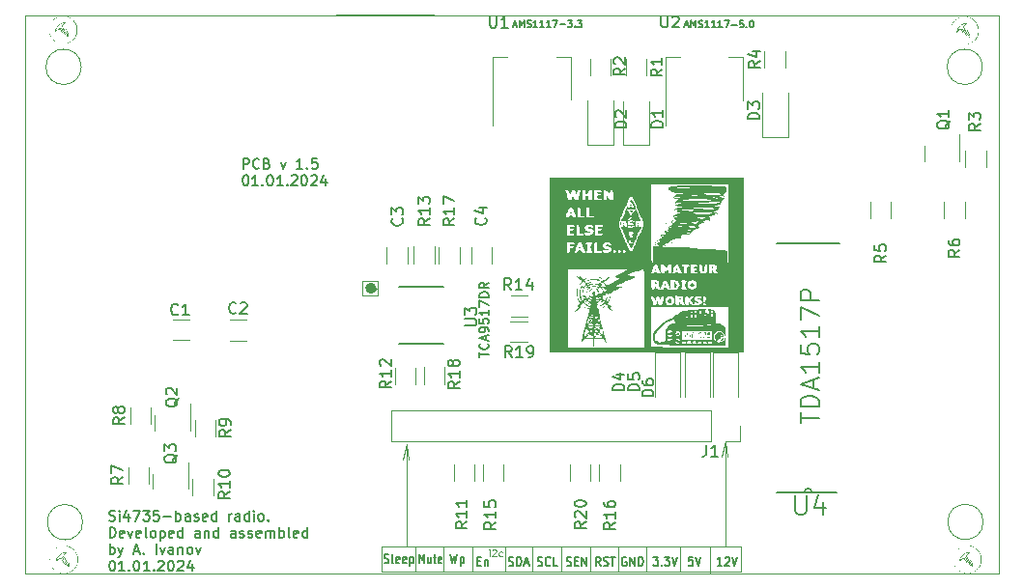
<source format=gbr>
%TF.GenerationSoftware,KiCad,Pcbnew,7.0.1*%
%TF.CreationDate,2024-02-20T22:54:35+00:00*%
%TF.ProjectId,SI4735,53493437-3335-42e6-9b69-6361645f7063,rev?*%
%TF.SameCoordinates,Original*%
%TF.FileFunction,Legend,Top*%
%TF.FilePolarity,Positive*%
%FSLAX45Y45*%
G04 Gerber Fmt 4.5, Leading zero omitted, Abs format (unit mm)*
G04 Created by KiCad (PCBNEW 7.0.1) date 2024-02-20 22:54:35*
%MOMM*%
%LPD*%
G01*
G04 APERTURE LIST*
%ADD10C,0.000000*%
%ADD11C,0.466971*%
%ADD12C,0.120000*%
%ADD13C,0.150000*%
%ADD14C,0.180000*%
%ADD15C,0.175000*%
%ADD16C,0.152400*%
%ADD17C,0.127000*%
%ADD18C,0.200000*%
%TA.AperFunction,Profile*%
%ADD19C,0.100000*%
%TD*%
%TA.AperFunction,Profile*%
%ADD20C,0.050000*%
%TD*%
G04 APERTURE END LIST*
D10*
G36*
X11274923Y-6475445D02*
G01*
X11274955Y-6475480D01*
X11274955Y-6475530D01*
X11274926Y-6475593D01*
X11274780Y-6475760D01*
X11274522Y-6475978D01*
X11273691Y-6476558D01*
X11272478Y-6477312D01*
X11270928Y-6478218D01*
X11269085Y-6479255D01*
X11264699Y-6481634D01*
X11260065Y-6484168D01*
X11255628Y-6486802D01*
X11251383Y-6489543D01*
X11247323Y-6492398D01*
X11243440Y-6495373D01*
X11239728Y-6498476D01*
X11236181Y-6501714D01*
X11232791Y-6505093D01*
X11229551Y-6508622D01*
X11226455Y-6512306D01*
X11223495Y-6516153D01*
X11220666Y-6520170D01*
X11217960Y-6524364D01*
X11215370Y-6528742D01*
X11212890Y-6533311D01*
X11210513Y-6538078D01*
X11209404Y-6540281D01*
X11208416Y-6542210D01*
X11207563Y-6543828D01*
X11207193Y-6544509D01*
X11206861Y-6545098D01*
X11206571Y-6545592D01*
X11206325Y-6545985D01*
X11206123Y-6546273D01*
X11206040Y-6546377D01*
X11205968Y-6546452D01*
X11205909Y-6546499D01*
X11205862Y-6546517D01*
X11205844Y-6546514D01*
X11205828Y-6546505D01*
X11205807Y-6546463D01*
X11205799Y-6546390D01*
X11205804Y-6546285D01*
X11205823Y-6546149D01*
X11205856Y-6545980D01*
X11206198Y-6544857D01*
X11206684Y-6543517D01*
X11208034Y-6540298D01*
X11209795Y-6536547D01*
X11211853Y-6532487D01*
X11214097Y-6528340D01*
X11216413Y-6524331D01*
X11218689Y-6520682D01*
X11219778Y-6519063D01*
X11220814Y-6517617D01*
X11222945Y-6514712D01*
X11225107Y-6511921D01*
X11227307Y-6509239D01*
X11229549Y-6506659D01*
X11231840Y-6504177D01*
X11234183Y-6501787D01*
X11236586Y-6499483D01*
X11239052Y-6497262D01*
X11241588Y-6495116D01*
X11244199Y-6493041D01*
X11246890Y-6491031D01*
X11249667Y-6489082D01*
X11252534Y-6487186D01*
X11255498Y-6485341D01*
X11258563Y-6483538D01*
X11261736Y-6481775D01*
X11264135Y-6480489D01*
X11266426Y-6479294D01*
X11268555Y-6478215D01*
X11270467Y-6477277D01*
X11272108Y-6476504D01*
X11273424Y-6475921D01*
X11273942Y-6475708D01*
X11274359Y-6475553D01*
X11274667Y-6475457D01*
X11274859Y-6475425D01*
X11274923Y-6475445D01*
G37*
G36*
X3402483Y-6468060D02*
G01*
X3403582Y-6468118D01*
X3404366Y-6468210D01*
X3404788Y-6468338D01*
X3404847Y-6468416D01*
X3404798Y-6468503D01*
X3404675Y-6468559D01*
X3404418Y-6468621D01*
X3403528Y-6468759D01*
X3402188Y-6468910D01*
X3400459Y-6469068D01*
X3396067Y-6469377D01*
X3390828Y-6469632D01*
X3389494Y-6469705D01*
X3388247Y-6469765D01*
X3387092Y-6469812D01*
X3386032Y-6469846D01*
X3385073Y-6469868D01*
X3384217Y-6469878D01*
X3383471Y-6469876D01*
X3382837Y-6469862D01*
X3382321Y-6469836D01*
X3381927Y-6469799D01*
X3381777Y-6469776D01*
X3381659Y-6469751D01*
X3381573Y-6469723D01*
X3381521Y-6469692D01*
X3381508Y-6469675D01*
X3381503Y-6469658D01*
X3381506Y-6469640D01*
X3381518Y-6469622D01*
X3381569Y-6469583D01*
X3381654Y-6469542D01*
X3381776Y-6469498D01*
X3381934Y-6469451D01*
X3382361Y-6469350D01*
X3383463Y-6469144D01*
X3384830Y-6468949D01*
X3388169Y-6468603D01*
X3391990Y-6468326D01*
X3395908Y-6468133D01*
X3399534Y-6468040D01*
X3402483Y-6468060D01*
G37*
D11*
X6117348Y-4208000D02*
G75*
G03*
X6117348Y-4208000I-23349J0D01*
G01*
D10*
G36*
X11251952Y-6593903D02*
G01*
X11257573Y-6593903D01*
X11257585Y-6594235D01*
X11257620Y-6594527D01*
X11257679Y-6594779D01*
X11257763Y-6594987D01*
X11257871Y-6595152D01*
X11258005Y-6595272D01*
X11258164Y-6595345D01*
X11258349Y-6595369D01*
X11258521Y-6595333D01*
X11258767Y-6595228D01*
X11259083Y-6595058D01*
X11259465Y-6594825D01*
X11260408Y-6594186D01*
X11261560Y-6593341D01*
X11262883Y-6592317D01*
X11264342Y-6591142D01*
X11265900Y-6589846D01*
X11267522Y-6588455D01*
X11270624Y-6585739D01*
X11273388Y-6583351D01*
X11275843Y-6581277D01*
X11278019Y-6579505D01*
X11279011Y-6578728D01*
X11279944Y-6578022D01*
X11280822Y-6577384D01*
X11281648Y-6576814D01*
X11282426Y-6576309D01*
X11283159Y-6575868D01*
X11283852Y-6575490D01*
X11284508Y-6575173D01*
X11285130Y-6574914D01*
X11285722Y-6574713D01*
X11286288Y-6574568D01*
X11286832Y-6574477D01*
X11287357Y-6574439D01*
X11287866Y-6574452D01*
X11288364Y-6574514D01*
X11288854Y-6574624D01*
X11289339Y-6574780D01*
X11289824Y-6574980D01*
X11290311Y-6575223D01*
X11290806Y-6575507D01*
X11291310Y-6575831D01*
X11291829Y-6576193D01*
X11292922Y-6577025D01*
X11293653Y-6577592D01*
X11294357Y-6578121D01*
X11295018Y-6578600D01*
X11295620Y-6579018D01*
X11295895Y-6579200D01*
X11296150Y-6579363D01*
X11296383Y-6579505D01*
X11296593Y-6579624D01*
X11296776Y-6579719D01*
X11296932Y-6579789D01*
X11297059Y-6579832D01*
X11297111Y-6579843D01*
X11297155Y-6579847D01*
X11297243Y-6579801D01*
X11297401Y-6579668D01*
X11297905Y-6579157D01*
X11298633Y-6578351D01*
X11299554Y-6577289D01*
X11300633Y-6576009D01*
X11301838Y-6574549D01*
X11303136Y-6572946D01*
X11304493Y-6571239D01*
X11305499Y-6569944D01*
X11306404Y-6568752D01*
X11307213Y-6567651D01*
X11307930Y-6566633D01*
X11308560Y-6565687D01*
X11309109Y-6564802D01*
X11309580Y-6563969D01*
X11309978Y-6563178D01*
X11310309Y-6562418D01*
X11310577Y-6561680D01*
X11310786Y-6560952D01*
X11310942Y-6560226D01*
X11311049Y-6559490D01*
X11311112Y-6558736D01*
X11311136Y-6557952D01*
X11311125Y-6557128D01*
X11311087Y-6556243D01*
X11311090Y-6555429D01*
X11311146Y-6554666D01*
X11311268Y-6553935D01*
X11311471Y-6553218D01*
X11311767Y-6552495D01*
X11312171Y-6551746D01*
X11312695Y-6550954D01*
X11313353Y-6550100D01*
X11314158Y-6549163D01*
X11315124Y-6548125D01*
X11316264Y-6546968D01*
X11317592Y-6545672D01*
X11319122Y-6544217D01*
X11322837Y-6540759D01*
X11325257Y-6538525D01*
X11327509Y-6536402D01*
X11329547Y-6534439D01*
X11331321Y-6532681D01*
X11332095Y-6531893D01*
X11332785Y-6531174D01*
X11333385Y-6530529D01*
X11333890Y-6529964D01*
X11334293Y-6529486D01*
X11334588Y-6529099D01*
X11334770Y-6528809D01*
X11334816Y-6528703D01*
X11334832Y-6528624D01*
X11334772Y-6528322D01*
X11334599Y-6528076D01*
X11334315Y-6527885D01*
X11333928Y-6527747D01*
X11332860Y-6527623D01*
X11331436Y-6527693D01*
X11329698Y-6527943D01*
X11327688Y-6528361D01*
X11325446Y-6528933D01*
X11323013Y-6529647D01*
X11320432Y-6530490D01*
X11317744Y-6531449D01*
X11314989Y-6532511D01*
X11312210Y-6533664D01*
X11309447Y-6534895D01*
X11306742Y-6536190D01*
X11304136Y-6537538D01*
X11301670Y-6538925D01*
X11299345Y-6540409D01*
X11296838Y-6542190D01*
X11294186Y-6544231D01*
X11291427Y-6546496D01*
X11288596Y-6548948D01*
X11285731Y-6551550D01*
X11282868Y-6554266D01*
X11280045Y-6557057D01*
X11277298Y-6559889D01*
X11274664Y-6562723D01*
X11272179Y-6565524D01*
X11269881Y-6568254D01*
X11267806Y-6570876D01*
X11265991Y-6573354D01*
X11264473Y-6575651D01*
X11263288Y-6577730D01*
X11262442Y-6579440D01*
X11261652Y-6581122D01*
X11260922Y-6582764D01*
X11260254Y-6584356D01*
X11259653Y-6585886D01*
X11259121Y-6587342D01*
X11258662Y-6588714D01*
X11258279Y-6589989D01*
X11257975Y-6591157D01*
X11257754Y-6592207D01*
X11257619Y-6593126D01*
X11257585Y-6593533D01*
X11257573Y-6593903D01*
X11251952Y-6593903D01*
X11252213Y-6592207D01*
X11252705Y-6589919D01*
X11253349Y-6587543D01*
X11254141Y-6585098D01*
X11255076Y-6582600D01*
X11256149Y-6580070D01*
X11257356Y-6577523D01*
X11258693Y-6574979D01*
X11260154Y-6572455D01*
X11261736Y-6569969D01*
X11264437Y-6566183D01*
X11267341Y-6562455D01*
X11270430Y-6558800D01*
X11273686Y-6555232D01*
X11277091Y-6551767D01*
X11280627Y-6548419D01*
X11284275Y-6545203D01*
X11288018Y-6542135D01*
X11291836Y-6539229D01*
X11295713Y-6536499D01*
X11299629Y-6533962D01*
X11303567Y-6531631D01*
X11307508Y-6529522D01*
X11311434Y-6527649D01*
X11315327Y-6526028D01*
X11319168Y-6524672D01*
X11320866Y-6524158D01*
X11322645Y-6523680D01*
X11324454Y-6523249D01*
X11326241Y-6522873D01*
X11327956Y-6522564D01*
X11329546Y-6522331D01*
X11330279Y-6522246D01*
X11330962Y-6522184D01*
X11331588Y-6522145D01*
X11332150Y-6522132D01*
X11333237Y-6522137D01*
X11334371Y-6522198D01*
X11335536Y-6522313D01*
X11336714Y-6522474D01*
X11337892Y-6522678D01*
X11339051Y-6522919D01*
X11340177Y-6523191D01*
X11341252Y-6523491D01*
X11342261Y-6523811D01*
X11343189Y-6524149D01*
X11344017Y-6524497D01*
X11344731Y-6524851D01*
X11345040Y-6525029D01*
X11345315Y-6525206D01*
X11345553Y-6525382D01*
X11345752Y-6525557D01*
X11345910Y-6525729D01*
X11346026Y-6525898D01*
X11346096Y-6526064D01*
X11346120Y-6526225D01*
X11346037Y-6526427D01*
X11345794Y-6526764D01*
X11344857Y-6527810D01*
X11343375Y-6529303D01*
X11341411Y-6531181D01*
X11339030Y-6533384D01*
X11336298Y-6535849D01*
X11333277Y-6538516D01*
X11330034Y-6541324D01*
X11327226Y-6543735D01*
X11324769Y-6545853D01*
X11322645Y-6547701D01*
X11321701Y-6548531D01*
X11320833Y-6549303D01*
X11320038Y-6550019D01*
X11319315Y-6550682D01*
X11318659Y-6551296D01*
X11318070Y-6551863D01*
X11317545Y-6552386D01*
X11317081Y-6552869D01*
X11316677Y-6553314D01*
X11316328Y-6553724D01*
X11316034Y-6554102D01*
X11315907Y-6554280D01*
X11315792Y-6554451D01*
X11315689Y-6554616D01*
X11315599Y-6554775D01*
X11315520Y-6554927D01*
X11315453Y-6555075D01*
X11315397Y-6555218D01*
X11315351Y-6555356D01*
X11315316Y-6555489D01*
X11315292Y-6555619D01*
X11315277Y-6555745D01*
X11315272Y-6555869D01*
X11315276Y-6555989D01*
X11315290Y-6556107D01*
X11315312Y-6556223D01*
X11315342Y-6556338D01*
X11315381Y-6556451D01*
X11315428Y-6556563D01*
X11315482Y-6556675D01*
X11315543Y-6556786D01*
X11315686Y-6557010D01*
X11315854Y-6557238D01*
X11316045Y-6557473D01*
X11316487Y-6557975D01*
X11316955Y-6558478D01*
X11317346Y-6558944D01*
X11317649Y-6559396D01*
X11317854Y-6559855D01*
X11317916Y-6560095D01*
X11317950Y-6560346D01*
X11317953Y-6560609D01*
X11317926Y-6560889D01*
X11317865Y-6561188D01*
X11317771Y-6561508D01*
X11317475Y-6562226D01*
X11317027Y-6563064D01*
X11316415Y-6564045D01*
X11315631Y-6565192D01*
X11314661Y-6566527D01*
X11312127Y-6569853D01*
X11308726Y-6574202D01*
X11306610Y-6576911D01*
X11304632Y-6579494D01*
X11302835Y-6581892D01*
X11301265Y-6584045D01*
X11299966Y-6585894D01*
X11299432Y-6586685D01*
X11298983Y-6587379D01*
X11298624Y-6587966D01*
X11298360Y-6588440D01*
X11298198Y-6588794D01*
X11298157Y-6588923D01*
X11298143Y-6589019D01*
X11298135Y-6589077D01*
X11298113Y-6589119D01*
X11298077Y-6589144D01*
X11298028Y-6589154D01*
X11297965Y-6589149D01*
X11297889Y-6589129D01*
X11297699Y-6589043D01*
X11297463Y-6588901D01*
X11297183Y-6588704D01*
X11296861Y-6588455D01*
X11296502Y-6588155D01*
X11296108Y-6587807D01*
X11295683Y-6587414D01*
X11295229Y-6586977D01*
X11294749Y-6586499D01*
X11294248Y-6585982D01*
X11293727Y-6585429D01*
X11293189Y-6584841D01*
X11292639Y-6584221D01*
X11287277Y-6578012D01*
X11281774Y-6582951D01*
X11277707Y-6586634D01*
X11274061Y-6589915D01*
X11270813Y-6592814D01*
X11267936Y-6595349D01*
X11265407Y-6597540D01*
X11263200Y-6599404D01*
X11262210Y-6600220D01*
X11261291Y-6600962D01*
X11260440Y-6601631D01*
X11259655Y-6602231D01*
X11258931Y-6602763D01*
X11258266Y-6603230D01*
X11257658Y-6603635D01*
X11257101Y-6603979D01*
X11256595Y-6604265D01*
X11256135Y-6604496D01*
X11255718Y-6604673D01*
X11255342Y-6604799D01*
X11255003Y-6604877D01*
X11254698Y-6604909D01*
X11254424Y-6604896D01*
X11254297Y-6604875D01*
X11254178Y-6604843D01*
X11254064Y-6604801D01*
X11253956Y-6604750D01*
X11253757Y-6604620D01*
X11253576Y-6604456D01*
X11253410Y-6604259D01*
X11253037Y-6603701D01*
X11252710Y-6603088D01*
X11252429Y-6602421D01*
X11252194Y-6601703D01*
X11251857Y-6600123D01*
X11251695Y-6598366D01*
X11251703Y-6596448D01*
X11251878Y-6594389D01*
X11251952Y-6593903D01*
G37*
D12*
X9067800Y-6698750D02*
X9067800Y-6478750D01*
X6979800Y-6695750D02*
X6979800Y-6475750D01*
X8805800Y-6697750D02*
X8805800Y-6477750D01*
D10*
G36*
X3326999Y-1949339D02*
G01*
X3332620Y-1949339D01*
X3332632Y-1949671D01*
X3332667Y-1949964D01*
X3332726Y-1950215D01*
X3332810Y-1950424D01*
X3332918Y-1950589D01*
X3333052Y-1950708D01*
X3333211Y-1950781D01*
X3333396Y-1950806D01*
X3333567Y-1950770D01*
X3333813Y-1950665D01*
X3334130Y-1950494D01*
X3334512Y-1950261D01*
X3335455Y-1949622D01*
X3336607Y-1948777D01*
X3337930Y-1947753D01*
X3339389Y-1946579D01*
X3340947Y-1945282D01*
X3342568Y-1943891D01*
X3345671Y-1941175D01*
X3348435Y-1938787D01*
X3350890Y-1936714D01*
X3353066Y-1934942D01*
X3354058Y-1934165D01*
X3354991Y-1933458D01*
X3355869Y-1932821D01*
X3356695Y-1932250D01*
X3357473Y-1931746D01*
X3358206Y-1931305D01*
X3358899Y-1930927D01*
X3359555Y-1930609D01*
X3360177Y-1930351D01*
X3360769Y-1930150D01*
X3361335Y-1930005D01*
X3361879Y-1929914D01*
X3362404Y-1929876D01*
X3362913Y-1929888D01*
X3363411Y-1929950D01*
X3363900Y-1930060D01*
X3364386Y-1930216D01*
X3364871Y-1930416D01*
X3365358Y-1930660D01*
X3365853Y-1930944D01*
X3366357Y-1931268D01*
X3366875Y-1931630D01*
X3367968Y-1932461D01*
X3368700Y-1933028D01*
X3369404Y-1933557D01*
X3370064Y-1934036D01*
X3370667Y-1934454D01*
X3370942Y-1934637D01*
X3371197Y-1934800D01*
X3371430Y-1934942D01*
X3371640Y-1935061D01*
X3371823Y-1935156D01*
X3371979Y-1935226D01*
X3372106Y-1935269D01*
X3372158Y-1935280D01*
X3372202Y-1935283D01*
X3372290Y-1935238D01*
X3372448Y-1935105D01*
X3372951Y-1934593D01*
X3373680Y-1933788D01*
X3374601Y-1932726D01*
X3375680Y-1931446D01*
X3376885Y-1929985D01*
X3378182Y-1928382D01*
X3379540Y-1926676D01*
X3380546Y-1925381D01*
X3381451Y-1924188D01*
X3382260Y-1923088D01*
X3382977Y-1922070D01*
X3383607Y-1921123D01*
X3384156Y-1920239D01*
X3384627Y-1919406D01*
X3385025Y-1918615D01*
X3385356Y-1917855D01*
X3385624Y-1917116D01*
X3385833Y-1916389D01*
X3385989Y-1915662D01*
X3386096Y-1914927D01*
X3386159Y-1914172D01*
X3386183Y-1913388D01*
X3386172Y-1912565D01*
X3386134Y-1911680D01*
X3386137Y-1910866D01*
X3386193Y-1910103D01*
X3386315Y-1909372D01*
X3386518Y-1908654D01*
X3386814Y-1907931D01*
X3387218Y-1907183D01*
X3387742Y-1906391D01*
X3388400Y-1905536D01*
X3389205Y-1904599D01*
X3390171Y-1903562D01*
X3391311Y-1902405D01*
X3392639Y-1901108D01*
X3394169Y-1899654D01*
X3397884Y-1896196D01*
X3400304Y-1893961D01*
X3402556Y-1891839D01*
X3404594Y-1889875D01*
X3406368Y-1888117D01*
X3407142Y-1887329D01*
X3407832Y-1886610D01*
X3408432Y-1885965D01*
X3408937Y-1885401D01*
X3409340Y-1884922D01*
X3409635Y-1884535D01*
X3409817Y-1884246D01*
X3409863Y-1884140D01*
X3409878Y-1884060D01*
X3409819Y-1883758D01*
X3409646Y-1883512D01*
X3409362Y-1883321D01*
X3408974Y-1883183D01*
X3407906Y-1883060D01*
X3406483Y-1883130D01*
X3404745Y-1883380D01*
X3402735Y-1883797D01*
X3400493Y-1884369D01*
X3398060Y-1885083D01*
X3395479Y-1885926D01*
X3392791Y-1886885D01*
X3390036Y-1887947D01*
X3387257Y-1889100D01*
X3384494Y-1890331D01*
X3381789Y-1891627D01*
X3379183Y-1892974D01*
X3376717Y-1894361D01*
X3374392Y-1895845D01*
X3371885Y-1897626D01*
X3369233Y-1899668D01*
X3366474Y-1901933D01*
X3363643Y-1904385D01*
X3360778Y-1906987D01*
X3357915Y-1909702D01*
X3355092Y-1912494D01*
X3352345Y-1915326D01*
X3349711Y-1918160D01*
X3347226Y-1920960D01*
X3344928Y-1923690D01*
X3342853Y-1926313D01*
X3341038Y-1928791D01*
X3339520Y-1931088D01*
X3338335Y-1933167D01*
X3337489Y-1934876D01*
X3336699Y-1936558D01*
X3335969Y-1938201D01*
X3335301Y-1939792D01*
X3334700Y-1941322D01*
X3334168Y-1942779D01*
X3333709Y-1944150D01*
X3333326Y-1945426D01*
X3333022Y-1946594D01*
X3332801Y-1947643D01*
X3332666Y-1948562D01*
X3332632Y-1948969D01*
X3332620Y-1949339D01*
X3326999Y-1949339D01*
X3327260Y-1947643D01*
X3327752Y-1945355D01*
X3328396Y-1942979D01*
X3329188Y-1940534D01*
X3330122Y-1938037D01*
X3331196Y-1935506D01*
X3332403Y-1932960D01*
X3333740Y-1930415D01*
X3335201Y-1927891D01*
X3336783Y-1925406D01*
X3339484Y-1921620D01*
X3342388Y-1917891D01*
X3345477Y-1914236D01*
X3348733Y-1910668D01*
X3352138Y-1907203D01*
X3355674Y-1903855D01*
X3359322Y-1900640D01*
X3363065Y-1897571D01*
X3366883Y-1894665D01*
X3370760Y-1891936D01*
X3374676Y-1889398D01*
X3378614Y-1887068D01*
X3382554Y-1884958D01*
X3386480Y-1883086D01*
X3390373Y-1881464D01*
X3394215Y-1880109D01*
X3395913Y-1879595D01*
X3397692Y-1879117D01*
X3399501Y-1878685D01*
X3401288Y-1878310D01*
X3403003Y-1878001D01*
X3404593Y-1877767D01*
X3405326Y-1877682D01*
X3406009Y-1877620D01*
X3406635Y-1877582D01*
X3407197Y-1877569D01*
X3408284Y-1877573D01*
X3409418Y-1877635D01*
X3410583Y-1877749D01*
X3411761Y-1877911D01*
X3412939Y-1878115D01*
X3414098Y-1878355D01*
X3415224Y-1878628D01*
X3416299Y-1878927D01*
X3417308Y-1879248D01*
X3418235Y-1879585D01*
X3419064Y-1879933D01*
X3419778Y-1880288D01*
X3420087Y-1880465D01*
X3420362Y-1880643D01*
X3420600Y-1880819D01*
X3420799Y-1880993D01*
X3420957Y-1881166D01*
X3421072Y-1881335D01*
X3421143Y-1881500D01*
X3421167Y-1881661D01*
X3421084Y-1881863D01*
X3420841Y-1882200D01*
X3419904Y-1883246D01*
X3418421Y-1884739D01*
X3416458Y-1886618D01*
X3414077Y-1888820D01*
X3411345Y-1891285D01*
X3408324Y-1893952D01*
X3405081Y-1896760D01*
X3402273Y-1899172D01*
X3399816Y-1901290D01*
X3397692Y-1903138D01*
X3396748Y-1903968D01*
X3395880Y-1904739D01*
X3395085Y-1905455D01*
X3394361Y-1906119D01*
X3393706Y-1906733D01*
X3393117Y-1907300D01*
X3392592Y-1907823D01*
X3392128Y-1908305D01*
X3391724Y-1908750D01*
X3391375Y-1909160D01*
X3391081Y-1909538D01*
X3390954Y-1909716D01*
X3390839Y-1909888D01*
X3390736Y-1910052D01*
X3390646Y-1910211D01*
X3390567Y-1910364D01*
X3390500Y-1910512D01*
X3390443Y-1910654D01*
X3390398Y-1910792D01*
X3390363Y-1910926D01*
X3390339Y-1911056D01*
X3390324Y-1911182D01*
X3390319Y-1911305D01*
X3390323Y-1911426D01*
X3390337Y-1911544D01*
X3390359Y-1911660D01*
X3390389Y-1911774D01*
X3390428Y-1911887D01*
X3390475Y-1912000D01*
X3390529Y-1912111D01*
X3390590Y-1912223D01*
X3390733Y-1912447D01*
X3390901Y-1912675D01*
X3391092Y-1912909D01*
X3391534Y-1913411D01*
X3392002Y-1913914D01*
X3392393Y-1914381D01*
X3392696Y-1914832D01*
X3392901Y-1915292D01*
X3392963Y-1915532D01*
X3392997Y-1915782D01*
X3393000Y-1916046D01*
X3392973Y-1916326D01*
X3392912Y-1916624D01*
X3392818Y-1916945D01*
X3392522Y-1917662D01*
X3392074Y-1918500D01*
X3391462Y-1919481D01*
X3390678Y-1920629D01*
X3389708Y-1921964D01*
X3387174Y-1925290D01*
X3383773Y-1929639D01*
X3381657Y-1932348D01*
X3379678Y-1934931D01*
X3377882Y-1937328D01*
X3376312Y-1939481D01*
X3375013Y-1941330D01*
X3374479Y-1942122D01*
X3374030Y-1942815D01*
X3373670Y-1943403D01*
X3373407Y-1943877D01*
X3373245Y-1944230D01*
X3373203Y-1944359D01*
X3373190Y-1944456D01*
X3373182Y-1944514D01*
X3373160Y-1944555D01*
X3373124Y-1944581D01*
X3373075Y-1944591D01*
X3373012Y-1944586D01*
X3372936Y-1944565D01*
X3372746Y-1944480D01*
X3372510Y-1944338D01*
X3372230Y-1944141D01*
X3371908Y-1943891D01*
X3371549Y-1943591D01*
X3371155Y-1943244D01*
X3370730Y-1942850D01*
X3370276Y-1942413D01*
X3369796Y-1941935D01*
X3369294Y-1941419D01*
X3368773Y-1940865D01*
X3368236Y-1940278D01*
X3367686Y-1939658D01*
X3362324Y-1933449D01*
X3356821Y-1938388D01*
X3352754Y-1942070D01*
X3349108Y-1945352D01*
X3345859Y-1948251D01*
X3342983Y-1950786D01*
X3340454Y-1952976D01*
X3338247Y-1954841D01*
X3337257Y-1955657D01*
X3336338Y-1956398D01*
X3335487Y-1957068D01*
X3334701Y-1957667D01*
X3333978Y-1958199D01*
X3333313Y-1958667D01*
X3332704Y-1959071D01*
X3332148Y-1959415D01*
X3331642Y-1959702D01*
X3331182Y-1959932D01*
X3330765Y-1960109D01*
X3330389Y-1960236D01*
X3330050Y-1960314D01*
X3329745Y-1960345D01*
X3329471Y-1960333D01*
X3329344Y-1960311D01*
X3329225Y-1960279D01*
X3329111Y-1960237D01*
X3329003Y-1960186D01*
X3328804Y-1960056D01*
X3328623Y-1959892D01*
X3328457Y-1959696D01*
X3328084Y-1959138D01*
X3327757Y-1958525D01*
X3327476Y-1957858D01*
X3327241Y-1957140D01*
X3326904Y-1955560D01*
X3326742Y-1953802D01*
X3326750Y-1951885D01*
X3326924Y-1949826D01*
X3326999Y-1949339D01*
G37*
G36*
X3424306Y-1939609D02*
G01*
X3424396Y-1939642D01*
X3424469Y-1939704D01*
X3424526Y-1939795D01*
X3424566Y-1939915D01*
X3424588Y-1940064D01*
X3424591Y-1940242D01*
X3424576Y-1940449D01*
X3424541Y-1940687D01*
X3424487Y-1940954D01*
X3424412Y-1941250D01*
X3424315Y-1941577D01*
X3424197Y-1941934D01*
X3424057Y-1942321D01*
X3423894Y-1942738D01*
X3423707Y-1943186D01*
X3423484Y-1943699D01*
X3423291Y-1944182D01*
X3423127Y-1944638D01*
X3422993Y-1945071D01*
X3422889Y-1945483D01*
X3422814Y-1945877D01*
X3422770Y-1946257D01*
X3422759Y-1946442D01*
X3422755Y-1946625D01*
X3422759Y-1946806D01*
X3422770Y-1946985D01*
X3422788Y-1947163D01*
X3422814Y-1947340D01*
X3422848Y-1947517D01*
X3422889Y-1947693D01*
X3422993Y-1948047D01*
X3423127Y-1948405D01*
X3423291Y-1948771D01*
X3423484Y-1949147D01*
X3423707Y-1949536D01*
X3423960Y-1949989D01*
X3424128Y-1950461D01*
X3424200Y-1950973D01*
X3424164Y-1951544D01*
X3424008Y-1952194D01*
X3423720Y-1952941D01*
X3423288Y-1953807D01*
X3422702Y-1954810D01*
X3421948Y-1955970D01*
X3421016Y-1957306D01*
X3418568Y-1960589D01*
X3415263Y-1964813D01*
X3411007Y-1970138D01*
X3408145Y-1973733D01*
X3405522Y-1976964D01*
X3403189Y-1979772D01*
X3401200Y-1982097D01*
X3400351Y-1983060D01*
X3399608Y-1983880D01*
X3398978Y-1984549D01*
X3398466Y-1985060D01*
X3398080Y-1985406D01*
X3397937Y-1985515D01*
X3397827Y-1985580D01*
X3397752Y-1985599D01*
X3397727Y-1985592D01*
X3397712Y-1985573D01*
X3397709Y-1985499D01*
X3397743Y-1985378D01*
X3398143Y-1984337D01*
X3398498Y-1983380D01*
X3398806Y-1982501D01*
X3399070Y-1981696D01*
X3399289Y-1980958D01*
X3399464Y-1980283D01*
X3399535Y-1979967D01*
X3399595Y-1979665D01*
X3399645Y-1979376D01*
X3399683Y-1979098D01*
X3399711Y-1978833D01*
X3399728Y-1978578D01*
X3399734Y-1978334D01*
X3399730Y-1978099D01*
X3399715Y-1977873D01*
X3399690Y-1977655D01*
X3399654Y-1977445D01*
X3399608Y-1977242D01*
X3399552Y-1977045D01*
X3399485Y-1976853D01*
X3399408Y-1976667D01*
X3399321Y-1976484D01*
X3399224Y-1976305D01*
X3399116Y-1976129D01*
X3398999Y-1975955D01*
X3398872Y-1975782D01*
X3398623Y-1975448D01*
X3398470Y-1975062D01*
X3398430Y-1974602D01*
X3398519Y-1974043D01*
X3398753Y-1973360D01*
X3399150Y-1972530D01*
X3399725Y-1971529D01*
X3400495Y-1970332D01*
X3402686Y-1967254D01*
X3405857Y-1963102D01*
X3410139Y-1957684D01*
X3415664Y-1950806D01*
X3416282Y-1950010D01*
X3416956Y-1949121D01*
X3417663Y-1948166D01*
X3418380Y-1947172D01*
X3419084Y-1946164D01*
X3419752Y-1945170D01*
X3420360Y-1944215D01*
X3420885Y-1943327D01*
X3421428Y-1942480D01*
X3421944Y-1941741D01*
X3422427Y-1941109D01*
X3422656Y-1940834D01*
X3422874Y-1940586D01*
X3423082Y-1940366D01*
X3423279Y-1940173D01*
X3423465Y-1940008D01*
X3423638Y-1939871D01*
X3423799Y-1939762D01*
X3423947Y-1939682D01*
X3424081Y-1939629D01*
X3424201Y-1939605D01*
X3424306Y-1939609D01*
G37*
D12*
X6022000Y-4144000D02*
X6157000Y-4144000D01*
X6157000Y-4274040D01*
X6022000Y-4274040D01*
X6022000Y-4144000D01*
D10*
G36*
X3434699Y-1951409D02*
G01*
X3434767Y-1951446D01*
X3434820Y-1951511D01*
X3434859Y-1951605D01*
X3434884Y-1951726D01*
X3434895Y-1951875D01*
X3434892Y-1952052D01*
X3434843Y-1952490D01*
X3434736Y-1953037D01*
X3434571Y-1953693D01*
X3434349Y-1954458D01*
X3434067Y-1955330D01*
X3433726Y-1956309D01*
X3433528Y-1956900D01*
X3433356Y-1957456D01*
X3433210Y-1957979D01*
X3433091Y-1958472D01*
X3432999Y-1958936D01*
X3432932Y-1959372D01*
X3432893Y-1959784D01*
X3432883Y-1959981D01*
X3432880Y-1960172D01*
X3432883Y-1960358D01*
X3432893Y-1960538D01*
X3432909Y-1960714D01*
X3432932Y-1960885D01*
X3432962Y-1961052D01*
X3432999Y-1961215D01*
X3433042Y-1961373D01*
X3433091Y-1961528D01*
X3433147Y-1961679D01*
X3433210Y-1961827D01*
X3433280Y-1961972D01*
X3433356Y-1962114D01*
X3433438Y-1962254D01*
X3433528Y-1962391D01*
X3433624Y-1962526D01*
X3433726Y-1962659D01*
X3433920Y-1962978D01*
X3434022Y-1963360D01*
X3434026Y-1963815D01*
X3433925Y-1964352D01*
X3433713Y-1964982D01*
X3433384Y-1965715D01*
X3432932Y-1966560D01*
X3432350Y-1967527D01*
X3431633Y-1968627D01*
X3430774Y-1969869D01*
X3428607Y-1972819D01*
X3425797Y-1976457D01*
X3422296Y-1980862D01*
X3419660Y-1984152D01*
X3417185Y-1987203D01*
X3414929Y-1989951D01*
X3412948Y-1992328D01*
X3411297Y-1994268D01*
X3410033Y-1995705D01*
X3409563Y-1996215D01*
X3409212Y-1996574D01*
X3408985Y-1996775D01*
X3408921Y-1996813D01*
X3408891Y-1996808D01*
X3408866Y-1996777D01*
X3408846Y-1996737D01*
X3408817Y-1996632D01*
X3408804Y-1996495D01*
X3408805Y-1996327D01*
X3408820Y-1996132D01*
X3408849Y-1995910D01*
X3408890Y-1995664D01*
X3408944Y-1995397D01*
X3409085Y-1994804D01*
X3409268Y-1994149D01*
X3409487Y-1993447D01*
X3409737Y-1992716D01*
X3409909Y-1992229D01*
X3410055Y-1991774D01*
X3410173Y-1991347D01*
X3410222Y-1991144D01*
X3410264Y-1990947D01*
X3410300Y-1990757D01*
X3410328Y-1990572D01*
X3410350Y-1990394D01*
X3410365Y-1990220D01*
X3410373Y-1990052D01*
X3410374Y-1989889D01*
X3410368Y-1989730D01*
X3410355Y-1989576D01*
X3410335Y-1989426D01*
X3410308Y-1989280D01*
X3410273Y-1989137D01*
X3410232Y-1988998D01*
X3410184Y-1988862D01*
X3410128Y-1988728D01*
X3410065Y-1988597D01*
X3409995Y-1988469D01*
X3409918Y-1988343D01*
X3409834Y-1988218D01*
X3409742Y-1988095D01*
X3409643Y-1987974D01*
X3409536Y-1987853D01*
X3409423Y-1987733D01*
X3409301Y-1987614D01*
X3409173Y-1987495D01*
X3408898Y-1987261D01*
X3408657Y-1987036D01*
X3408549Y-1986927D01*
X3408450Y-1986819D01*
X3408358Y-1986713D01*
X3408276Y-1986608D01*
X3408201Y-1986505D01*
X3408135Y-1986402D01*
X3408078Y-1986301D01*
X3408029Y-1986200D01*
X3407989Y-1986100D01*
X3407958Y-1986000D01*
X3407935Y-1985900D01*
X3407921Y-1985801D01*
X3407915Y-1985702D01*
X3407918Y-1985603D01*
X3407930Y-1985503D01*
X3407951Y-1985403D01*
X3407980Y-1985302D01*
X3408018Y-1985200D01*
X3408065Y-1985098D01*
X3408121Y-1984994D01*
X3408186Y-1984889D01*
X3408260Y-1984783D01*
X3408342Y-1984675D01*
X3408434Y-1984566D01*
X3408535Y-1984455D01*
X3408644Y-1984341D01*
X3408763Y-1984226D01*
X3408891Y-1984108D01*
X3409318Y-1983650D01*
X3409845Y-1983034D01*
X3410456Y-1982290D01*
X3411131Y-1981444D01*
X3414112Y-1977617D01*
X3423990Y-1964917D01*
X3425320Y-1963252D01*
X3426640Y-1961570D01*
X3427914Y-1959921D01*
X3429105Y-1958355D01*
X3430177Y-1956921D01*
X3431094Y-1955670D01*
X3431818Y-1954649D01*
X3432315Y-1953910D01*
X3432818Y-1953202D01*
X3433267Y-1952613D01*
X3433663Y-1952140D01*
X3434004Y-1951785D01*
X3434154Y-1951650D01*
X3434291Y-1951545D01*
X3434414Y-1951468D01*
X3434523Y-1951420D01*
X3434618Y-1951400D01*
X3434699Y-1951409D01*
G37*
G36*
X11250917Y-1836810D02*
G01*
X11250949Y-1836846D01*
X11250950Y-1836895D01*
X11250921Y-1836958D01*
X11250775Y-1837125D01*
X11250517Y-1837343D01*
X11249686Y-1837923D01*
X11248473Y-1838677D01*
X11246922Y-1839583D01*
X11245079Y-1840620D01*
X11240694Y-1842999D01*
X11236059Y-1845533D01*
X11231623Y-1848167D01*
X11227378Y-1850908D01*
X11223318Y-1853763D01*
X11219435Y-1856738D01*
X11215723Y-1859841D01*
X11212176Y-1863079D01*
X11208785Y-1866458D01*
X11205545Y-1869987D01*
X11202449Y-1873671D01*
X11199490Y-1877518D01*
X11196661Y-1881535D01*
X11193955Y-1885729D01*
X11191365Y-1890107D01*
X11188885Y-1894676D01*
X11186507Y-1899443D01*
X11185399Y-1901646D01*
X11184411Y-1903575D01*
X11183558Y-1905193D01*
X11183187Y-1905874D01*
X11182856Y-1906463D01*
X11182566Y-1906957D01*
X11182320Y-1907350D01*
X11182118Y-1907639D01*
X11182035Y-1907742D01*
X11181963Y-1907817D01*
X11181904Y-1907864D01*
X11181857Y-1907882D01*
X11181839Y-1907880D01*
X11181823Y-1907870D01*
X11181802Y-1907828D01*
X11181794Y-1907755D01*
X11181799Y-1907650D01*
X11181818Y-1907514D01*
X11181851Y-1907345D01*
X11182192Y-1906222D01*
X11182679Y-1904882D01*
X11184029Y-1901663D01*
X11185790Y-1897912D01*
X11187848Y-1893852D01*
X11190091Y-1889705D01*
X11192408Y-1885696D01*
X11194684Y-1882047D01*
X11195772Y-1880428D01*
X11196808Y-1878982D01*
X11198939Y-1876077D01*
X11201102Y-1873286D01*
X11203302Y-1870604D01*
X11205544Y-1868024D01*
X11207834Y-1865542D01*
X11210178Y-1863152D01*
X11212581Y-1860848D01*
X11215047Y-1858627D01*
X11217583Y-1856481D01*
X11220194Y-1854406D01*
X11222885Y-1852396D01*
X11225661Y-1850447D01*
X11228529Y-1848552D01*
X11231493Y-1846706D01*
X11234558Y-1844903D01*
X11237731Y-1843140D01*
X11240129Y-1841854D01*
X11242420Y-1840659D01*
X11244549Y-1839580D01*
X11246462Y-1838642D01*
X11248103Y-1837869D01*
X11249419Y-1837286D01*
X11249937Y-1837074D01*
X11250354Y-1836918D01*
X11250662Y-1836822D01*
X11250854Y-1836790D01*
X11250917Y-1836810D01*
G37*
G36*
X11334026Y-6465974D02*
G01*
X11335381Y-6466050D01*
X11338871Y-6466411D01*
X11343134Y-6467017D01*
X11347856Y-6467829D01*
X11352719Y-6468810D01*
X11357409Y-6469921D01*
X11364325Y-6471916D01*
X11371092Y-6474346D01*
X11377694Y-6477194D01*
X11384112Y-6480445D01*
X11390332Y-6484084D01*
X11396335Y-6488096D01*
X11402106Y-6492464D01*
X11407627Y-6497173D01*
X11412882Y-6502209D01*
X11417854Y-6507554D01*
X11422526Y-6513194D01*
X11426882Y-6519114D01*
X11430905Y-6525297D01*
X11434578Y-6531729D01*
X11437883Y-6538393D01*
X11440806Y-6545275D01*
X11441718Y-6547794D01*
X11442598Y-6550564D01*
X11443440Y-6553549D01*
X11444239Y-6556711D01*
X11444989Y-6560015D01*
X11445685Y-6563424D01*
X11446891Y-6570410D01*
X11447813Y-6577376D01*
X11448154Y-6580760D01*
X11448406Y-6584030D01*
X11448565Y-6587148D01*
X11448625Y-6590078D01*
X11448581Y-6592783D01*
X11448426Y-6595228D01*
X11447952Y-6599412D01*
X11447330Y-6603643D01*
X11446566Y-6607904D01*
X11445665Y-6612175D01*
X11444636Y-6616437D01*
X11443485Y-6620673D01*
X11442218Y-6624863D01*
X11440841Y-6628989D01*
X11439362Y-6633032D01*
X11437788Y-6636974D01*
X11436123Y-6640797D01*
X11434377Y-6644480D01*
X11432554Y-6648007D01*
X11430661Y-6651358D01*
X11428706Y-6654514D01*
X11426695Y-6657458D01*
X11425139Y-6659575D01*
X11423397Y-6661783D01*
X11421489Y-6664063D01*
X11419439Y-6666394D01*
X11417267Y-6668756D01*
X11414995Y-6671128D01*
X11412644Y-6673489D01*
X11410238Y-6675820D01*
X11407796Y-6678100D01*
X11405342Y-6680307D01*
X11402897Y-6682423D01*
X11400481Y-6684426D01*
X11398118Y-6686295D01*
X11395829Y-6688012D01*
X11393635Y-6689554D01*
X11391558Y-6690901D01*
X11389330Y-6692260D01*
X11387040Y-6693584D01*
X11384694Y-6694871D01*
X11382296Y-6696118D01*
X11379850Y-6697324D01*
X11377362Y-6698487D01*
X11372279Y-6700673D01*
X11367083Y-6702662D01*
X11364455Y-6703576D01*
X11361812Y-6704435D01*
X11359161Y-6705236D01*
X11356506Y-6705977D01*
X11353850Y-6706655D01*
X11351200Y-6707270D01*
X11349086Y-6707744D01*
X11347293Y-6708110D01*
X11345815Y-6708374D01*
X11344650Y-6708540D01*
X11343793Y-6708614D01*
X11343241Y-6708600D01*
X11343077Y-6708561D01*
X11342989Y-6708503D01*
X11342974Y-6708425D01*
X11343034Y-6708329D01*
X11343371Y-6708081D01*
X11343997Y-6707766D01*
X11344909Y-6707388D01*
X11346101Y-6706953D01*
X11347570Y-6706464D01*
X11349312Y-6705927D01*
X11351323Y-6705348D01*
X11353599Y-6704730D01*
X11361133Y-6702466D01*
X11368476Y-6699658D01*
X11375606Y-6696333D01*
X11382498Y-6692515D01*
X11389128Y-6688232D01*
X11395472Y-6683507D01*
X11401505Y-6678368D01*
X11407204Y-6672839D01*
X11412544Y-6666947D01*
X11417500Y-6660716D01*
X11422050Y-6654172D01*
X11426168Y-6647342D01*
X11429830Y-6640251D01*
X11433013Y-6632923D01*
X11435692Y-6625386D01*
X11437843Y-6617665D01*
X11439137Y-6611729D01*
X11440164Y-6605876D01*
X11440922Y-6600100D01*
X11441410Y-6594395D01*
X11441629Y-6588754D01*
X11441578Y-6583171D01*
X11441257Y-6577641D01*
X11440665Y-6572156D01*
X11439802Y-6566712D01*
X11438667Y-6561300D01*
X11437260Y-6555916D01*
X11435580Y-6550553D01*
X11433628Y-6545205D01*
X11431403Y-6539866D01*
X11428904Y-6534529D01*
X11426130Y-6529188D01*
X11423921Y-6525345D01*
X11421535Y-6521550D01*
X11418982Y-6517813D01*
X11416275Y-6514146D01*
X11413423Y-6510561D01*
X11410439Y-6507067D01*
X11407333Y-6503677D01*
X11404117Y-6500401D01*
X11400802Y-6497251D01*
X11397398Y-6494238D01*
X11393918Y-6491373D01*
X11390372Y-6488667D01*
X11386771Y-6486131D01*
X11383127Y-6483777D01*
X11379451Y-6481616D01*
X11375754Y-6479658D01*
X11373815Y-6478741D01*
X11371673Y-6477795D01*
X11366921Y-6475868D01*
X11361779Y-6473970D01*
X11356527Y-6472197D01*
X11351448Y-6470642D01*
X11346822Y-6469399D01*
X11344766Y-6468924D01*
X11342929Y-6468563D01*
X11341347Y-6468327D01*
X11340053Y-6468228D01*
X11339569Y-6468220D01*
X11339072Y-6468196D01*
X11338565Y-6468158D01*
X11338053Y-6468107D01*
X11337538Y-6468043D01*
X11337024Y-6467968D01*
X11336515Y-6467882D01*
X11336013Y-6467787D01*
X11335524Y-6467684D01*
X11335049Y-6467573D01*
X11334593Y-6467457D01*
X11334159Y-6467335D01*
X11333751Y-6467209D01*
X11333372Y-6467080D01*
X11333025Y-6466949D01*
X11332715Y-6466817D01*
X11332116Y-6466469D01*
X11331996Y-6466331D01*
X11331988Y-6466215D01*
X11332087Y-6466122D01*
X11332289Y-6466051D01*
X11332982Y-6465972D01*
X11334026Y-6465974D01*
G37*
G36*
X3422338Y-1993104D02*
G01*
X3429846Y-1993104D01*
X3429852Y-1993309D01*
X3429885Y-1993503D01*
X3429945Y-1993686D01*
X3430031Y-1993859D01*
X3430144Y-1994022D01*
X3430284Y-1994177D01*
X3430451Y-1994323D01*
X3430644Y-1994462D01*
X3430864Y-1994594D01*
X3431111Y-1994721D01*
X3431385Y-1994842D01*
X3431686Y-1994959D01*
X3432014Y-1995072D01*
X3432370Y-1995182D01*
X3433162Y-1995397D01*
X3433657Y-1995508D01*
X3434137Y-1995602D01*
X3434602Y-1995680D01*
X3435051Y-1995742D01*
X3435484Y-1995788D01*
X3435902Y-1995817D01*
X3436303Y-1995831D01*
X3436687Y-1995829D01*
X3437055Y-1995811D01*
X3437406Y-1995778D01*
X3437740Y-1995729D01*
X3438056Y-1995665D01*
X3438354Y-1995585D01*
X3438635Y-1995490D01*
X3438897Y-1995380D01*
X3439141Y-1995256D01*
X3439367Y-1995116D01*
X3439573Y-1994961D01*
X3439761Y-1994792D01*
X3439929Y-1994609D01*
X3440078Y-1994410D01*
X3440207Y-1994198D01*
X3440316Y-1993971D01*
X3440405Y-1993730D01*
X3440473Y-1993475D01*
X3440521Y-1993206D01*
X3440547Y-1992923D01*
X3440553Y-1992626D01*
X3440537Y-1992316D01*
X3440499Y-1991992D01*
X3440440Y-1991655D01*
X3440358Y-1991305D01*
X3440201Y-1990634D01*
X3440048Y-1989907D01*
X3439905Y-1989147D01*
X3439776Y-1988376D01*
X3439668Y-1987620D01*
X3439585Y-1986899D01*
X3439531Y-1986238D01*
X3439517Y-1985937D01*
X3439512Y-1985660D01*
X3439506Y-1985341D01*
X3439487Y-1985047D01*
X3439456Y-1984776D01*
X3439413Y-1984530D01*
X3439357Y-1984307D01*
X3439289Y-1984109D01*
X3439209Y-1983935D01*
X3439117Y-1983786D01*
X3439013Y-1983661D01*
X3438896Y-1983560D01*
X3438767Y-1983484D01*
X3438626Y-1983433D01*
X3438473Y-1983406D01*
X3438308Y-1983403D01*
X3438131Y-1983426D01*
X3437942Y-1983473D01*
X3437741Y-1983545D01*
X3437528Y-1983642D01*
X3437303Y-1983763D01*
X3437066Y-1983910D01*
X3436817Y-1984082D01*
X3436556Y-1984278D01*
X3435999Y-1984747D01*
X3435395Y-1985317D01*
X3434745Y-1985988D01*
X3434047Y-1986761D01*
X3433303Y-1987636D01*
X3432508Y-1988594D01*
X3431815Y-1989462D01*
X3431226Y-1990246D01*
X3430970Y-1990609D01*
X3430741Y-1990952D01*
X3430537Y-1991277D01*
X3430360Y-1991584D01*
X3430208Y-1991875D01*
X3430083Y-1992150D01*
X3429984Y-1992410D01*
X3429912Y-1992655D01*
X3429866Y-1992886D01*
X3429846Y-1993104D01*
X3422338Y-1993104D01*
X3423196Y-1991847D01*
X3424900Y-1989503D01*
X3426912Y-1986865D01*
X3429211Y-1983967D01*
X3431439Y-1981284D01*
X3433543Y-1978777D01*
X3435479Y-1976501D01*
X3437201Y-1974512D01*
X3438665Y-1972868D01*
X3439287Y-1972192D01*
X3439827Y-1971624D01*
X3440280Y-1971170D01*
X3440641Y-1970836D01*
X3440905Y-1970631D01*
X3440998Y-1970579D01*
X3441064Y-1970561D01*
X3441211Y-1970571D01*
X3441361Y-1970600D01*
X3441513Y-1970647D01*
X3441667Y-1970711D01*
X3441823Y-1970792D01*
X3441979Y-1970889D01*
X3442292Y-1971126D01*
X3442603Y-1971416D01*
X3442907Y-1971752D01*
X3443201Y-1972128D01*
X3443481Y-1972537D01*
X3443742Y-1972972D01*
X3443981Y-1973428D01*
X3444195Y-1973896D01*
X3444378Y-1974371D01*
X3444527Y-1974846D01*
X3444639Y-1975315D01*
X3444709Y-1975770D01*
X3444727Y-1975991D01*
X3444733Y-1976206D01*
X3444808Y-1978051D01*
X3445015Y-1981550D01*
X3445328Y-1986187D01*
X3445721Y-1991446D01*
X3445894Y-1993641D01*
X3446042Y-1995579D01*
X3446162Y-1997275D01*
X3446252Y-1998744D01*
X3446285Y-1999397D01*
X3446310Y-1999999D01*
X3446326Y-2000551D01*
X3446333Y-2001055D01*
X3446331Y-2001513D01*
X3446320Y-2001927D01*
X3446299Y-2002298D01*
X3446267Y-2002629D01*
X3446226Y-2002920D01*
X3446174Y-2003175D01*
X3446111Y-2003395D01*
X3446075Y-2003492D01*
X3446036Y-2003581D01*
X3445995Y-2003662D01*
X3445950Y-2003735D01*
X3445903Y-2003801D01*
X3445853Y-2003860D01*
X3445800Y-2003911D01*
X3445743Y-2003956D01*
X3445684Y-2003995D01*
X3445621Y-2004027D01*
X3445556Y-2004053D01*
X3445487Y-2004073D01*
X3445415Y-2004087D01*
X3445340Y-2004096D01*
X3445179Y-2004099D01*
X3445005Y-2004082D01*
X3444817Y-2004049D01*
X3444615Y-2004000D01*
X3444399Y-2003938D01*
X3444168Y-2003863D01*
X3442407Y-2003400D01*
X3439494Y-2002699D01*
X3431751Y-2000900D01*
X3427797Y-1999941D01*
X3424254Y-1999048D01*
X3421531Y-1998340D01*
X3420038Y-1997937D01*
X3419959Y-1997895D01*
X3419907Y-1997822D01*
X3419882Y-1997718D01*
X3419883Y-1997585D01*
X3419962Y-1997232D01*
X3420142Y-1996766D01*
X3420421Y-1996192D01*
X3420795Y-1995513D01*
X3421820Y-1993862D01*
X3422338Y-1993104D01*
G37*
G36*
X11177124Y-1973922D02*
G01*
X11177171Y-1973954D01*
X11177277Y-1974075D01*
X11177396Y-1974269D01*
X11177529Y-1974532D01*
X11177674Y-1974863D01*
X11177828Y-1975260D01*
X11177992Y-1975720D01*
X11178162Y-1976241D01*
X11178519Y-1977456D01*
X11178887Y-1978889D01*
X11180957Y-1985718D01*
X11183402Y-1992384D01*
X11186210Y-1998873D01*
X11189369Y-2005171D01*
X11192867Y-2011264D01*
X11196692Y-2017138D01*
X11200832Y-2022778D01*
X11205275Y-2028172D01*
X11210009Y-2033304D01*
X11215022Y-2038161D01*
X11220302Y-2042728D01*
X11225838Y-2046992D01*
X11231616Y-2050939D01*
X11237625Y-2054554D01*
X11243854Y-2057823D01*
X11250290Y-2060733D01*
X11251471Y-2061226D01*
X11252579Y-2061696D01*
X11253609Y-2062142D01*
X11254556Y-2062561D01*
X11255416Y-2062951D01*
X11256186Y-2063310D01*
X11256859Y-2063636D01*
X11257433Y-2063926D01*
X11257903Y-2064178D01*
X11258264Y-2064389D01*
X11258403Y-2064479D01*
X11258513Y-2064558D01*
X11258593Y-2064626D01*
X11258644Y-2064682D01*
X11258664Y-2064727D01*
X11258663Y-2064744D01*
X11258653Y-2064759D01*
X11258611Y-2064779D01*
X11258537Y-2064787D01*
X11258430Y-2064781D01*
X11258291Y-2064762D01*
X11257910Y-2064684D01*
X11257425Y-2064572D01*
X11256823Y-2064398D01*
X11255303Y-2063879D01*
X11253420Y-2063159D01*
X11251242Y-2062268D01*
X11248839Y-2061238D01*
X11246281Y-2060100D01*
X11243637Y-2058887D01*
X11240976Y-2057629D01*
X11237035Y-2055606D01*
X11233154Y-2053404D01*
X11229339Y-2051030D01*
X11225597Y-2048490D01*
X11221936Y-2045790D01*
X11218362Y-2042937D01*
X11214881Y-2039937D01*
X11211502Y-2036797D01*
X11208229Y-2033523D01*
X11205071Y-2030122D01*
X11202035Y-2026599D01*
X11199126Y-2022962D01*
X11196352Y-2019216D01*
X11193719Y-2015368D01*
X11191235Y-2011425D01*
X11188906Y-2007393D01*
X11187863Y-2005401D01*
X11186805Y-2003254D01*
X11185744Y-2000985D01*
X11184691Y-1998624D01*
X11182656Y-1993753D01*
X11180792Y-1988890D01*
X11179194Y-1984285D01*
X11178523Y-1982157D01*
X11177953Y-1980187D01*
X11177495Y-1978407D01*
X11177161Y-1976847D01*
X11176963Y-1975539D01*
X11176912Y-1974514D01*
X11176923Y-1974239D01*
X11176956Y-1974048D01*
X11176980Y-1973983D01*
X11177010Y-1973938D01*
X11177043Y-1973913D01*
X11177082Y-1973908D01*
X11177124Y-1973922D01*
G37*
G36*
X11359652Y-6595972D02*
G01*
X11359720Y-6596009D01*
X11359773Y-6596075D01*
X11359812Y-6596168D01*
X11359837Y-6596290D01*
X11359848Y-6596439D01*
X11359845Y-6596616D01*
X11359796Y-6597053D01*
X11359689Y-6597600D01*
X11359525Y-6598257D01*
X11359302Y-6599021D01*
X11359020Y-6599894D01*
X11358679Y-6600872D01*
X11358481Y-6601463D01*
X11358309Y-6602019D01*
X11358163Y-6602543D01*
X11358044Y-6603035D01*
X11357952Y-6603499D01*
X11357886Y-6603936D01*
X11357846Y-6604347D01*
X11357836Y-6604544D01*
X11357833Y-6604735D01*
X11357836Y-6604921D01*
X11357846Y-6605102D01*
X11357862Y-6605278D01*
X11357886Y-6605449D01*
X11357915Y-6605616D01*
X11357952Y-6605778D01*
X11357995Y-6605937D01*
X11358044Y-6606091D01*
X11358101Y-6606243D01*
X11358163Y-6606391D01*
X11358233Y-6606536D01*
X11358309Y-6606678D01*
X11358392Y-6606817D01*
X11358481Y-6606954D01*
X11358577Y-6607089D01*
X11358679Y-6607222D01*
X11358873Y-6607542D01*
X11358975Y-6607924D01*
X11358979Y-6608378D01*
X11358878Y-6608916D01*
X11358666Y-6609546D01*
X11358337Y-6610278D01*
X11357885Y-6611123D01*
X11357303Y-6612091D01*
X11356586Y-6613190D01*
X11355728Y-6614432D01*
X11353560Y-6617382D01*
X11350750Y-6621020D01*
X11347249Y-6625426D01*
X11344613Y-6628715D01*
X11342138Y-6631767D01*
X11339882Y-6634514D01*
X11337901Y-6636891D01*
X11336250Y-6638831D01*
X11334986Y-6640269D01*
X11334517Y-6640779D01*
X11334165Y-6641138D01*
X11333939Y-6641338D01*
X11333874Y-6641376D01*
X11333844Y-6641371D01*
X11333819Y-6641340D01*
X11333799Y-6641301D01*
X11333770Y-6641196D01*
X11333757Y-6641058D01*
X11333758Y-6640891D01*
X11333773Y-6640695D01*
X11333802Y-6640473D01*
X11333843Y-6640228D01*
X11333897Y-6639960D01*
X11334038Y-6639368D01*
X11334221Y-6638712D01*
X11334440Y-6638011D01*
X11334690Y-6637279D01*
X11334862Y-6636793D01*
X11335008Y-6636337D01*
X11335126Y-6635911D01*
X11335175Y-6635707D01*
X11335217Y-6635511D01*
X11335253Y-6635320D01*
X11335281Y-6635136D01*
X11335303Y-6634957D01*
X11335318Y-6634784D01*
X11335326Y-6634616D01*
X11335327Y-6634452D01*
X11335321Y-6634294D01*
X11335308Y-6634139D01*
X11335288Y-6633989D01*
X11335261Y-6633843D01*
X11335226Y-6633700D01*
X11335185Y-6633561D01*
X11335137Y-6633425D01*
X11335081Y-6633292D01*
X11335018Y-6633161D01*
X11334948Y-6633033D01*
X11334871Y-6632906D01*
X11334787Y-6632782D01*
X11334695Y-6632659D01*
X11334596Y-6632537D01*
X11334489Y-6632416D01*
X11334376Y-6632297D01*
X11334255Y-6632177D01*
X11334126Y-6632058D01*
X11333852Y-6631825D01*
X11333610Y-6631600D01*
X11333502Y-6631491D01*
X11333403Y-6631383D01*
X11333311Y-6631277D01*
X11333229Y-6631172D01*
X11333154Y-6631068D01*
X11333089Y-6630966D01*
X11333031Y-6630864D01*
X11332982Y-6630763D01*
X11332942Y-6630663D01*
X11332911Y-6630563D01*
X11332888Y-6630464D01*
X11332874Y-6630365D01*
X11332868Y-6630265D01*
X11332871Y-6630166D01*
X11332883Y-6630066D01*
X11332904Y-6629966D01*
X11332933Y-6629865D01*
X11332971Y-6629764D01*
X11333018Y-6629661D01*
X11333074Y-6629558D01*
X11333139Y-6629453D01*
X11333213Y-6629347D01*
X11333295Y-6629239D01*
X11333387Y-6629129D01*
X11333488Y-6629018D01*
X11333597Y-6628905D01*
X11333716Y-6628789D01*
X11333844Y-6628671D01*
X11334271Y-6628213D01*
X11334798Y-6627598D01*
X11335409Y-6626853D01*
X11336084Y-6626008D01*
X11339065Y-6622180D01*
X11348943Y-6609480D01*
X11350273Y-6607815D01*
X11351593Y-6606133D01*
X11352867Y-6604485D01*
X11354058Y-6602919D01*
X11355130Y-6601485D01*
X11356047Y-6600233D01*
X11356772Y-6599213D01*
X11357268Y-6598474D01*
X11357771Y-6597766D01*
X11358220Y-6597176D01*
X11358616Y-6596704D01*
X11358957Y-6596348D01*
X11359107Y-6596214D01*
X11359244Y-6596108D01*
X11359367Y-6596031D01*
X11359476Y-6595983D01*
X11359571Y-6595964D01*
X11359652Y-6595972D01*
G37*
G36*
X3396133Y-1822516D02*
G01*
X3397232Y-1822574D01*
X3398017Y-1822665D01*
X3398438Y-1822793D01*
X3398498Y-1822871D01*
X3398448Y-1822959D01*
X3398326Y-1823015D01*
X3398068Y-1823077D01*
X3397178Y-1823215D01*
X3395839Y-1823366D01*
X3394109Y-1823523D01*
X3389717Y-1823832D01*
X3384478Y-1824088D01*
X3383145Y-1824161D01*
X3381898Y-1824220D01*
X3380743Y-1824267D01*
X3379683Y-1824302D01*
X3378723Y-1824324D01*
X3377868Y-1824333D01*
X3377121Y-1824331D01*
X3376488Y-1824317D01*
X3375972Y-1824292D01*
X3375578Y-1824255D01*
X3375428Y-1824232D01*
X3375309Y-1824206D01*
X3375224Y-1824178D01*
X3375172Y-1824147D01*
X3375158Y-1824131D01*
X3375153Y-1824114D01*
X3375157Y-1824096D01*
X3375169Y-1824078D01*
X3375219Y-1824039D01*
X3375305Y-1823997D01*
X3375426Y-1823953D01*
X3375584Y-1823906D01*
X3376012Y-1823806D01*
X3377113Y-1823599D01*
X3378481Y-1823405D01*
X3381819Y-1823058D01*
X3385641Y-1822781D01*
X3389558Y-1822589D01*
X3393185Y-1822495D01*
X3396133Y-1822516D01*
G37*
D12*
X9198000Y-6477000D02*
X9198000Y-5548000D01*
X6487550Y-6694500D02*
X6487550Y-6477000D01*
D10*
G36*
X3428687Y-6638648D02*
G01*
X3436195Y-6638648D01*
X3436202Y-6638854D01*
X3436235Y-6639048D01*
X3436295Y-6639231D01*
X3436381Y-6639403D01*
X3436494Y-6639566D01*
X3436633Y-6639721D01*
X3436800Y-6639867D01*
X3436993Y-6640006D01*
X3437213Y-6640139D01*
X3437460Y-6640265D01*
X3437734Y-6640387D01*
X3438036Y-6640503D01*
X3438364Y-6640617D01*
X3438719Y-6640727D01*
X3439511Y-6640941D01*
X3440006Y-6641052D01*
X3440487Y-6641146D01*
X3440951Y-6641224D01*
X3441400Y-6641286D01*
X3441834Y-6641332D01*
X3442251Y-6641362D01*
X3442652Y-6641375D01*
X3443037Y-6641373D01*
X3443405Y-6641356D01*
X3443755Y-6641322D01*
X3444089Y-6641273D01*
X3444405Y-6641209D01*
X3444704Y-6641129D01*
X3444984Y-6641035D01*
X3445247Y-6640925D01*
X3445491Y-6640800D01*
X3445716Y-6640660D01*
X3445923Y-6640506D01*
X3446110Y-6640337D01*
X3446279Y-6640153D01*
X3446427Y-6639955D01*
X3446556Y-6639742D01*
X3446665Y-6639515D01*
X3446754Y-6639274D01*
X3446822Y-6639019D01*
X3446870Y-6638750D01*
X3446897Y-6638467D01*
X3446902Y-6638171D01*
X3446886Y-6637861D01*
X3446849Y-6637537D01*
X3446789Y-6637200D01*
X3446708Y-6636849D01*
X3446550Y-6636178D01*
X3446397Y-6635451D01*
X3446254Y-6634691D01*
X3446126Y-6633921D01*
X3446017Y-6633164D01*
X3445934Y-6632444D01*
X3445880Y-6631783D01*
X3445866Y-6631482D01*
X3445861Y-6631204D01*
X3445855Y-6630886D01*
X3445836Y-6630591D01*
X3445805Y-6630320D01*
X3445762Y-6630074D01*
X3445707Y-6629852D01*
X3445639Y-6629654D01*
X3445559Y-6629480D01*
X3445467Y-6629330D01*
X3445362Y-6629205D01*
X3445245Y-6629105D01*
X3445117Y-6629029D01*
X3444976Y-6628977D01*
X3444823Y-6628950D01*
X3444658Y-6628948D01*
X3444480Y-6628970D01*
X3444291Y-6629017D01*
X3444090Y-6629089D01*
X3443877Y-6629186D01*
X3443652Y-6629308D01*
X3443415Y-6629454D01*
X3443166Y-6629626D01*
X3442906Y-6629823D01*
X3442349Y-6630292D01*
X3441745Y-6630861D01*
X3441094Y-6631532D01*
X3440396Y-6632305D01*
X3439652Y-6633180D01*
X3438857Y-6634138D01*
X3438165Y-6635007D01*
X3437576Y-6635791D01*
X3437320Y-6636153D01*
X3437090Y-6636496D01*
X3436887Y-6636821D01*
X3436709Y-6637129D01*
X3436558Y-6637420D01*
X3436433Y-6637695D01*
X3436334Y-6637954D01*
X3436261Y-6638199D01*
X3436215Y-6638430D01*
X3436195Y-6638648D01*
X3428687Y-6638648D01*
X3429545Y-6637392D01*
X3431250Y-6635048D01*
X3433262Y-6632409D01*
X3435560Y-6629511D01*
X3437788Y-6626828D01*
X3439893Y-6624321D01*
X3441828Y-6622045D01*
X3443550Y-6620057D01*
X3445015Y-6618412D01*
X3445636Y-6617737D01*
X3446176Y-6617168D01*
X3446630Y-6616714D01*
X3446991Y-6616381D01*
X3447254Y-6616176D01*
X3447347Y-6616123D01*
X3447413Y-6616106D01*
X3447560Y-6616115D01*
X3447710Y-6616144D01*
X3447863Y-6616191D01*
X3448017Y-6616256D01*
X3448172Y-6616336D01*
X3448328Y-6616433D01*
X3448642Y-6616670D01*
X3448952Y-6616960D01*
X3449256Y-6617296D01*
X3449550Y-6617672D01*
X3449830Y-6618081D01*
X3450091Y-6618517D01*
X3450331Y-6618972D01*
X3450544Y-6619440D01*
X3450727Y-6619916D01*
X3450877Y-6620391D01*
X3450988Y-6620859D01*
X3451058Y-6621315D01*
X3451076Y-6621535D01*
X3451082Y-6621750D01*
X3451157Y-6623596D01*
X3451365Y-6627095D01*
X3451678Y-6631731D01*
X3452070Y-6636990D01*
X3452243Y-6639185D01*
X3452391Y-6641124D01*
X3452511Y-6642820D01*
X3452601Y-6644288D01*
X3452635Y-6644941D01*
X3452659Y-6645543D01*
X3452676Y-6646095D01*
X3452683Y-6646599D01*
X3452681Y-6647057D01*
X3452669Y-6647471D01*
X3452648Y-6647842D01*
X3452617Y-6648173D01*
X3452575Y-6648465D01*
X3452523Y-6648720D01*
X3452460Y-6648939D01*
X3452424Y-6649036D01*
X3452386Y-6649125D01*
X3452344Y-6649206D01*
X3452300Y-6649279D01*
X3452253Y-6649345D01*
X3452202Y-6649404D01*
X3452149Y-6649456D01*
X3452093Y-6649501D01*
X3452033Y-6649539D01*
X3451971Y-6649571D01*
X3451905Y-6649597D01*
X3451836Y-6649617D01*
X3451764Y-6649631D01*
X3451689Y-6649640D01*
X3451528Y-6649643D01*
X3451354Y-6649627D01*
X3451167Y-6649593D01*
X3450965Y-6649544D01*
X3450749Y-6649482D01*
X3450518Y-6649408D01*
X3448756Y-6648945D01*
X3445844Y-6648244D01*
X3438100Y-6646444D01*
X3434147Y-6645485D01*
X3430604Y-6644592D01*
X3427881Y-6643885D01*
X3426388Y-6643481D01*
X3426309Y-6643439D01*
X3426257Y-6643366D01*
X3426231Y-6643263D01*
X3426232Y-6643130D01*
X3426311Y-6642776D01*
X3426491Y-6642310D01*
X3426770Y-6641736D01*
X3427144Y-6641058D01*
X3428169Y-6639407D01*
X3428687Y-6638648D01*
G37*
D12*
X8258800Y-6694500D02*
X8258800Y-6474500D01*
D10*
G36*
X11198734Y-6580892D02*
G01*
X11198759Y-6580946D01*
X11198785Y-6581032D01*
X11198836Y-6581303D01*
X11198889Y-6581706D01*
X11198942Y-6582246D01*
X11199034Y-6583600D01*
X11199100Y-6585092D01*
X11199140Y-6586673D01*
X11199153Y-6588296D01*
X11199140Y-6589912D01*
X11199100Y-6591473D01*
X11199034Y-6592932D01*
X11198942Y-6594240D01*
X11198836Y-6595230D01*
X11198785Y-6595519D01*
X11198734Y-6595676D01*
X11198710Y-6595705D01*
X11198686Y-6595702D01*
X11198639Y-6595602D01*
X11198595Y-6595378D01*
X11198553Y-6595034D01*
X11198481Y-6593996D01*
X11198426Y-6592514D01*
X11198390Y-6590611D01*
X11198377Y-6588314D01*
X11198380Y-6587117D01*
X11198390Y-6586016D01*
X11198405Y-6585013D01*
X11198426Y-6584111D01*
X11198451Y-6583314D01*
X11198481Y-6582623D01*
X11198516Y-6582043D01*
X11198553Y-6581576D01*
X11198595Y-6581224D01*
X11198639Y-6580991D01*
X11198662Y-6580920D01*
X11198686Y-6580879D01*
X11198698Y-6580871D01*
X11198710Y-6580870D01*
X11198734Y-6580892D01*
G37*
G36*
X3415422Y-6466955D02*
G01*
X3416778Y-6467031D01*
X3420267Y-6467392D01*
X3424531Y-6467998D01*
X3429252Y-6468810D01*
X3434116Y-6469791D01*
X3438806Y-6470902D01*
X3445722Y-6472897D01*
X3452489Y-6475327D01*
X3459090Y-6478175D01*
X3465509Y-6481426D01*
X3471728Y-6485065D01*
X3477732Y-6489077D01*
X3483502Y-6493445D01*
X3489024Y-6498154D01*
X3494279Y-6503190D01*
X3499251Y-6508535D01*
X3503923Y-6514175D01*
X3508279Y-6520095D01*
X3512301Y-6526278D01*
X3515974Y-6532710D01*
X3519280Y-6539374D01*
X3522202Y-6546256D01*
X3523114Y-6548775D01*
X3523994Y-6551545D01*
X3524836Y-6554530D01*
X3525635Y-6557692D01*
X3526385Y-6560996D01*
X3527081Y-6564405D01*
X3528288Y-6571391D01*
X3529210Y-6578357D01*
X3529550Y-6581741D01*
X3529802Y-6585010D01*
X3529961Y-6588128D01*
X3530022Y-6591059D01*
X3529977Y-6593764D01*
X3529822Y-6596209D01*
X3529349Y-6600393D01*
X3528726Y-6604624D01*
X3527962Y-6608885D01*
X3527062Y-6613155D01*
X3526033Y-6617418D01*
X3524881Y-6621654D01*
X3523614Y-6625844D01*
X3522238Y-6629970D01*
X3520759Y-6634013D01*
X3519184Y-6637955D01*
X3517520Y-6641777D01*
X3515773Y-6645461D01*
X3513950Y-6648988D01*
X3512058Y-6652339D01*
X3510103Y-6655495D01*
X3508091Y-6658439D01*
X3506535Y-6660556D01*
X3504793Y-6662764D01*
X3502886Y-6665044D01*
X3500835Y-6667375D01*
X3498663Y-6669737D01*
X3496391Y-6672109D01*
X3494041Y-6674470D01*
X3491634Y-6676801D01*
X3489193Y-6679080D01*
X3486738Y-6681288D01*
X3484293Y-6683404D01*
X3481878Y-6685407D01*
X3479514Y-6687276D01*
X3477225Y-6688993D01*
X3475031Y-6690535D01*
X3472955Y-6691882D01*
X3470726Y-6693241D01*
X3468436Y-6694565D01*
X3466090Y-6695852D01*
X3463692Y-6697099D01*
X3461247Y-6698305D01*
X3458759Y-6699468D01*
X3453675Y-6701654D01*
X3448479Y-6703642D01*
X3445851Y-6704557D01*
X3443209Y-6705416D01*
X3440557Y-6706217D01*
X3437902Y-6706957D01*
X3435247Y-6707636D01*
X3432597Y-6708251D01*
X3430483Y-6708725D01*
X3428689Y-6709091D01*
X3427211Y-6709355D01*
X3426046Y-6709521D01*
X3425189Y-6709595D01*
X3424637Y-6709581D01*
X3424474Y-6709542D01*
X3424385Y-6709484D01*
X3424371Y-6709406D01*
X3424430Y-6709309D01*
X3424767Y-6709062D01*
X3425394Y-6708747D01*
X3426305Y-6708369D01*
X3427497Y-6707934D01*
X3428966Y-6707445D01*
X3430708Y-6706908D01*
X3432719Y-6706329D01*
X3434996Y-6705711D01*
X3442529Y-6703447D01*
X3449873Y-6700639D01*
X3457003Y-6697314D01*
X3463895Y-6693496D01*
X3470525Y-6689213D01*
X3476868Y-6684488D01*
X3482902Y-6679349D01*
X3488600Y-6673820D01*
X3493940Y-6667927D01*
X3498897Y-6661697D01*
X3503446Y-6655153D01*
X3507564Y-6648323D01*
X3511227Y-6641232D01*
X3514409Y-6633904D01*
X3517088Y-6626367D01*
X3519239Y-6618646D01*
X3520534Y-6612710D01*
X3521560Y-6606857D01*
X3522318Y-6601081D01*
X3522806Y-6595376D01*
X3523025Y-6589735D01*
X3522975Y-6584152D01*
X3522653Y-6578622D01*
X3522061Y-6573137D01*
X3521198Y-6567692D01*
X3520063Y-6562281D01*
X3518656Y-6556897D01*
X3516977Y-6551534D01*
X3515025Y-6546186D01*
X3512799Y-6540847D01*
X3510300Y-6535510D01*
X3507527Y-6530169D01*
X3505318Y-6526326D01*
X3502931Y-6522531D01*
X3500379Y-6518794D01*
X3497671Y-6515127D01*
X3494819Y-6511542D01*
X3491835Y-6508048D01*
X3488730Y-6504658D01*
X3485513Y-6501382D01*
X3482198Y-6498232D01*
X3478795Y-6495219D01*
X3475314Y-6492354D01*
X3471768Y-6489648D01*
X3468168Y-6487112D01*
X3464524Y-6484758D01*
X3460847Y-6482597D01*
X3457150Y-6480639D01*
X3455211Y-6479721D01*
X3453069Y-6478776D01*
X3448317Y-6476849D01*
X3443175Y-6474951D01*
X3437924Y-6473178D01*
X3432844Y-6471622D01*
X3428218Y-6470380D01*
X3426162Y-6469905D01*
X3424326Y-6469544D01*
X3422743Y-6469308D01*
X3421449Y-6469209D01*
X3420965Y-6469201D01*
X3420468Y-6469177D01*
X3419962Y-6469139D01*
X3419449Y-6469088D01*
X3418934Y-6469024D01*
X3418420Y-6468948D01*
X3417911Y-6468863D01*
X3417410Y-6468768D01*
X3416920Y-6468665D01*
X3416445Y-6468554D01*
X3415989Y-6468438D01*
X3415555Y-6468316D01*
X3415147Y-6468190D01*
X3414768Y-6468061D01*
X3414421Y-6467930D01*
X3414111Y-6467798D01*
X3413513Y-6467450D01*
X3413392Y-6467311D01*
X3413384Y-6467196D01*
X3413483Y-6467103D01*
X3413685Y-6467032D01*
X3414378Y-6466953D01*
X3415422Y-6466955D01*
G37*
G36*
X11349259Y-6584173D02*
G01*
X11349349Y-6584206D01*
X11349422Y-6584268D01*
X11349479Y-6584358D01*
X11349519Y-6584478D01*
X11349541Y-6584627D01*
X11349544Y-6584805D01*
X11349529Y-6585013D01*
X11349495Y-6585250D01*
X11349440Y-6585517D01*
X11349365Y-6585814D01*
X11349268Y-6586140D01*
X11349150Y-6586497D01*
X11349010Y-6586884D01*
X11348847Y-6587301D01*
X11348660Y-6587749D01*
X11348437Y-6588262D01*
X11348244Y-6588745D01*
X11348080Y-6589202D01*
X11347946Y-6589634D01*
X11347842Y-6590046D01*
X11347767Y-6590440D01*
X11347723Y-6590820D01*
X11347712Y-6591006D01*
X11347708Y-6591189D01*
X11347712Y-6591370D01*
X11347723Y-6591549D01*
X11347741Y-6591727D01*
X11347767Y-6591904D01*
X11347801Y-6592080D01*
X11347842Y-6592257D01*
X11347946Y-6592611D01*
X11348080Y-6592969D01*
X11348244Y-6593334D01*
X11348437Y-6593710D01*
X11348660Y-6594099D01*
X11348913Y-6594552D01*
X11349081Y-6595025D01*
X11349153Y-6595537D01*
X11349117Y-6596108D01*
X11348961Y-6596757D01*
X11348673Y-6597505D01*
X11348242Y-6598370D01*
X11347655Y-6599373D01*
X11346901Y-6600533D01*
X11345969Y-6601870D01*
X11343521Y-6605152D01*
X11340216Y-6609377D01*
X11335960Y-6614701D01*
X11333099Y-6618296D01*
X11330475Y-6621528D01*
X11328142Y-6624336D01*
X11326153Y-6626661D01*
X11325304Y-6627623D01*
X11324561Y-6628443D01*
X11323931Y-6629112D01*
X11323419Y-6629624D01*
X11323033Y-6629970D01*
X11322890Y-6630079D01*
X11322780Y-6630143D01*
X11322705Y-6630163D01*
X11322680Y-6630155D01*
X11322665Y-6630136D01*
X11322662Y-6630063D01*
X11322696Y-6629941D01*
X11323096Y-6628900D01*
X11323451Y-6627943D01*
X11323759Y-6627065D01*
X11324023Y-6626259D01*
X11324242Y-6625522D01*
X11324417Y-6624846D01*
X11324488Y-6624531D01*
X11324549Y-6624228D01*
X11324598Y-6623939D01*
X11324636Y-6623662D01*
X11324664Y-6623396D01*
X11324681Y-6623142D01*
X11324687Y-6622897D01*
X11324683Y-6622663D01*
X11324668Y-6622437D01*
X11324643Y-6622219D01*
X11324607Y-6622009D01*
X11324561Y-6621805D01*
X11324505Y-6621608D01*
X11324438Y-6621417D01*
X11324361Y-6621230D01*
X11324274Y-6621048D01*
X11324177Y-6620868D01*
X11324070Y-6620692D01*
X11323952Y-6620518D01*
X11323825Y-6620346D01*
X11323576Y-6620011D01*
X11323424Y-6619626D01*
X11323383Y-6619165D01*
X11323472Y-6618606D01*
X11323706Y-6617924D01*
X11324103Y-6617094D01*
X11324678Y-6616093D01*
X11325448Y-6614895D01*
X11327639Y-6611817D01*
X11330810Y-6607666D01*
X11335092Y-6602247D01*
X11340617Y-6595369D01*
X11341235Y-6594573D01*
X11341909Y-6593685D01*
X11342616Y-6592730D01*
X11343333Y-6591736D01*
X11344037Y-6590728D01*
X11344705Y-6589734D01*
X11345313Y-6588779D01*
X11345838Y-6587890D01*
X11346382Y-6587044D01*
X11346897Y-6586304D01*
X11347380Y-6585672D01*
X11347609Y-6585397D01*
X11347827Y-6585150D01*
X11348035Y-6584929D01*
X11348232Y-6584737D01*
X11348418Y-6584572D01*
X11348592Y-6584435D01*
X11348753Y-6584326D01*
X11348900Y-6584245D01*
X11349035Y-6584193D01*
X11349154Y-6584168D01*
X11349259Y-6584173D01*
G37*
D12*
X6187550Y-6474500D02*
X9340050Y-6474500D01*
X9340050Y-6697000D01*
X6187550Y-6697000D01*
X6187550Y-6474500D01*
D10*
G36*
X3273781Y-1936329D02*
G01*
X3273806Y-1936383D01*
X3273832Y-1936469D01*
X3273883Y-1936739D01*
X3273936Y-1937143D01*
X3273988Y-1937682D01*
X3274081Y-1939037D01*
X3274147Y-1940529D01*
X3274187Y-1942110D01*
X3274200Y-1943732D01*
X3274187Y-1945348D01*
X3274147Y-1946910D01*
X3274081Y-1948368D01*
X3273988Y-1949677D01*
X3273883Y-1950666D01*
X3273832Y-1950956D01*
X3273781Y-1951112D01*
X3273757Y-1951141D01*
X3273732Y-1951139D01*
X3273686Y-1951039D01*
X3273642Y-1950815D01*
X3273600Y-1950471D01*
X3273528Y-1949433D01*
X3273473Y-1947950D01*
X3273437Y-1946048D01*
X3273424Y-1943750D01*
X3273427Y-1942553D01*
X3273437Y-1941452D01*
X3273452Y-1940449D01*
X3273473Y-1939548D01*
X3273498Y-1938750D01*
X3273528Y-1938060D01*
X3273562Y-1937480D01*
X3273600Y-1937012D01*
X3273642Y-1936660D01*
X3273686Y-1936427D01*
X3273709Y-1936356D01*
X3273732Y-1936316D01*
X3273744Y-1936307D01*
X3273757Y-1936306D01*
X3273781Y-1936329D01*
G37*
D12*
X8017550Y-6694500D02*
X8017550Y-6474500D01*
D10*
G36*
X3370712Y-6705537D02*
G01*
X3371443Y-6705605D01*
X3373487Y-6705890D01*
X3376326Y-6706377D01*
X3379983Y-6707069D01*
X3384478Y-6707969D01*
X3386030Y-6708294D01*
X3387080Y-6708533D01*
X3387412Y-6708623D01*
X3387613Y-6708693D01*
X3387664Y-6708722D01*
X3387682Y-6708745D01*
X3387667Y-6708765D01*
X3387618Y-6708780D01*
X3387417Y-6708799D01*
X3387080Y-6708801D01*
X3385986Y-6708763D01*
X3382079Y-6708533D01*
X3380413Y-6708350D01*
X3378728Y-6708123D01*
X3377068Y-6707864D01*
X3375482Y-6707581D01*
X3374015Y-6707285D01*
X3372713Y-6706986D01*
X3371622Y-6706693D01*
X3371171Y-6706552D01*
X3370790Y-6706417D01*
X3370242Y-6706149D01*
X3369868Y-6705928D01*
X3369671Y-6705754D01*
X3369640Y-6705685D01*
X3369655Y-6705627D01*
X3369821Y-6705549D01*
X3370172Y-6705519D01*
X3370712Y-6705537D01*
G37*
D12*
X6404000Y-5573400D02*
X6375400Y-5715000D01*
D10*
G36*
X11323286Y-1999032D02*
G01*
X11330793Y-1999032D01*
X11330800Y-1999238D01*
X11330833Y-1999432D01*
X11330893Y-1999615D01*
X11330979Y-1999787D01*
X11331092Y-1999951D01*
X11331232Y-2000105D01*
X11331398Y-2000251D01*
X11331592Y-2000391D01*
X11331812Y-2000523D01*
X11332059Y-2000649D01*
X11332333Y-2000771D01*
X11332634Y-2000888D01*
X11332962Y-2001001D01*
X11333317Y-2001111D01*
X11334110Y-2001325D01*
X11334605Y-2001436D01*
X11335085Y-2001531D01*
X11335550Y-2001609D01*
X11335999Y-2001670D01*
X11336432Y-2001716D01*
X11336850Y-2001746D01*
X11337251Y-2001760D01*
X11337635Y-2001758D01*
X11338003Y-2001740D01*
X11338354Y-2001706D01*
X11338687Y-2001658D01*
X11339004Y-2001593D01*
X11339302Y-2001514D01*
X11339583Y-2001419D01*
X11339845Y-2001309D01*
X11340089Y-2001184D01*
X11340315Y-2001045D01*
X11340521Y-2000890D01*
X11340709Y-2000721D01*
X11340877Y-2000537D01*
X11341026Y-2000339D01*
X11341155Y-2000126D01*
X11341264Y-1999899D01*
X11341353Y-1999658D01*
X11341421Y-1999403D01*
X11341468Y-1999134D01*
X11341495Y-1998852D01*
X11341501Y-1998555D01*
X11341485Y-1998245D01*
X11341447Y-1997921D01*
X11341388Y-1997584D01*
X11341306Y-1997233D01*
X11341148Y-1996562D01*
X11340995Y-1995835D01*
X11340852Y-1995075D01*
X11340724Y-1994305D01*
X11340616Y-1993548D01*
X11340532Y-1992828D01*
X11340479Y-1992167D01*
X11340464Y-1991866D01*
X11340460Y-1991589D01*
X11340453Y-1991270D01*
X11340435Y-1990975D01*
X11340404Y-1990705D01*
X11340361Y-1990458D01*
X11340305Y-1990236D01*
X11340237Y-1990038D01*
X11340157Y-1989864D01*
X11340065Y-1989715D01*
X11339960Y-1989590D01*
X11339844Y-1989489D01*
X11339715Y-1989413D01*
X11339574Y-1989361D01*
X11339421Y-1989334D01*
X11339256Y-1989332D01*
X11339079Y-1989354D01*
X11338890Y-1989401D01*
X11338689Y-1989473D01*
X11338476Y-1989570D01*
X11338250Y-1989692D01*
X11338014Y-1989839D01*
X11337765Y-1990010D01*
X11337504Y-1990207D01*
X11336947Y-1990676D01*
X11336343Y-1991246D01*
X11335692Y-1991917D01*
X11334995Y-1992689D01*
X11334251Y-1993564D01*
X11333455Y-1994523D01*
X11332763Y-1995391D01*
X11332174Y-1996175D01*
X11331918Y-1996537D01*
X11331689Y-1996880D01*
X11331485Y-1997205D01*
X11331308Y-1997513D01*
X11331156Y-1997804D01*
X11331031Y-1998079D01*
X11330932Y-1998338D01*
X11330860Y-1998583D01*
X11330813Y-1998814D01*
X11330793Y-1999032D01*
X11323286Y-1999032D01*
X11324143Y-1997776D01*
X11325848Y-1995432D01*
X11327860Y-1992793D01*
X11330158Y-1989895D01*
X11332387Y-1987213D01*
X11334491Y-1984705D01*
X11336427Y-1982429D01*
X11338149Y-1980441D01*
X11339613Y-1978797D01*
X11340235Y-1978121D01*
X11340775Y-1977553D01*
X11341228Y-1977098D01*
X11341589Y-1976765D01*
X11341852Y-1976560D01*
X11341945Y-1976507D01*
X11342012Y-1976490D01*
X11342159Y-1976500D01*
X11342309Y-1976528D01*
X11342461Y-1976575D01*
X11342615Y-1976640D01*
X11342771Y-1976721D01*
X11342927Y-1976817D01*
X11343240Y-1977054D01*
X11343551Y-1977344D01*
X11343855Y-1977680D01*
X11344149Y-1978056D01*
X11344428Y-1978465D01*
X11344690Y-1978901D01*
X11344929Y-1979356D01*
X11345142Y-1979825D01*
X11345326Y-1980300D01*
X11345475Y-1980775D01*
X11345587Y-1981243D01*
X11345657Y-1981699D01*
X11345675Y-1981919D01*
X11345681Y-1982134D01*
X11345756Y-1983980D01*
X11345963Y-1987479D01*
X11346276Y-1992116D01*
X11346668Y-1997374D01*
X11346842Y-1999569D01*
X11346990Y-2001508D01*
X11347110Y-2003204D01*
X11347200Y-2004672D01*
X11347233Y-2005326D01*
X11347258Y-2005927D01*
X11347274Y-2006479D01*
X11347281Y-2006984D01*
X11347279Y-2007442D01*
X11347268Y-2007855D01*
X11347247Y-2008227D01*
X11347215Y-2008557D01*
X11347174Y-2008849D01*
X11347121Y-2009104D01*
X11347058Y-2009323D01*
X11347023Y-2009420D01*
X11346984Y-2009509D01*
X11346943Y-2009590D01*
X11346898Y-2009664D01*
X11346851Y-2009730D01*
X11346801Y-2009788D01*
X11346747Y-2009840D01*
X11346691Y-2009885D01*
X11346632Y-2009923D01*
X11346569Y-2009955D01*
X11346504Y-2009981D01*
X11346435Y-2010001D01*
X11346363Y-2010016D01*
X11346287Y-2010025D01*
X11346127Y-2010027D01*
X11345953Y-2010011D01*
X11345765Y-2009977D01*
X11345563Y-2009929D01*
X11345347Y-2009866D01*
X11345116Y-2009792D01*
X11343355Y-2009329D01*
X11340442Y-2008628D01*
X11332698Y-2006829D01*
X11328745Y-2005870D01*
X11325202Y-2004977D01*
X11322479Y-2004269D01*
X11320986Y-2003865D01*
X11320907Y-2003823D01*
X11320855Y-2003750D01*
X11320830Y-2003647D01*
X11320831Y-2003514D01*
X11320910Y-2003161D01*
X11321090Y-2002695D01*
X11321368Y-2002120D01*
X11321743Y-2001442D01*
X11322768Y-1999791D01*
X11323286Y-1999032D01*
G37*
G36*
X3401621Y-6709666D02*
G01*
X3402463Y-6709675D01*
X3403227Y-6709690D01*
X3403914Y-6709711D01*
X3404520Y-6709736D01*
X3405044Y-6709766D01*
X3405484Y-6709801D01*
X3405839Y-6709839D01*
X3406105Y-6709880D01*
X3406205Y-6709902D01*
X3406283Y-6709924D01*
X3406337Y-6709947D01*
X3406368Y-6709971D01*
X3406375Y-6709983D01*
X3406377Y-6709995D01*
X3406372Y-6710007D01*
X3406361Y-6710019D01*
X3406322Y-6710044D01*
X3406259Y-6710070D01*
X3406171Y-6710096D01*
X3406059Y-6710121D01*
X3405761Y-6710174D01*
X3405362Y-6710227D01*
X3404337Y-6710319D01*
X3403195Y-6710385D01*
X3401976Y-6710425D01*
X3400723Y-6710438D01*
X3399477Y-6710425D01*
X3398278Y-6710385D01*
X3397169Y-6710319D01*
X3396190Y-6710227D01*
X3395766Y-6710174D01*
X3395446Y-6710121D01*
X3395228Y-6710070D01*
X3395110Y-6710019D01*
X3395087Y-6709995D01*
X3395089Y-6709971D01*
X3395163Y-6709924D01*
X3395331Y-6709880D01*
X3395590Y-6709839D01*
X3396375Y-6709766D01*
X3397500Y-6709711D01*
X3398949Y-6709675D01*
X3400706Y-6709662D01*
X3401621Y-6709666D01*
G37*
D12*
X6404000Y-5573400D02*
X6426200Y-5715000D01*
X7512550Y-6697000D02*
X7512550Y-6477000D01*
D10*
G36*
X3364363Y-2059993D02*
G01*
X3365093Y-2060061D01*
X3367137Y-2060346D01*
X3369977Y-2060833D01*
X3373634Y-2061524D01*
X3378128Y-2062425D01*
X3379681Y-2062750D01*
X3380730Y-2062989D01*
X3381062Y-2063078D01*
X3381264Y-2063149D01*
X3381315Y-2063177D01*
X3381333Y-2063201D01*
X3381317Y-2063221D01*
X3381268Y-2063236D01*
X3381068Y-2063254D01*
X3380730Y-2063257D01*
X3379637Y-2063218D01*
X3375730Y-2062989D01*
X3374064Y-2062805D01*
X3372378Y-2062579D01*
X3370719Y-2062319D01*
X3369133Y-2062036D01*
X3367665Y-2061740D01*
X3366363Y-2061441D01*
X3365273Y-2061148D01*
X3364822Y-2061008D01*
X3364441Y-2060872D01*
X3363892Y-2060604D01*
X3363518Y-2060383D01*
X3363322Y-2060209D01*
X3363291Y-2060140D01*
X3363305Y-2060083D01*
X3363471Y-2060004D01*
X3363823Y-2059974D01*
X3364363Y-2059993D01*
G37*
D12*
X6727550Y-6694500D02*
X6727550Y-6474500D01*
X6404000Y-6477000D02*
X6404000Y-5573400D01*
D10*
G36*
X3413586Y-1928922D02*
G01*
X3413670Y-1928983D01*
X3413731Y-1929084D01*
X3413768Y-1929226D01*
X3413782Y-1929409D01*
X3413772Y-1929632D01*
X3413739Y-1929897D01*
X3413682Y-1930202D01*
X3413601Y-1930547D01*
X3413497Y-1930934D01*
X3413217Y-1931828D01*
X3412842Y-1932885D01*
X3412670Y-1933371D01*
X3412525Y-1933827D01*
X3412406Y-1934253D01*
X3412357Y-1934456D01*
X3412315Y-1934653D01*
X3412279Y-1934843D01*
X3412251Y-1935028D01*
X3412229Y-1935207D01*
X3412214Y-1935380D01*
X3412206Y-1935548D01*
X3412205Y-1935711D01*
X3412211Y-1935870D01*
X3412224Y-1936024D01*
X3412244Y-1936174D01*
X3412272Y-1936321D01*
X3412306Y-1936463D01*
X3412347Y-1936602D01*
X3412395Y-1936739D01*
X3412451Y-1936872D01*
X3412514Y-1937003D01*
X3412584Y-1937131D01*
X3412661Y-1937257D01*
X3412745Y-1937382D01*
X3412837Y-1937505D01*
X3412936Y-1937627D01*
X3413043Y-1937747D01*
X3413156Y-1937867D01*
X3413278Y-1937987D01*
X3413406Y-1938106D01*
X3413660Y-1938364D01*
X3413834Y-1938669D01*
X3413921Y-1939032D01*
X3413916Y-1939464D01*
X3413810Y-1939975D01*
X3413597Y-1940576D01*
X3413271Y-1941278D01*
X3412824Y-1942092D01*
X3412250Y-1943028D01*
X3411542Y-1944097D01*
X3410692Y-1945310D01*
X3409695Y-1946678D01*
X3407231Y-1949920D01*
X3404093Y-1953910D01*
X3399535Y-1959663D01*
X3395467Y-1964899D01*
X3393753Y-1967146D01*
X3392326Y-1969051D01*
X3391238Y-1970542D01*
X3390546Y-1971549D01*
X3390039Y-1972283D01*
X3389576Y-1972900D01*
X3389160Y-1973400D01*
X3388791Y-1973785D01*
X3388625Y-1973934D01*
X3388472Y-1974055D01*
X3388332Y-1974148D01*
X3388205Y-1974213D01*
X3388091Y-1974250D01*
X3387990Y-1974259D01*
X3387903Y-1974241D01*
X3387830Y-1974195D01*
X3387771Y-1974122D01*
X3387726Y-1974021D01*
X3387696Y-1973894D01*
X3387680Y-1973740D01*
X3387679Y-1973559D01*
X3387693Y-1973352D01*
X3387768Y-1972859D01*
X3387906Y-1972261D01*
X3388108Y-1971561D01*
X3388376Y-1970758D01*
X3388712Y-1969856D01*
X3388885Y-1969341D01*
X3389036Y-1968855D01*
X3389162Y-1968395D01*
X3389265Y-1967959D01*
X3389344Y-1967547D01*
X3389399Y-1967157D01*
X3389429Y-1966786D01*
X3389435Y-1966608D01*
X3389435Y-1966434D01*
X3389429Y-1966264D01*
X3389416Y-1966098D01*
X3389397Y-1965935D01*
X3389372Y-1965777D01*
X3389340Y-1965621D01*
X3389303Y-1965469D01*
X3389258Y-1965319D01*
X3389208Y-1965173D01*
X3389151Y-1965028D01*
X3389088Y-1964886D01*
X3389018Y-1964746D01*
X3388941Y-1964608D01*
X3388859Y-1964472D01*
X3388769Y-1964337D01*
X3388571Y-1964070D01*
X3388363Y-1963768D01*
X3388218Y-1963440D01*
X3388139Y-1963080D01*
X3388130Y-1962681D01*
X3388193Y-1962238D01*
X3388333Y-1961743D01*
X3388551Y-1961192D01*
X3388853Y-1960578D01*
X3389240Y-1959894D01*
X3389717Y-1959134D01*
X3390287Y-1958292D01*
X3390952Y-1957363D01*
X3391716Y-1956339D01*
X3392584Y-1955215D01*
X3394638Y-1952640D01*
X3401553Y-1943627D01*
X3404918Y-1939206D01*
X3407621Y-1935566D01*
X3408634Y-1934167D01*
X3409558Y-1932933D01*
X3410392Y-1931864D01*
X3411135Y-1930960D01*
X3411788Y-1930220D01*
X3412079Y-1929912D01*
X3412348Y-1929645D01*
X3412595Y-1929419D01*
X3412818Y-1929234D01*
X3413018Y-1929089D01*
X3413195Y-1928986D01*
X3413348Y-1928924D01*
X3413479Y-1928903D01*
X3413586Y-1928922D01*
G37*
G36*
X11201130Y-6612557D02*
G01*
X11201176Y-6612589D01*
X11201282Y-6612710D01*
X11201402Y-6612903D01*
X11201534Y-6613167D01*
X11201679Y-6613498D01*
X11201833Y-6613895D01*
X11201997Y-6614355D01*
X11202167Y-6614876D01*
X11202524Y-6616091D01*
X11202893Y-6617524D01*
X11204963Y-6624352D01*
X11207408Y-6631018D01*
X11210216Y-6637507D01*
X11213375Y-6643806D01*
X11216873Y-6649899D01*
X11220697Y-6655772D01*
X11224837Y-6661413D01*
X11229280Y-6666807D01*
X11234014Y-6671939D01*
X11239028Y-6676796D01*
X11244308Y-6681363D01*
X11249843Y-6685627D01*
X11255621Y-6689574D01*
X11261631Y-6693189D01*
X11267859Y-6696458D01*
X11274295Y-6699368D01*
X11275477Y-6699860D01*
X11276584Y-6700331D01*
X11277614Y-6700777D01*
X11278561Y-6701196D01*
X11279422Y-6701586D01*
X11280191Y-6701945D01*
X11280865Y-6702271D01*
X11281439Y-6702561D01*
X11281908Y-6702812D01*
X11282270Y-6703024D01*
X11282408Y-6703114D01*
X11282518Y-6703193D01*
X11282598Y-6703261D01*
X11282649Y-6703317D01*
X11282669Y-6703361D01*
X11282668Y-6703379D01*
X11282659Y-6703394D01*
X11282617Y-6703414D01*
X11282542Y-6703421D01*
X11282436Y-6703416D01*
X11282296Y-6703397D01*
X11281915Y-6703319D01*
X11281430Y-6703207D01*
X11280828Y-6703033D01*
X11279309Y-6702514D01*
X11277425Y-6701794D01*
X11275247Y-6700903D01*
X11272845Y-6699873D01*
X11270286Y-6698735D01*
X11267642Y-6697522D01*
X11264982Y-6696264D01*
X11261040Y-6694241D01*
X11257159Y-6692039D01*
X11253344Y-6689665D01*
X11249603Y-6687124D01*
X11245941Y-6684425D01*
X11242367Y-6681572D01*
X11238887Y-6678572D01*
X11235507Y-6675432D01*
X11232235Y-6672158D01*
X11229077Y-6668757D01*
X11226040Y-6665234D01*
X11223131Y-6661597D01*
X11220357Y-6657851D01*
X11217724Y-6654003D01*
X11215240Y-6650060D01*
X11212912Y-6646028D01*
X11211868Y-6644036D01*
X11210810Y-6641889D01*
X11209749Y-6639620D01*
X11208696Y-6637259D01*
X11206661Y-6632388D01*
X11204798Y-6627525D01*
X11203199Y-6622920D01*
X11202528Y-6620792D01*
X11201958Y-6618822D01*
X11201500Y-6617042D01*
X11201166Y-6615482D01*
X11200968Y-6614174D01*
X11200917Y-6613149D01*
X11200928Y-6612874D01*
X11200961Y-6612683D01*
X11200986Y-6612618D01*
X11201015Y-6612573D01*
X11201049Y-6612548D01*
X11201087Y-6612543D01*
X11201130Y-6612557D01*
G37*
G36*
X11335647Y-1957337D02*
G01*
X11335714Y-1957375D01*
X11335768Y-1957440D01*
X11335807Y-1957533D01*
X11335832Y-1957655D01*
X11335843Y-1957804D01*
X11335840Y-1957981D01*
X11335791Y-1958418D01*
X11335684Y-1958966D01*
X11335519Y-1959622D01*
X11335296Y-1960387D01*
X11335015Y-1961259D01*
X11334674Y-1962238D01*
X11334476Y-1962828D01*
X11334304Y-1963384D01*
X11334158Y-1963908D01*
X11334039Y-1964401D01*
X11333946Y-1964864D01*
X11333880Y-1965301D01*
X11333841Y-1965712D01*
X11333831Y-1965909D01*
X11333827Y-1966100D01*
X11333831Y-1966286D01*
X11333841Y-1966467D01*
X11333857Y-1966643D01*
X11333880Y-1966814D01*
X11333910Y-1966981D01*
X11333946Y-1967143D01*
X11333989Y-1967302D01*
X11334039Y-1967456D01*
X11334095Y-1967608D01*
X11334158Y-1967756D01*
X11334228Y-1967901D01*
X11334304Y-1968043D01*
X11334386Y-1968182D01*
X11334476Y-1968319D01*
X11334572Y-1968454D01*
X11334674Y-1968588D01*
X11334868Y-1968907D01*
X11334970Y-1969289D01*
X11334974Y-1969743D01*
X11334872Y-1970281D01*
X11334661Y-1970911D01*
X11334332Y-1971644D01*
X11333880Y-1972489D01*
X11333298Y-1973456D01*
X11332581Y-1974556D01*
X11331722Y-1975797D01*
X11329554Y-1978748D01*
X11326745Y-1982386D01*
X11323244Y-1986791D01*
X11320608Y-1990081D01*
X11318133Y-1993132D01*
X11315877Y-1995879D01*
X11313895Y-1998256D01*
X11312245Y-2000196D01*
X11310981Y-2001634D01*
X11310511Y-2002144D01*
X11310160Y-2002503D01*
X11309933Y-2002703D01*
X11309869Y-2002741D01*
X11309838Y-2002736D01*
X11309814Y-2002706D01*
X11309794Y-2002666D01*
X11309765Y-2002561D01*
X11309751Y-2002423D01*
X11309752Y-2002256D01*
X11309768Y-2002060D01*
X11309796Y-2001839D01*
X11309838Y-2001593D01*
X11309891Y-2001325D01*
X11310033Y-2000733D01*
X11310216Y-2000077D01*
X11310435Y-1999376D01*
X11310685Y-1998644D01*
X11310857Y-1998158D01*
X11311002Y-1997702D01*
X11311121Y-1997276D01*
X11311170Y-1997073D01*
X11311212Y-1996876D01*
X11311248Y-1996686D01*
X11311276Y-1996501D01*
X11311298Y-1996322D01*
X11311313Y-1996149D01*
X11311321Y-1995981D01*
X11311322Y-1995817D01*
X11311316Y-1995659D01*
X11311302Y-1995505D01*
X11311282Y-1995354D01*
X11311255Y-1995208D01*
X11311221Y-1995066D01*
X11311180Y-1994926D01*
X11311131Y-1994790D01*
X11311076Y-1994657D01*
X11311013Y-1994526D01*
X11310943Y-1994398D01*
X11310866Y-1994271D01*
X11310781Y-1994147D01*
X11310690Y-1994024D01*
X11310591Y-1993902D01*
X11310484Y-1993781D01*
X11310370Y-1993662D01*
X11310249Y-1993542D01*
X11310121Y-1993423D01*
X11309846Y-1993190D01*
X11309605Y-1992965D01*
X11309497Y-1992856D01*
X11309397Y-1992748D01*
X11309306Y-1992642D01*
X11309223Y-1992537D01*
X11309149Y-1992433D01*
X11309083Y-1992331D01*
X11309026Y-1992229D01*
X11308977Y-1992128D01*
X11308937Y-1992028D01*
X11308906Y-1991928D01*
X11308883Y-1991829D01*
X11308868Y-1991730D01*
X11308863Y-1991631D01*
X11308866Y-1991531D01*
X11308878Y-1991431D01*
X11308898Y-1991331D01*
X11308928Y-1991230D01*
X11308966Y-1991129D01*
X11309013Y-1991026D01*
X11309069Y-1990923D01*
X11309134Y-1990818D01*
X11309207Y-1990712D01*
X11309290Y-1990604D01*
X11309382Y-1990495D01*
X11309482Y-1990383D01*
X11309592Y-1990270D01*
X11309711Y-1990154D01*
X11309838Y-1990036D01*
X11310265Y-1989578D01*
X11310793Y-1988963D01*
X11311404Y-1988218D01*
X11312079Y-1987373D01*
X11315060Y-1983545D01*
X11324937Y-1970845D01*
X11326267Y-1969180D01*
X11327588Y-1967498D01*
X11328861Y-1965850D01*
X11330053Y-1964284D01*
X11331125Y-1962850D01*
X11332041Y-1961598D01*
X11332766Y-1960578D01*
X11333263Y-1959839D01*
X11333766Y-1959131D01*
X11334215Y-1958541D01*
X11334610Y-1958069D01*
X11334952Y-1957713D01*
X11335102Y-1957579D01*
X11335239Y-1957473D01*
X11335362Y-1957396D01*
X11335471Y-1957348D01*
X11335566Y-1957329D01*
X11335647Y-1957337D01*
G37*
D12*
X9198000Y-5548000D02*
X9220200Y-5689600D01*
D10*
G36*
X3430656Y-6585154D02*
G01*
X3430745Y-6585187D01*
X3430818Y-6585249D01*
X3430875Y-6585339D01*
X3430915Y-6585459D01*
X3430937Y-6585608D01*
X3430941Y-6585786D01*
X3430925Y-6585994D01*
X3430891Y-6586231D01*
X3430836Y-6586498D01*
X3430761Y-6586795D01*
X3430665Y-6587121D01*
X3430547Y-6587478D01*
X3430406Y-6587865D01*
X3430243Y-6588282D01*
X3430057Y-6588730D01*
X3429833Y-6589243D01*
X3429640Y-6589726D01*
X3429476Y-6590183D01*
X3429342Y-6590615D01*
X3429238Y-6591027D01*
X3429164Y-6591421D01*
X3429119Y-6591801D01*
X3429108Y-6591987D01*
X3429104Y-6592170D01*
X3429108Y-6592351D01*
X3429119Y-6592530D01*
X3429138Y-6592708D01*
X3429164Y-6592885D01*
X3429197Y-6593061D01*
X3429238Y-6593238D01*
X3429342Y-6593592D01*
X3429476Y-6593950D01*
X3429640Y-6594315D01*
X3429833Y-6594691D01*
X3430057Y-6595080D01*
X3430309Y-6595533D01*
X3430478Y-6596006D01*
X3430549Y-6596518D01*
X3430513Y-6597089D01*
X3430357Y-6597738D01*
X3430069Y-6598486D01*
X3429638Y-6599351D01*
X3429051Y-6600354D01*
X3428298Y-6601514D01*
X3427365Y-6602851D01*
X3424917Y-6606133D01*
X3421612Y-6610358D01*
X3417357Y-6615682D01*
X3414495Y-6619277D01*
X3411871Y-6622509D01*
X3409538Y-6625316D01*
X3407550Y-6627641D01*
X3406701Y-6628604D01*
X3405958Y-6629424D01*
X3405327Y-6630093D01*
X3404815Y-6630605D01*
X3404430Y-6630951D01*
X3404286Y-6631059D01*
X3404176Y-6631124D01*
X3404101Y-6631144D01*
X3404077Y-6631136D01*
X3404061Y-6631117D01*
X3404058Y-6631044D01*
X3404092Y-6630922D01*
X3404493Y-6629881D01*
X3404847Y-6628924D01*
X3405156Y-6628046D01*
X3405420Y-6627240D01*
X3405639Y-6626503D01*
X3405814Y-6625827D01*
X3405885Y-6625512D01*
X3405945Y-6625209D01*
X3405994Y-6624920D01*
X3406033Y-6624643D01*
X3406060Y-6624377D01*
X3406077Y-6624123D01*
X3406084Y-6623878D01*
X3406079Y-6623643D01*
X3406065Y-6623418D01*
X3406039Y-6623200D01*
X3406004Y-6622990D01*
X3405958Y-6622786D01*
X3405901Y-6622589D01*
X3405834Y-6622398D01*
X3405758Y-6622211D01*
X3405670Y-6622028D01*
X3405573Y-6621849D01*
X3405466Y-6621673D01*
X3405348Y-6621499D01*
X3405221Y-6621327D01*
X3404973Y-6620992D01*
X3404820Y-6620607D01*
X3404780Y-6620146D01*
X3404868Y-6619587D01*
X3405103Y-6618905D01*
X3405499Y-6618075D01*
X3406074Y-6617073D01*
X3406844Y-6615876D01*
X3409036Y-6612798D01*
X3412206Y-6608647D01*
X3416488Y-6603228D01*
X3422013Y-6596350D01*
X3422631Y-6595554D01*
X3423305Y-6594666D01*
X3424013Y-6593711D01*
X3424730Y-6592716D01*
X3425434Y-6591709D01*
X3426101Y-6590714D01*
X3426709Y-6589760D01*
X3427235Y-6588871D01*
X3427778Y-6588025D01*
X3428293Y-6587285D01*
X3428777Y-6586653D01*
X3429005Y-6586378D01*
X3429223Y-6586131D01*
X3429431Y-6585910D01*
X3429629Y-6585718D01*
X3429814Y-6585553D01*
X3429988Y-6585416D01*
X3430149Y-6585307D01*
X3430297Y-6585226D01*
X3430431Y-6585174D01*
X3430551Y-6585149D01*
X3430656Y-6585154D01*
G37*
G36*
X3356319Y-6476426D02*
G01*
X3356351Y-6476461D01*
X3356352Y-6476511D01*
X3356323Y-6476574D01*
X3356177Y-6476741D01*
X3355918Y-6476959D01*
X3355087Y-6477539D01*
X3353874Y-6478293D01*
X3352324Y-6479199D01*
X3350481Y-6480235D01*
X3346096Y-6482614D01*
X3341461Y-6485149D01*
X3337025Y-6487783D01*
X3332780Y-6490524D01*
X3328719Y-6493379D01*
X3324836Y-6496354D01*
X3321125Y-6499457D01*
X3317577Y-6502695D01*
X3314187Y-6506074D01*
X3310947Y-6509603D01*
X3307851Y-6513287D01*
X3304892Y-6517134D01*
X3302062Y-6521151D01*
X3299356Y-6525345D01*
X3296767Y-6529723D01*
X3294286Y-6534292D01*
X3291909Y-6539059D01*
X3290800Y-6541262D01*
X3289812Y-6543191D01*
X3288960Y-6544809D01*
X3288589Y-6545490D01*
X3288258Y-6546079D01*
X3287968Y-6546573D01*
X3287721Y-6546966D01*
X3287519Y-6547254D01*
X3287436Y-6547358D01*
X3287365Y-6547433D01*
X3287306Y-6547480D01*
X3287259Y-6547498D01*
X3287240Y-6547495D01*
X3287225Y-6547486D01*
X3287204Y-6547443D01*
X3287195Y-6547371D01*
X3287201Y-6547266D01*
X3287220Y-6547130D01*
X3287252Y-6546961D01*
X3287594Y-6545838D01*
X3288080Y-6544498D01*
X3289431Y-6541279D01*
X3291191Y-6537528D01*
X3293250Y-6533467D01*
X3295493Y-6529321D01*
X3297809Y-6525312D01*
X3300086Y-6521663D01*
X3301174Y-6520043D01*
X3302210Y-6518598D01*
X3304341Y-6515693D01*
X3306503Y-6512902D01*
X3308703Y-6510219D01*
X3310946Y-6507640D01*
X3313236Y-6505157D01*
X3315580Y-6502767D01*
X3317982Y-6500464D01*
X3320449Y-6498243D01*
X3322985Y-6496097D01*
X3325595Y-6494022D01*
X3328286Y-6492012D01*
X3331063Y-6490063D01*
X3333930Y-6488167D01*
X3336894Y-6486321D01*
X3339960Y-6484519D01*
X3343132Y-6482756D01*
X3345531Y-6481470D01*
X3347822Y-6480275D01*
X3349951Y-6479196D01*
X3351864Y-6478258D01*
X3353505Y-6477485D01*
X3354820Y-6476902D01*
X3355339Y-6476689D01*
X3355755Y-6476534D01*
X3356063Y-6476438D01*
X3356256Y-6476406D01*
X3356319Y-6476426D01*
G37*
G36*
X11310020Y-1827339D02*
G01*
X11311376Y-1827416D01*
X11314866Y-1827776D01*
X11319129Y-1828382D01*
X11323850Y-1829194D01*
X11328714Y-1830175D01*
X11333404Y-1831286D01*
X11340320Y-1833281D01*
X11347087Y-1835711D01*
X11353688Y-1838559D01*
X11360107Y-1841810D01*
X11366327Y-1845449D01*
X11372330Y-1849461D01*
X11378101Y-1853829D01*
X11383622Y-1858539D01*
X11388877Y-1863574D01*
X11393849Y-1868919D01*
X11398521Y-1874560D01*
X11402877Y-1880479D01*
X11406900Y-1886662D01*
X11410572Y-1893094D01*
X11413878Y-1899758D01*
X11416801Y-1906640D01*
X11417713Y-1909159D01*
X11418592Y-1911929D01*
X11419435Y-1914914D01*
X11420234Y-1918076D01*
X11420984Y-1921381D01*
X11421680Y-1924789D01*
X11422886Y-1931775D01*
X11423808Y-1938741D01*
X11424148Y-1942125D01*
X11424401Y-1945395D01*
X11424560Y-1948513D01*
X11424620Y-1951443D01*
X11424575Y-1954149D01*
X11424421Y-1956593D01*
X11423947Y-1960777D01*
X11423325Y-1965009D01*
X11422560Y-1969269D01*
X11421660Y-1973540D01*
X11420631Y-1977802D01*
X11419480Y-1982038D01*
X11418212Y-1986228D01*
X11416836Y-1990354D01*
X11415357Y-1994397D01*
X11413782Y-1998339D01*
X11412118Y-2002162D01*
X11410371Y-2005845D01*
X11408548Y-2009372D01*
X11406656Y-2012723D01*
X11404701Y-2015879D01*
X11402690Y-2018823D01*
X11401134Y-2020940D01*
X11399391Y-2023148D01*
X11397484Y-2025428D01*
X11395433Y-2027759D01*
X11393261Y-2030121D01*
X11390989Y-2032493D01*
X11388639Y-2034855D01*
X11386232Y-2037185D01*
X11383791Y-2039465D01*
X11381337Y-2041672D01*
X11378891Y-2043788D01*
X11376476Y-2045791D01*
X11374113Y-2047661D01*
X11371823Y-2049377D01*
X11369630Y-2050919D01*
X11367553Y-2052266D01*
X11365325Y-2053625D01*
X11363035Y-2054949D01*
X11360689Y-2056236D01*
X11358290Y-2057483D01*
X11355845Y-2058689D01*
X11353357Y-2059852D01*
X11348274Y-2062038D01*
X11343078Y-2064027D01*
X11340449Y-2064941D01*
X11337807Y-2065800D01*
X11335156Y-2066601D01*
X11332500Y-2067342D01*
X11329845Y-2068021D01*
X11327195Y-2068635D01*
X11325081Y-2069109D01*
X11323287Y-2069475D01*
X11321810Y-2069739D01*
X11320644Y-2069905D01*
X11319788Y-2069979D01*
X11319235Y-2069965D01*
X11319072Y-2069927D01*
X11318984Y-2069868D01*
X11318969Y-2069790D01*
X11319028Y-2069694D01*
X11319366Y-2069446D01*
X11319992Y-2069131D01*
X11320903Y-2068754D01*
X11322095Y-2068318D01*
X11323564Y-2067829D01*
X11325306Y-2067293D01*
X11327318Y-2066713D01*
X11329594Y-2066095D01*
X11337127Y-2063831D01*
X11344471Y-2061023D01*
X11351601Y-2057698D01*
X11358493Y-2053880D01*
X11365123Y-2049597D01*
X11371467Y-2044872D01*
X11377500Y-2039733D01*
X11383199Y-2034204D01*
X11388538Y-2028312D01*
X11393495Y-2022081D01*
X11398045Y-2015537D01*
X11402163Y-2008707D01*
X11405825Y-2001616D01*
X11409008Y-1994289D01*
X11411687Y-1986751D01*
X11413837Y-1979030D01*
X11415132Y-1973094D01*
X11416159Y-1967241D01*
X11416916Y-1961465D01*
X11417405Y-1955760D01*
X11417624Y-1950119D01*
X11417573Y-1944536D01*
X11417252Y-1939006D01*
X11416660Y-1933521D01*
X11415796Y-1928077D01*
X11414661Y-1922665D01*
X11413255Y-1917281D01*
X11411575Y-1911918D01*
X11409623Y-1906570D01*
X11407397Y-1901231D01*
X11404898Y-1895894D01*
X11402125Y-1890553D01*
X11399916Y-1886710D01*
X11397530Y-1882915D01*
X11394977Y-1879178D01*
X11392269Y-1875512D01*
X11389418Y-1871926D01*
X11386434Y-1868432D01*
X11383328Y-1865042D01*
X11380112Y-1861766D01*
X11376796Y-1858616D01*
X11373393Y-1855603D01*
X11369913Y-1852738D01*
X11366367Y-1850032D01*
X11362766Y-1847497D01*
X11359122Y-1845142D01*
X11355446Y-1842981D01*
X11351748Y-1841023D01*
X11349810Y-1840106D01*
X11347668Y-1839160D01*
X11342916Y-1837233D01*
X11337774Y-1835335D01*
X11332522Y-1833562D01*
X11327443Y-1832007D01*
X11322816Y-1830764D01*
X11320761Y-1830289D01*
X11318924Y-1829928D01*
X11317341Y-1829692D01*
X11316047Y-1829593D01*
X11315563Y-1829585D01*
X11315066Y-1829561D01*
X11314560Y-1829523D01*
X11314048Y-1829472D01*
X11313533Y-1829408D01*
X11313019Y-1829333D01*
X11312509Y-1829247D01*
X11312008Y-1829152D01*
X11311518Y-1829049D01*
X11311044Y-1828939D01*
X11310588Y-1828822D01*
X11310154Y-1828700D01*
X11309745Y-1828574D01*
X11309366Y-1828445D01*
X11309020Y-1828314D01*
X11308710Y-1828182D01*
X11308111Y-1827834D01*
X11307990Y-1827696D01*
X11307982Y-1827580D01*
X11308082Y-1827488D01*
X11308284Y-1827416D01*
X11308976Y-1827338D01*
X11310020Y-1827339D01*
G37*
G36*
X3333349Y-6594884D02*
G01*
X3338970Y-6594884D01*
X3338981Y-6595216D01*
X3339016Y-6595508D01*
X3339076Y-6595760D01*
X3339159Y-6595968D01*
X3339268Y-6596133D01*
X3339401Y-6596253D01*
X3339560Y-6596325D01*
X3339746Y-6596350D01*
X3339917Y-6596314D01*
X3340163Y-6596209D01*
X3340479Y-6596038D01*
X3340861Y-6595805D01*
X3341804Y-6595167D01*
X3342956Y-6594322D01*
X3344279Y-6593298D01*
X3345738Y-6592123D01*
X3347297Y-6590827D01*
X3348918Y-6589436D01*
X3352020Y-6586720D01*
X3354784Y-6584332D01*
X3357240Y-6582258D01*
X3359415Y-6580486D01*
X3360407Y-6579709D01*
X3361340Y-6579003D01*
X3362218Y-6578365D01*
X3363044Y-6577795D01*
X3363822Y-6577290D01*
X3364556Y-6576849D01*
X3365248Y-6576471D01*
X3365904Y-6576154D01*
X3366526Y-6575895D01*
X3367119Y-6575694D01*
X3367685Y-6575549D01*
X3368228Y-6575458D01*
X3368753Y-6575420D01*
X3369262Y-6575433D01*
X3369760Y-6575495D01*
X3370250Y-6575605D01*
X3370735Y-6575760D01*
X3371220Y-6575961D01*
X3371708Y-6576204D01*
X3372202Y-6576488D01*
X3372707Y-6576812D01*
X3373225Y-6577174D01*
X3374318Y-6578006D01*
X3375050Y-6578573D01*
X3375753Y-6579101D01*
X3376414Y-6579581D01*
X3377017Y-6579999D01*
X3377292Y-6580181D01*
X3377547Y-6580344D01*
X3377780Y-6580486D01*
X3377989Y-6580605D01*
X3378173Y-6580700D01*
X3378329Y-6580770D01*
X3378456Y-6580813D01*
X3378507Y-6580824D01*
X3378551Y-6580828D01*
X3378640Y-6580782D01*
X3378797Y-6580649D01*
X3379301Y-6580138D01*
X3380030Y-6579332D01*
X3380950Y-6578270D01*
X3382029Y-6576990D01*
X3383234Y-6575530D01*
X3384532Y-6573927D01*
X3385889Y-6572220D01*
X3386895Y-6570925D01*
X3387800Y-6569733D01*
X3388609Y-6568632D01*
X3389326Y-6567614D01*
X3389957Y-6566668D01*
X3390505Y-6565783D01*
X3390976Y-6564950D01*
X3391375Y-6564159D01*
X3391705Y-6563399D01*
X3391973Y-6562661D01*
X3392182Y-6561933D01*
X3392338Y-6561207D01*
X3392445Y-6560471D01*
X3392508Y-6559717D01*
X3392532Y-6558932D01*
X3392521Y-6558109D01*
X3392484Y-6557224D01*
X3392486Y-6556410D01*
X3392542Y-6555647D01*
X3392664Y-6554916D01*
X3392867Y-6554199D01*
X3393164Y-6553475D01*
X3393567Y-6552727D01*
X3394091Y-6551935D01*
X3394749Y-6551081D01*
X3395554Y-6550144D01*
X3396520Y-6549106D01*
X3397661Y-6547949D01*
X3398989Y-6546653D01*
X3400518Y-6545198D01*
X3404233Y-6541740D01*
X3406653Y-6539505D01*
X3408905Y-6537383D01*
X3410943Y-6535420D01*
X3412718Y-6533661D01*
X3413491Y-6532874D01*
X3414181Y-6532154D01*
X3414782Y-6531510D01*
X3415286Y-6530945D01*
X3415689Y-6530466D01*
X3415984Y-6530080D01*
X3416166Y-6529790D01*
X3416212Y-6529684D01*
X3416228Y-6529604D01*
X3416169Y-6529302D01*
X3415995Y-6529057D01*
X3415712Y-6528866D01*
X3415324Y-6528728D01*
X3414256Y-6528604D01*
X3412832Y-6528674D01*
X3411095Y-6528924D01*
X3409084Y-6529342D01*
X3406842Y-6529914D01*
X3404410Y-6530628D01*
X3401829Y-6531470D01*
X3399140Y-6532429D01*
X3396385Y-6533492D01*
X3393606Y-6534645D01*
X3390843Y-6535875D01*
X3388138Y-6537171D01*
X3385532Y-6538519D01*
X3383067Y-6539906D01*
X3380741Y-6541389D01*
X3378234Y-6543170D01*
X3375583Y-6545212D01*
X3372823Y-6547477D01*
X3369992Y-6549929D01*
X3367127Y-6552531D01*
X3364265Y-6555247D01*
X3361441Y-6558038D01*
X3358694Y-6560870D01*
X3356060Y-6563704D01*
X3353575Y-6566505D01*
X3351277Y-6569235D01*
X3349202Y-6571857D01*
X3347387Y-6574335D01*
X3345869Y-6576632D01*
X3344685Y-6578711D01*
X3343838Y-6580421D01*
X3343048Y-6582103D01*
X3342318Y-6583745D01*
X3341651Y-6585337D01*
X3341049Y-6586867D01*
X3340517Y-6588323D01*
X3340058Y-6589695D01*
X3339675Y-6590970D01*
X3339371Y-6592138D01*
X3339150Y-6593187D01*
X3339015Y-6594106D01*
X3338981Y-6594514D01*
X3338970Y-6594884D01*
X3333349Y-6594884D01*
X3333609Y-6593188D01*
X3334101Y-6590900D01*
X3334745Y-6588524D01*
X3335537Y-6586078D01*
X3336472Y-6583581D01*
X3337545Y-6581051D01*
X3338752Y-6578504D01*
X3340089Y-6575960D01*
X3341551Y-6573436D01*
X3343132Y-6570950D01*
X3345833Y-6567164D01*
X3348737Y-6563436D01*
X3351826Y-6559780D01*
X3355083Y-6556213D01*
X3358488Y-6552748D01*
X3362024Y-6549400D01*
X3365672Y-6546184D01*
X3369414Y-6543116D01*
X3373233Y-6540210D01*
X3377109Y-6537480D01*
X3381025Y-6534943D01*
X3384963Y-6532612D01*
X3388904Y-6530503D01*
X3392830Y-6528630D01*
X3396723Y-6527009D01*
X3400565Y-6525653D01*
X3402263Y-6525139D01*
X3404042Y-6524661D01*
X3405850Y-6524230D01*
X3407638Y-6523854D01*
X3409352Y-6523545D01*
X3410943Y-6523312D01*
X3411676Y-6523227D01*
X3412358Y-6523165D01*
X3412984Y-6523126D01*
X3413547Y-6523113D01*
X3414634Y-6523117D01*
X3415768Y-6523179D01*
X3416932Y-6523294D01*
X3418111Y-6523455D01*
X3419288Y-6523659D01*
X3420447Y-6523900D01*
X3421573Y-6524172D01*
X3422648Y-6524472D01*
X3423658Y-6524792D01*
X3424585Y-6525129D01*
X3425414Y-6525478D01*
X3426128Y-6525832D01*
X3426437Y-6526010D01*
X3426711Y-6526187D01*
X3426949Y-6526363D01*
X3427148Y-6526538D01*
X3427306Y-6526710D01*
X3427422Y-6526879D01*
X3427493Y-6527044D01*
X3427517Y-6527206D01*
X3427434Y-6527408D01*
X3427190Y-6527744D01*
X3426253Y-6528791D01*
X3424771Y-6530284D01*
X3422807Y-6532162D01*
X3420427Y-6534365D01*
X3417694Y-6536830D01*
X3414674Y-6539497D01*
X3411430Y-6542304D01*
X3408622Y-6544716D01*
X3406166Y-6546834D01*
X3404041Y-6548682D01*
X3403097Y-6549512D01*
X3402229Y-6550284D01*
X3401435Y-6551000D01*
X3400711Y-6551663D01*
X3400056Y-6552277D01*
X3399467Y-6552844D01*
X3398942Y-6553367D01*
X3398478Y-6553850D01*
X3398073Y-6554295D01*
X3397725Y-6554705D01*
X3397431Y-6555083D01*
X3397303Y-6555261D01*
X3397188Y-6555432D01*
X3397086Y-6555597D01*
X3396995Y-6555755D01*
X3396916Y-6555908D01*
X3396849Y-6556056D01*
X3396793Y-6556199D01*
X3396748Y-6556336D01*
X3396713Y-6556470D01*
X3396688Y-6556600D01*
X3396673Y-6556726D01*
X3396668Y-6556850D01*
X3396673Y-6556970D01*
X3396686Y-6557088D01*
X3396708Y-6557204D01*
X3396739Y-6557319D01*
X3396777Y-6557432D01*
X3396824Y-6557544D01*
X3396878Y-6557656D01*
X3396939Y-6557767D01*
X3397082Y-6557991D01*
X3397251Y-6558219D01*
X3397442Y-6558454D01*
X3397883Y-6558956D01*
X3398351Y-6559459D01*
X3398742Y-6559925D01*
X3399046Y-6560377D01*
X3399250Y-6560836D01*
X3399313Y-6561076D01*
X3399346Y-6561327D01*
X3399350Y-6561590D01*
X3399322Y-6561870D01*
X3399262Y-6562169D01*
X3399167Y-6562489D01*
X3398871Y-6563207D01*
X3398423Y-6564045D01*
X3397812Y-6565026D01*
X3397027Y-6566173D01*
X3396058Y-6567508D01*
X3393523Y-6570834D01*
X3390122Y-6575183D01*
X3388006Y-6577892D01*
X3386028Y-6580475D01*
X3384231Y-6582873D01*
X3382661Y-6585026D01*
X3381362Y-6586875D01*
X3380828Y-6587666D01*
X3380379Y-6588360D01*
X3380020Y-6588947D01*
X3379756Y-6589421D01*
X3379594Y-6589775D01*
X3379553Y-6589904D01*
X3379539Y-6590000D01*
X3379532Y-6590058D01*
X3379510Y-6590100D01*
X3379474Y-6590125D01*
X3379424Y-6590135D01*
X3379361Y-6590130D01*
X3379285Y-6590110D01*
X3379096Y-6590024D01*
X3378859Y-6589882D01*
X3378579Y-6589685D01*
X3378258Y-6589436D01*
X3377899Y-6589136D01*
X3377505Y-6588788D01*
X3377079Y-6588395D01*
X3376625Y-6587958D01*
X3376146Y-6587480D01*
X3375644Y-6586963D01*
X3375123Y-6586410D01*
X3374586Y-6585822D01*
X3374036Y-6585202D01*
X3368673Y-6578993D01*
X3363170Y-6583932D01*
X3359103Y-6587615D01*
X3355457Y-6590896D01*
X3352209Y-6593795D01*
X3349332Y-6596330D01*
X3346803Y-6598521D01*
X3344596Y-6600385D01*
X3343606Y-6601201D01*
X3342687Y-6601943D01*
X3341836Y-6602612D01*
X3341051Y-6603212D01*
X3340327Y-6603744D01*
X3339663Y-6604211D01*
X3339054Y-6604616D01*
X3338498Y-6604960D01*
X3337991Y-6605246D01*
X3337531Y-6605477D01*
X3337114Y-6605654D01*
X3336738Y-6605780D01*
X3336399Y-6605858D01*
X3336094Y-6605890D01*
X3335820Y-6605877D01*
X3335694Y-6605855D01*
X3335574Y-6605824D01*
X3335460Y-6605782D01*
X3335353Y-6605731D01*
X3335153Y-6605601D01*
X3334972Y-6605436D01*
X3334807Y-6605240D01*
X3334433Y-6604682D01*
X3334106Y-6604069D01*
X3333826Y-6603402D01*
X3333590Y-6602684D01*
X3333253Y-6601104D01*
X3333091Y-6599346D01*
X3333100Y-6597429D01*
X3333274Y-6595370D01*
X3333349Y-6594884D01*
G37*
G36*
X11304210Y-1918914D02*
G01*
X11304243Y-1918930D01*
X11304276Y-1918954D01*
X11304312Y-1918986D01*
X11304349Y-1919026D01*
X11304388Y-1919075D01*
X11304429Y-1919132D01*
X11304471Y-1919198D01*
X11304515Y-1919271D01*
X11304560Y-1919353D01*
X11304656Y-1919542D01*
X11304758Y-1919763D01*
X11304828Y-1919968D01*
X11304878Y-1920209D01*
X11304910Y-1920485D01*
X11304924Y-1920793D01*
X11304920Y-1921129D01*
X11304900Y-1921492D01*
X11304863Y-1921878D01*
X11304811Y-1922285D01*
X11304745Y-1922711D01*
X11304663Y-1923152D01*
X11304569Y-1923605D01*
X11304461Y-1924069D01*
X11304209Y-1925016D01*
X11303912Y-1925972D01*
X11303713Y-1926563D01*
X11303541Y-1927119D01*
X11303396Y-1927642D01*
X11303277Y-1928135D01*
X11303184Y-1928599D01*
X11303118Y-1929035D01*
X11303078Y-1929447D01*
X11303068Y-1929644D01*
X11303065Y-1929835D01*
X11303068Y-1930021D01*
X11303078Y-1930202D01*
X11303095Y-1930377D01*
X11303118Y-1930548D01*
X11303148Y-1930715D01*
X11303184Y-1930878D01*
X11303227Y-1931036D01*
X11303277Y-1931191D01*
X11303333Y-1931342D01*
X11303396Y-1931490D01*
X11303465Y-1931635D01*
X11303541Y-1931777D01*
X11303624Y-1931917D01*
X11303713Y-1932054D01*
X11303809Y-1932189D01*
X11303912Y-1932322D01*
X11304125Y-1932594D01*
X11304287Y-1932883D01*
X11304348Y-1933035D01*
X11304395Y-1933193D01*
X11304430Y-1933357D01*
X11304450Y-1933528D01*
X11304448Y-1933892D01*
X11304388Y-1934289D01*
X11304269Y-1934723D01*
X11304088Y-1935197D01*
X11303845Y-1935716D01*
X11303537Y-1936284D01*
X11303163Y-1936904D01*
X11302721Y-1937581D01*
X11302210Y-1938318D01*
X11301628Y-1939119D01*
X11300972Y-1939988D01*
X11300243Y-1940930D01*
X11287120Y-1957722D01*
X11285511Y-1959773D01*
X11283991Y-1961664D01*
X11282593Y-1963358D01*
X11281352Y-1964813D01*
X11280801Y-1965439D01*
X11280302Y-1965990D01*
X11279861Y-1966462D01*
X11279480Y-1966850D01*
X11279164Y-1967149D01*
X11278918Y-1967353D01*
X11278823Y-1967418D01*
X11278746Y-1967458D01*
X11278690Y-1967472D01*
X11278653Y-1967459D01*
X11278633Y-1967388D01*
X11278626Y-1967283D01*
X11278631Y-1967146D01*
X11278648Y-1966978D01*
X11278717Y-1966561D01*
X11278829Y-1966048D01*
X11278981Y-1965455D01*
X11279169Y-1964800D01*
X11279390Y-1964098D01*
X11279641Y-1963366D01*
X11279836Y-1962880D01*
X11279921Y-1962648D01*
X11279998Y-1962424D01*
X11280068Y-1962208D01*
X11280129Y-1961998D01*
X11280182Y-1961795D01*
X11280227Y-1961598D01*
X11280265Y-1961408D01*
X11280294Y-1961223D01*
X11280316Y-1961044D01*
X11280330Y-1960871D01*
X11280337Y-1960703D01*
X11280336Y-1960540D01*
X11280327Y-1960381D01*
X11280311Y-1960227D01*
X11280287Y-1960077D01*
X11280256Y-1959930D01*
X11280218Y-1959788D01*
X11280173Y-1959649D01*
X11280120Y-1959512D01*
X11280060Y-1959379D01*
X11279993Y-1959248D01*
X11279918Y-1959120D01*
X11279837Y-1958994D01*
X11279749Y-1958869D01*
X11279654Y-1958746D01*
X11279552Y-1958624D01*
X11279443Y-1958504D01*
X11279328Y-1958384D01*
X11279076Y-1958145D01*
X11278761Y-1957858D01*
X11278504Y-1957573D01*
X11278398Y-1957430D01*
X11278308Y-1957284D01*
X11278233Y-1957136D01*
X11278174Y-1956983D01*
X11278132Y-1956826D01*
X11278107Y-1956663D01*
X11278098Y-1956494D01*
X11278106Y-1956317D01*
X11278132Y-1956132D01*
X11278176Y-1955938D01*
X11278238Y-1955733D01*
X11278318Y-1955517D01*
X11278534Y-1955049D01*
X11278827Y-1954525D01*
X11279199Y-1953939D01*
X11279652Y-1953284D01*
X11280188Y-1952551D01*
X11280811Y-1951734D01*
X11282322Y-1949820D01*
X11286525Y-1944703D01*
X11290497Y-1939713D01*
X11294139Y-1934987D01*
X11297350Y-1930664D01*
X11300032Y-1926884D01*
X11301144Y-1925240D01*
X11302086Y-1923785D01*
X11302846Y-1922534D01*
X11303412Y-1921506D01*
X11303772Y-1920718D01*
X11303870Y-1920419D01*
X11303912Y-1920186D01*
X11303915Y-1919912D01*
X11303925Y-1919671D01*
X11303942Y-1919462D01*
X11303952Y-1919370D01*
X11303965Y-1919287D01*
X11303979Y-1919212D01*
X11303994Y-1919145D01*
X11304012Y-1919086D01*
X11304031Y-1919036D01*
X11304052Y-1918993D01*
X11304074Y-1918959D01*
X11304098Y-1918934D01*
X11304123Y-1918916D01*
X11304151Y-1918907D01*
X11304180Y-1918907D01*
X11304210Y-1918914D01*
G37*
G36*
X3403262Y-1912985D02*
G01*
X3403295Y-1913001D01*
X3403329Y-1913025D01*
X3403364Y-1913057D01*
X3403401Y-1913098D01*
X3403440Y-1913147D01*
X3403481Y-1913204D01*
X3403523Y-1913269D01*
X3403567Y-1913343D01*
X3403612Y-1913424D01*
X3403708Y-1913613D01*
X3403811Y-1913835D01*
X3403880Y-1914039D01*
X3403931Y-1914281D01*
X3403962Y-1914557D01*
X3403976Y-1914864D01*
X3403972Y-1915201D01*
X3403952Y-1915563D01*
X3403916Y-1915950D01*
X3403864Y-1916357D01*
X3403797Y-1916782D01*
X3403716Y-1917223D01*
X3403621Y-1917677D01*
X3403513Y-1918141D01*
X3403261Y-1919088D01*
X3402964Y-1920043D01*
X3402766Y-1920634D01*
X3402594Y-1921190D01*
X3402448Y-1921714D01*
X3402329Y-1922206D01*
X3402236Y-1922670D01*
X3402170Y-1923107D01*
X3402131Y-1923518D01*
X3402121Y-1923715D01*
X3402117Y-1923906D01*
X3402121Y-1924092D01*
X3402131Y-1924273D01*
X3402147Y-1924449D01*
X3402170Y-1924620D01*
X3402200Y-1924787D01*
X3402236Y-1924949D01*
X3402279Y-1925108D01*
X3402329Y-1925262D01*
X3402385Y-1925414D01*
X3402448Y-1925562D01*
X3402518Y-1925706D01*
X3402594Y-1925849D01*
X3402676Y-1925988D01*
X3402766Y-1926125D01*
X3402861Y-1926260D01*
X3402964Y-1926393D01*
X3403177Y-1926665D01*
X3403339Y-1926954D01*
X3403400Y-1927106D01*
X3403448Y-1927264D01*
X3403482Y-1927429D01*
X3403502Y-1927599D01*
X3403500Y-1927964D01*
X3403440Y-1928360D01*
X3403321Y-1928794D01*
X3403140Y-1929269D01*
X3402897Y-1929788D01*
X3402589Y-1930355D01*
X3402215Y-1930975D01*
X3401773Y-1931652D01*
X3401262Y-1932389D01*
X3400680Y-1933190D01*
X3400025Y-1934060D01*
X3399295Y-1935001D01*
X3386172Y-1951793D01*
X3384564Y-1953844D01*
X3383043Y-1955736D01*
X3381645Y-1957429D01*
X3380404Y-1958884D01*
X3379853Y-1959510D01*
X3379355Y-1960062D01*
X3378913Y-1960534D01*
X3378532Y-1960922D01*
X3378216Y-1961220D01*
X3377971Y-1961424D01*
X3377875Y-1961489D01*
X3377799Y-1961529D01*
X3377742Y-1961543D01*
X3377705Y-1961530D01*
X3377685Y-1961459D01*
X3377678Y-1961354D01*
X3377683Y-1961217D01*
X3377701Y-1961049D01*
X3377770Y-1960632D01*
X3377882Y-1960119D01*
X3378033Y-1959526D01*
X3378221Y-1958871D01*
X3378442Y-1958169D01*
X3378693Y-1957438D01*
X3378888Y-1956951D01*
X3378973Y-1956720D01*
X3379051Y-1956496D01*
X3379120Y-1956279D01*
X3379181Y-1956069D01*
X3379234Y-1955866D01*
X3379279Y-1955670D01*
X3379317Y-1955479D01*
X3379346Y-1955295D01*
X3379368Y-1955116D01*
X3379382Y-1954943D01*
X3379389Y-1954774D01*
X3379388Y-1954611D01*
X3379379Y-1954452D01*
X3379363Y-1954298D01*
X3379340Y-1954148D01*
X3379309Y-1954002D01*
X3379270Y-1953859D01*
X3379225Y-1953720D01*
X3379172Y-1953584D01*
X3379112Y-1953450D01*
X3379045Y-1953320D01*
X3378971Y-1953191D01*
X3378889Y-1953065D01*
X3378801Y-1952940D01*
X3378706Y-1952817D01*
X3378604Y-1952696D01*
X3378495Y-1952575D01*
X3378380Y-1952455D01*
X3378128Y-1952217D01*
X3377813Y-1951929D01*
X3377556Y-1951645D01*
X3377450Y-1951501D01*
X3377360Y-1951356D01*
X3377285Y-1951207D01*
X3377227Y-1951055D01*
X3377184Y-1950898D01*
X3377159Y-1950735D01*
X3377150Y-1950565D01*
X3377159Y-1950389D01*
X3377185Y-1950203D01*
X3377228Y-1950009D01*
X3377290Y-1949804D01*
X3377370Y-1949589D01*
X3377586Y-1949120D01*
X3377879Y-1948597D01*
X3378251Y-1948011D01*
X3378704Y-1947355D01*
X3379240Y-1946623D01*
X3379863Y-1945806D01*
X3381374Y-1943891D01*
X3385578Y-1938775D01*
X3389550Y-1933784D01*
X3393191Y-1929058D01*
X3396402Y-1924735D01*
X3399085Y-1920955D01*
X3400196Y-1919312D01*
X3401138Y-1917856D01*
X3401899Y-1916606D01*
X3402465Y-1915577D01*
X3402824Y-1914789D01*
X3402922Y-1914490D01*
X3402964Y-1914258D01*
X3402967Y-1913983D01*
X3402977Y-1913742D01*
X3402994Y-1913534D01*
X3403005Y-1913442D01*
X3403017Y-1913358D01*
X3403031Y-1913283D01*
X3403047Y-1913216D01*
X3403064Y-1913157D01*
X3403083Y-1913107D01*
X3403104Y-1913065D01*
X3403126Y-1913031D01*
X3403150Y-1913005D01*
X3403176Y-1912988D01*
X3403203Y-1912979D01*
X3403232Y-1912978D01*
X3403262Y-1912985D01*
G37*
G36*
X11289316Y-6704557D02*
G01*
X11290046Y-6704624D01*
X11292091Y-6704909D01*
X11294930Y-6705396D01*
X11298587Y-6706088D01*
X11303082Y-6706988D01*
X11304634Y-6707313D01*
X11305683Y-6707552D01*
X11306015Y-6707642D01*
X11306217Y-6707712D01*
X11306268Y-6707741D01*
X11306286Y-6707765D01*
X11306270Y-6707784D01*
X11306221Y-6707799D01*
X11306021Y-6707818D01*
X11305683Y-6707820D01*
X11304590Y-6707782D01*
X11300683Y-6707552D01*
X11299017Y-6707369D01*
X11297331Y-6707142D01*
X11295672Y-6706883D01*
X11294086Y-6706600D01*
X11292618Y-6706304D01*
X11291316Y-6706005D01*
X11290226Y-6705712D01*
X11289775Y-6705571D01*
X11289394Y-6705436D01*
X11288845Y-6705168D01*
X11288471Y-6704947D01*
X11288275Y-6704773D01*
X11288244Y-6704704D01*
X11288258Y-6704646D01*
X11288424Y-6704568D01*
X11288776Y-6704538D01*
X11289316Y-6704557D01*
G37*
G36*
X3409072Y-1821410D02*
G01*
X3410428Y-1821487D01*
X3413918Y-1821848D01*
X3418181Y-1822453D01*
X3422903Y-1823265D01*
X3427766Y-1824246D01*
X3432456Y-1825358D01*
X3439372Y-1827353D01*
X3446139Y-1829782D01*
X3452741Y-1832630D01*
X3459159Y-1835882D01*
X3465379Y-1839521D01*
X3471382Y-1843532D01*
X3477153Y-1847900D01*
X3482674Y-1852610D01*
X3487929Y-1857645D01*
X3492901Y-1862991D01*
X3497573Y-1868631D01*
X3501929Y-1874551D01*
X3505952Y-1880734D01*
X3509624Y-1887165D01*
X3512930Y-1893830D01*
X3515853Y-1900711D01*
X3516765Y-1903230D01*
X3517645Y-1906000D01*
X3518487Y-1908985D01*
X3519286Y-1912148D01*
X3520036Y-1915452D01*
X3520732Y-1918861D01*
X3521938Y-1925847D01*
X3522860Y-1932813D01*
X3523201Y-1936197D01*
X3523453Y-1939466D01*
X3523612Y-1942584D01*
X3523672Y-1945514D01*
X3523628Y-1948220D01*
X3523473Y-1950665D01*
X3522999Y-1954848D01*
X3522377Y-1959080D01*
X3521613Y-1963340D01*
X3520712Y-1967611D01*
X3519683Y-1971874D01*
X3518532Y-1976109D01*
X3517265Y-1980299D01*
X3515888Y-1984425D01*
X3514409Y-1988469D01*
X3512834Y-1992411D01*
X3511170Y-1996233D01*
X3509424Y-1999917D01*
X3507601Y-2003443D01*
X3505708Y-2006794D01*
X3503753Y-2009951D01*
X3501742Y-2012895D01*
X3500186Y-2015011D01*
X3498444Y-2017220D01*
X3496536Y-2019500D01*
X3494486Y-2021831D01*
X3492313Y-2024193D01*
X3490041Y-2026564D01*
X3487691Y-2028926D01*
X3485285Y-2031257D01*
X3482843Y-2033536D01*
X3480389Y-2035744D01*
X3477943Y-2037859D01*
X3475528Y-2039862D01*
X3473165Y-2041732D01*
X3470876Y-2043448D01*
X3468682Y-2044990D01*
X3466605Y-2046338D01*
X3464377Y-2047697D01*
X3462087Y-2049021D01*
X3459741Y-2050307D01*
X3457342Y-2051555D01*
X3454897Y-2052761D01*
X3452409Y-2053923D01*
X3447326Y-2056110D01*
X3442130Y-2058098D01*
X3439501Y-2059013D01*
X3436859Y-2059871D01*
X3434208Y-2060672D01*
X3431553Y-2061413D01*
X3428897Y-2062092D01*
X3426247Y-2062707D01*
X3424133Y-2063181D01*
X3422339Y-2063547D01*
X3420862Y-2063811D01*
X3419697Y-2063977D01*
X3418840Y-2064050D01*
X3418288Y-2064036D01*
X3418124Y-2063998D01*
X3418036Y-2063940D01*
X3418021Y-2063862D01*
X3418081Y-2063765D01*
X3418418Y-2063518D01*
X3419044Y-2063203D01*
X3419955Y-2062825D01*
X3421147Y-2062389D01*
X3422617Y-2061901D01*
X3424359Y-2061364D01*
X3426370Y-2060784D01*
X3428646Y-2060167D01*
X3436180Y-2057902D01*
X3443523Y-2055094D01*
X3450653Y-2051769D01*
X3457545Y-2047952D01*
X3464175Y-2043668D01*
X3470519Y-2038944D01*
X3476552Y-2033804D01*
X3482251Y-2028276D01*
X3487591Y-2022383D01*
X3492547Y-2016152D01*
X3497097Y-2009609D01*
X3501215Y-2002779D01*
X3504877Y-1995687D01*
X3508060Y-1988360D01*
X3510739Y-1980823D01*
X3512890Y-1973101D01*
X3514184Y-1967165D01*
X3515211Y-1961312D01*
X3515968Y-1955536D01*
X3516457Y-1949831D01*
X3516676Y-1944190D01*
X3516625Y-1938608D01*
X3516304Y-1933077D01*
X3515712Y-1927593D01*
X3514849Y-1922148D01*
X3513714Y-1916737D01*
X3512307Y-1911353D01*
X3510627Y-1905990D01*
X3508675Y-1900642D01*
X3506450Y-1895302D01*
X3503951Y-1889965D01*
X3501177Y-1884625D01*
X3498968Y-1880782D01*
X3496582Y-1876986D01*
X3494029Y-1873250D01*
X3491322Y-1869583D01*
X3488470Y-1865997D01*
X3485486Y-1862504D01*
X3482380Y-1859114D01*
X3479164Y-1855838D01*
X3475849Y-1852688D01*
X3472445Y-1849675D01*
X3468965Y-1846810D01*
X3465419Y-1844104D01*
X3461818Y-1841568D01*
X3458174Y-1839214D01*
X3454498Y-1837052D01*
X3450801Y-1835095D01*
X3448862Y-1834177D01*
X3446720Y-1833232D01*
X3441968Y-1831304D01*
X3436826Y-1829407D01*
X3431574Y-1827633D01*
X3426495Y-1826078D01*
X3421868Y-1824835D01*
X3419813Y-1824361D01*
X3417976Y-1823999D01*
X3416393Y-1823763D01*
X3415100Y-1823665D01*
X3414616Y-1823656D01*
X3414119Y-1823633D01*
X3413612Y-1823595D01*
X3413100Y-1823543D01*
X3412585Y-1823479D01*
X3412071Y-1823404D01*
X3411562Y-1823318D01*
X3411060Y-1823224D01*
X3410571Y-1823120D01*
X3410096Y-1823010D01*
X3409640Y-1822893D01*
X3409206Y-1822772D01*
X3408798Y-1822646D01*
X3408419Y-1822517D01*
X3408072Y-1822386D01*
X3407762Y-1822253D01*
X3407163Y-1821905D01*
X3407043Y-1821767D01*
X3407034Y-1821652D01*
X3407134Y-1821559D01*
X3407336Y-1821488D01*
X3408029Y-1821409D01*
X3409072Y-1821410D01*
G37*
G36*
X11297081Y-1828444D02*
G01*
X11298180Y-1828502D01*
X11298965Y-1828594D01*
X11299386Y-1828722D01*
X11299446Y-1828800D01*
X11299396Y-1828888D01*
X11299273Y-1828944D01*
X11299016Y-1829006D01*
X11298126Y-1829143D01*
X11296787Y-1829294D01*
X11295057Y-1829452D01*
X11290665Y-1829761D01*
X11285426Y-1830016D01*
X11284092Y-1830089D01*
X11282846Y-1830149D01*
X11281690Y-1830196D01*
X11280631Y-1830230D01*
X11279671Y-1830252D01*
X11278816Y-1830262D01*
X11278069Y-1830260D01*
X11277436Y-1830246D01*
X11276920Y-1830220D01*
X11276525Y-1830183D01*
X11276375Y-1830161D01*
X11276257Y-1830135D01*
X11276172Y-1830107D01*
X11276120Y-1830076D01*
X11276106Y-1830060D01*
X11276101Y-1830042D01*
X11276104Y-1830025D01*
X11276117Y-1830006D01*
X11276167Y-1829967D01*
X11276253Y-1829926D01*
X11276374Y-1829882D01*
X11276532Y-1829835D01*
X11276960Y-1829734D01*
X11278061Y-1829528D01*
X11279428Y-1829333D01*
X11282767Y-1828987D01*
X11286589Y-1828710D01*
X11290506Y-1828517D01*
X11294133Y-1828424D01*
X11297081Y-1828444D01*
G37*
G36*
X3409612Y-6558530D02*
G01*
X3409644Y-6558545D01*
X3409678Y-6558569D01*
X3409714Y-6558602D01*
X3409751Y-6558642D01*
X3409790Y-6558691D01*
X3409830Y-6558748D01*
X3409872Y-6558813D01*
X3409916Y-6558887D01*
X3409962Y-6558969D01*
X3410058Y-6559157D01*
X3410160Y-6559379D01*
X3410230Y-6559584D01*
X3410280Y-6559825D01*
X3410312Y-6560101D01*
X3410325Y-6560409D01*
X3410322Y-6560745D01*
X3410301Y-6561108D01*
X3410265Y-6561494D01*
X3410213Y-6561901D01*
X3410146Y-6562327D01*
X3410065Y-6562768D01*
X3409970Y-6563221D01*
X3409862Y-6563685D01*
X3409610Y-6564632D01*
X3409313Y-6565588D01*
X3409115Y-6566178D01*
X3408943Y-6566735D01*
X3408797Y-6567258D01*
X3408678Y-6567751D01*
X3408586Y-6568215D01*
X3408520Y-6568651D01*
X3408480Y-6569063D01*
X3408470Y-6569259D01*
X3408467Y-6569451D01*
X3408470Y-6569637D01*
X3408480Y-6569817D01*
X3408496Y-6569993D01*
X3408520Y-6570164D01*
X3408549Y-6570331D01*
X3408586Y-6570493D01*
X3408629Y-6570652D01*
X3408678Y-6570807D01*
X3408735Y-6570958D01*
X3408797Y-6571106D01*
X3408867Y-6571251D01*
X3408943Y-6571393D01*
X3409026Y-6571532D01*
X3409115Y-6571670D01*
X3409211Y-6571805D01*
X3409313Y-6571938D01*
X3409526Y-6572210D01*
X3409688Y-6572499D01*
X3409749Y-6572651D01*
X3409797Y-6572809D01*
X3409831Y-6572973D01*
X3409851Y-6573144D01*
X3409849Y-6573508D01*
X3409790Y-6573905D01*
X3409670Y-6574339D01*
X3409490Y-6574813D01*
X3409246Y-6575332D01*
X3408939Y-6575900D01*
X3408565Y-6576520D01*
X3408123Y-6577196D01*
X3407612Y-6577933D01*
X3407029Y-6578735D01*
X3406374Y-6579604D01*
X3405645Y-6580546D01*
X3392521Y-6597338D01*
X3390913Y-6599388D01*
X3389392Y-6601280D01*
X3387994Y-6602973D01*
X3386753Y-6604429D01*
X3386202Y-6605055D01*
X3385704Y-6605606D01*
X3385262Y-6606078D01*
X3384881Y-6606466D01*
X3384566Y-6606764D01*
X3384320Y-6606969D01*
X3384224Y-6607034D01*
X3384148Y-6607074D01*
X3384091Y-6607087D01*
X3384054Y-6607074D01*
X3384035Y-6607004D01*
X3384027Y-6606899D01*
X3384033Y-6606761D01*
X3384050Y-6606594D01*
X3384119Y-6606177D01*
X3384231Y-6605663D01*
X3384382Y-6605071D01*
X3384570Y-6604415D01*
X3384791Y-6603714D01*
X3385042Y-6602982D01*
X3385237Y-6602496D01*
X3385323Y-6602264D01*
X3385400Y-6602040D01*
X3385469Y-6601823D01*
X3385530Y-6601614D01*
X3385584Y-6601411D01*
X3385629Y-6601214D01*
X3385666Y-6601024D01*
X3385696Y-6600839D01*
X3385718Y-6600660D01*
X3385732Y-6600487D01*
X3385738Y-6600319D01*
X3385737Y-6600155D01*
X3385729Y-6599997D01*
X3385713Y-6599843D01*
X3385689Y-6599692D01*
X3385658Y-6599546D01*
X3385620Y-6599404D01*
X3385574Y-6599264D01*
X3385521Y-6599128D01*
X3385461Y-6598995D01*
X3385394Y-6598864D01*
X3385320Y-6598736D01*
X3385239Y-6598609D01*
X3385151Y-6598485D01*
X3385056Y-6598362D01*
X3384954Y-6598240D01*
X3384845Y-6598120D01*
X3384729Y-6598000D01*
X3384478Y-6597761D01*
X3384162Y-6597474D01*
X3383905Y-6597189D01*
X3383800Y-6597046D01*
X3383709Y-6596900D01*
X3383635Y-6596752D01*
X3383576Y-6596599D01*
X3383534Y-6596442D01*
X3383508Y-6596279D01*
X3383500Y-6596110D01*
X3383508Y-6595933D01*
X3383534Y-6595748D01*
X3383578Y-6595553D01*
X3383639Y-6595349D01*
X3383719Y-6595133D01*
X3383936Y-6594665D01*
X3384228Y-6594141D01*
X3384600Y-6593555D01*
X3385053Y-6592899D01*
X3385590Y-6592167D01*
X3386212Y-6591350D01*
X3387723Y-6589436D01*
X3391927Y-6584319D01*
X3395899Y-6579329D01*
X3399540Y-6574602D01*
X3402752Y-6570280D01*
X3405434Y-6566500D01*
X3406546Y-6564856D01*
X3407488Y-6563401D01*
X3408248Y-6562150D01*
X3408814Y-6561122D01*
X3409173Y-6560333D01*
X3409271Y-6560035D01*
X3409313Y-6559802D01*
X3409317Y-6559528D01*
X3409327Y-6559286D01*
X3409343Y-6559078D01*
X3409354Y-6558986D01*
X3409366Y-6558903D01*
X3409380Y-6558827D01*
X3409396Y-6558760D01*
X3409413Y-6558702D01*
X3409432Y-6558651D01*
X3409453Y-6558609D01*
X3409475Y-6558575D01*
X3409499Y-6558550D01*
X3409525Y-6558532D01*
X3409552Y-6558523D01*
X3409581Y-6558522D01*
X3409612Y-6558530D01*
G37*
G36*
X11338539Y-6573486D02*
G01*
X11338623Y-6573546D01*
X11338684Y-6573647D01*
X11338721Y-6573790D01*
X11338735Y-6573972D01*
X11338725Y-6574196D01*
X11338692Y-6574460D01*
X11338635Y-6574765D01*
X11338555Y-6575111D01*
X11338450Y-6575497D01*
X11338170Y-6576391D01*
X11337795Y-6577448D01*
X11337623Y-6577935D01*
X11337478Y-6578390D01*
X11337359Y-6578817D01*
X11337310Y-6579020D01*
X11337268Y-6579216D01*
X11337232Y-6579407D01*
X11337204Y-6579591D01*
X11337182Y-6579770D01*
X11337167Y-6579943D01*
X11337159Y-6580112D01*
X11337158Y-6580275D01*
X11337164Y-6580434D01*
X11337178Y-6580588D01*
X11337198Y-6580738D01*
X11337225Y-6580884D01*
X11337259Y-6581027D01*
X11337300Y-6581166D01*
X11337349Y-6581302D01*
X11337404Y-6581435D01*
X11337467Y-6581566D01*
X11337537Y-6581695D01*
X11337614Y-6581821D01*
X11337699Y-6581945D01*
X11337790Y-6582068D01*
X11337889Y-6582190D01*
X11337996Y-6582311D01*
X11338110Y-6582431D01*
X11338231Y-6582550D01*
X11338359Y-6582669D01*
X11338613Y-6582927D01*
X11338787Y-6583232D01*
X11338874Y-6583596D01*
X11338869Y-6584027D01*
X11338763Y-6584538D01*
X11338550Y-6585140D01*
X11338224Y-6585842D01*
X11337777Y-6586656D01*
X11337203Y-6587592D01*
X11336495Y-6588661D01*
X11335646Y-6589874D01*
X11334649Y-6591242D01*
X11332184Y-6594484D01*
X11329046Y-6598474D01*
X11324489Y-6604226D01*
X11320421Y-6609463D01*
X11318707Y-6611710D01*
X11317279Y-6613614D01*
X11316191Y-6615106D01*
X11315499Y-6616112D01*
X11314992Y-6616847D01*
X11314529Y-6617464D01*
X11314113Y-6617964D01*
X11313744Y-6618348D01*
X11313579Y-6618498D01*
X11313425Y-6618619D01*
X11313285Y-6618712D01*
X11313158Y-6618776D01*
X11313044Y-6618813D01*
X11312943Y-6618823D01*
X11312856Y-6618804D01*
X11312783Y-6618758D01*
X11312724Y-6618685D01*
X11312679Y-6618585D01*
X11312649Y-6618458D01*
X11312633Y-6618304D01*
X11312632Y-6618123D01*
X11312647Y-6617916D01*
X11312721Y-6617422D01*
X11312859Y-6616825D01*
X11313061Y-6616124D01*
X11313329Y-6615322D01*
X11313665Y-6614419D01*
X11313838Y-6613905D01*
X11313989Y-6613418D01*
X11314115Y-6612958D01*
X11314218Y-6612523D01*
X11314297Y-6612111D01*
X11314352Y-6611720D01*
X11314382Y-6611350D01*
X11314388Y-6611171D01*
X11314388Y-6610997D01*
X11314382Y-6610827D01*
X11314369Y-6610661D01*
X11314350Y-6610499D01*
X11314325Y-6610340D01*
X11314293Y-6610185D01*
X11314256Y-6610032D01*
X11314212Y-6609883D01*
X11314161Y-6609736D01*
X11314104Y-6609592D01*
X11314041Y-6609450D01*
X11313971Y-6609310D01*
X11313894Y-6609172D01*
X11313812Y-6609035D01*
X11313722Y-6608900D01*
X11313524Y-6608634D01*
X11313316Y-6608332D01*
X11313171Y-6608004D01*
X11313092Y-6607643D01*
X11313083Y-6607245D01*
X11313146Y-6606801D01*
X11313286Y-6606307D01*
X11313504Y-6605756D01*
X11313806Y-6605141D01*
X11314193Y-6604457D01*
X11314670Y-6603697D01*
X11315240Y-6602856D01*
X11315905Y-6601926D01*
X11316670Y-6600903D01*
X11317537Y-6599778D01*
X11319592Y-6597204D01*
X11326506Y-6588190D01*
X11329871Y-6583769D01*
X11332574Y-6580129D01*
X11333587Y-6578730D01*
X11334511Y-6577496D01*
X11335345Y-6576427D01*
X11336088Y-6575523D01*
X11336741Y-6574784D01*
X11337033Y-6574475D01*
X11337302Y-6574208D01*
X11337548Y-6573982D01*
X11337771Y-6573797D01*
X11337971Y-6573653D01*
X11338148Y-6573550D01*
X11338301Y-6573488D01*
X11338432Y-6573466D01*
X11338539Y-6573486D01*
G37*
D12*
X9169400Y-5689600D02*
X9198000Y-5548000D01*
X8510800Y-6695750D02*
X8510800Y-6475750D01*
D10*
G36*
X11320225Y-6708685D02*
G01*
X11321066Y-6708694D01*
X11321831Y-6708709D01*
X11322517Y-6708730D01*
X11323124Y-6708755D01*
X11323648Y-6708786D01*
X11324088Y-6708820D01*
X11324442Y-6708858D01*
X11324709Y-6708899D01*
X11324809Y-6708921D01*
X11324886Y-6708943D01*
X11324941Y-6708966D01*
X11324972Y-6708990D01*
X11324979Y-6709002D01*
X11324980Y-6709014D01*
X11324975Y-6709026D01*
X11324965Y-6709039D01*
X11324926Y-6709064D01*
X11324862Y-6709089D01*
X11324775Y-6709115D01*
X11324663Y-6709141D01*
X11324365Y-6709193D01*
X11323966Y-6709246D01*
X11322941Y-6709338D01*
X11321799Y-6709405D01*
X11320580Y-6709444D01*
X11319327Y-6709457D01*
X11318080Y-6709444D01*
X11316882Y-6709405D01*
X11315772Y-6709338D01*
X11314794Y-6709246D01*
X11314370Y-6709193D01*
X11314050Y-6709141D01*
X11313832Y-6709089D01*
X11313713Y-6709039D01*
X11313691Y-6709014D01*
X11313692Y-6708990D01*
X11313767Y-6708943D01*
X11313935Y-6708899D01*
X11314194Y-6708858D01*
X11314978Y-6708786D01*
X11316103Y-6708730D01*
X11317553Y-6708694D01*
X11319309Y-6708681D01*
X11320225Y-6708685D01*
G37*
G36*
X3395272Y-2064121D02*
G01*
X3396113Y-2064131D01*
X3396878Y-2064146D01*
X3397564Y-2064166D01*
X3398170Y-2064192D01*
X3398695Y-2064222D01*
X3399135Y-2064256D01*
X3399489Y-2064294D01*
X3399756Y-2064336D01*
X3399856Y-2064357D01*
X3399933Y-2064380D01*
X3399988Y-2064403D01*
X3400019Y-2064426D01*
X3400026Y-2064438D01*
X3400027Y-2064450D01*
X3400022Y-2064463D01*
X3400012Y-2064475D01*
X3399972Y-2064500D01*
X3399909Y-2064525D01*
X3399822Y-2064551D01*
X3399710Y-2064577D01*
X3399412Y-2064629D01*
X3399013Y-2064682D01*
X3397988Y-2064775D01*
X3396846Y-2064841D01*
X3395627Y-2064881D01*
X3394374Y-2064894D01*
X3393127Y-2064881D01*
X3391929Y-2064841D01*
X3390819Y-2064775D01*
X3389841Y-2064682D01*
X3389417Y-2064629D01*
X3389097Y-2064577D01*
X3388879Y-2064525D01*
X3388760Y-2064475D01*
X3388738Y-2064450D01*
X3388739Y-2064426D01*
X3388814Y-2064380D01*
X3388982Y-2064336D01*
X3389241Y-2064294D01*
X3390025Y-2064222D01*
X3391150Y-2064166D01*
X3392600Y-2064131D01*
X3394356Y-2064118D01*
X3395272Y-2064121D01*
G37*
G36*
X11296220Y-2070050D02*
G01*
X11297061Y-2070059D01*
X11297826Y-2070074D01*
X11298512Y-2070095D01*
X11299118Y-2070121D01*
X11299642Y-2070151D01*
X11300083Y-2070185D01*
X11300437Y-2070223D01*
X11300704Y-2070264D01*
X11300804Y-2070286D01*
X11300881Y-2070308D01*
X11300935Y-2070331D01*
X11300967Y-2070355D01*
X11300974Y-2070367D01*
X11300975Y-2070379D01*
X11300970Y-2070391D01*
X11300959Y-2070404D01*
X11300920Y-2070429D01*
X11300857Y-2070454D01*
X11300770Y-2070480D01*
X11300658Y-2070506D01*
X11300360Y-2070558D01*
X11299961Y-2070611D01*
X11298936Y-2070704D01*
X11297793Y-2070770D01*
X11296575Y-2070809D01*
X11295322Y-2070823D01*
X11294075Y-2070809D01*
X11292876Y-2070770D01*
X11291767Y-2070704D01*
X11290788Y-2070611D01*
X11290365Y-2070558D01*
X11290045Y-2070506D01*
X11289827Y-2070454D01*
X11289708Y-2070404D01*
X11289686Y-2070379D01*
X11289687Y-2070355D01*
X11289762Y-2070308D01*
X11289929Y-2070264D01*
X11290189Y-2070223D01*
X11290973Y-2070151D01*
X11292098Y-2070095D01*
X11293547Y-2070059D01*
X11295304Y-2070046D01*
X11296220Y-2070050D01*
G37*
G36*
X3276176Y-1967993D02*
G01*
X3276223Y-1968026D01*
X3276329Y-1968147D01*
X3276448Y-1968340D01*
X3276581Y-1968603D01*
X3276726Y-1968934D01*
X3276880Y-1969331D01*
X3277044Y-1969791D01*
X3277214Y-1970312D01*
X3277571Y-1971528D01*
X3277940Y-1972960D01*
X3280010Y-1979789D01*
X3282455Y-1986455D01*
X3285263Y-1992944D01*
X3288421Y-1999242D01*
X3291919Y-2005335D01*
X3295744Y-2011209D01*
X3299884Y-2016850D01*
X3304327Y-2022243D01*
X3309061Y-2027375D01*
X3314074Y-2032232D01*
X3319355Y-2036800D01*
X3324890Y-2041064D01*
X3330668Y-2045010D01*
X3336678Y-2048625D01*
X3342906Y-2051895D01*
X3349342Y-2054805D01*
X3350523Y-2055297D01*
X3351631Y-2055767D01*
X3352661Y-2056213D01*
X3353608Y-2056632D01*
X3354469Y-2057023D01*
X3355238Y-2057382D01*
X3355912Y-2057707D01*
X3356486Y-2057997D01*
X3356955Y-2058249D01*
X3357316Y-2058460D01*
X3357455Y-2058550D01*
X3357565Y-2058629D01*
X3357645Y-2058697D01*
X3357696Y-2058753D01*
X3357716Y-2058798D01*
X3357715Y-2058816D01*
X3357706Y-2058830D01*
X3357663Y-2058850D01*
X3357589Y-2058858D01*
X3357483Y-2058852D01*
X3357343Y-2058834D01*
X3356962Y-2058756D01*
X3356477Y-2058644D01*
X3355875Y-2058470D01*
X3354356Y-2057951D01*
X3352472Y-2057230D01*
X3350294Y-2056339D01*
X3347892Y-2055309D01*
X3345333Y-2054172D01*
X3342689Y-2052958D01*
X3340028Y-2051700D01*
X3336087Y-2049677D01*
X3332206Y-2047475D01*
X3328391Y-2045101D01*
X3324650Y-2042561D01*
X3320988Y-2039861D01*
X3317414Y-2037008D01*
X3313934Y-2034009D01*
X3310554Y-2030869D01*
X3307282Y-2027595D01*
X3304124Y-2024193D01*
X3301087Y-2020670D01*
X3298178Y-2017033D01*
X3295404Y-2013287D01*
X3292771Y-2009440D01*
X3290287Y-2005497D01*
X3287958Y-2001465D01*
X3286915Y-1999472D01*
X3285857Y-1997326D01*
X3284796Y-1995057D01*
X3283743Y-1992696D01*
X3281708Y-1987824D01*
X3279845Y-1982961D01*
X3278246Y-1978356D01*
X3277575Y-1976228D01*
X3277005Y-1974259D01*
X3276547Y-1972478D01*
X3276213Y-1970919D01*
X3276015Y-1969611D01*
X3275964Y-1968586D01*
X3275975Y-1968311D01*
X3276008Y-1968120D01*
X3276033Y-1968055D01*
X3276062Y-1968010D01*
X3276095Y-1967985D01*
X3276134Y-1967979D01*
X3276176Y-1967993D01*
G37*
G36*
X11328216Y-6557549D02*
G01*
X11328248Y-6557565D01*
X11328282Y-6557589D01*
X11328317Y-6557621D01*
X11328354Y-6557661D01*
X11328393Y-6557710D01*
X11328434Y-6557767D01*
X11328476Y-6557832D01*
X11328520Y-6557906D01*
X11328565Y-6557988D01*
X11328661Y-6558176D01*
X11328764Y-6558398D01*
X11328833Y-6558603D01*
X11328884Y-6558844D01*
X11328915Y-6559120D01*
X11328929Y-6559428D01*
X11328926Y-6559764D01*
X11328905Y-6560127D01*
X11328869Y-6560513D01*
X11328817Y-6560920D01*
X11328750Y-6561346D01*
X11328669Y-6561787D01*
X11328574Y-6562240D01*
X11328466Y-6562704D01*
X11328214Y-6563651D01*
X11327917Y-6564607D01*
X11327719Y-6565198D01*
X11327547Y-6565754D01*
X11327401Y-6566277D01*
X11327282Y-6566770D01*
X11327189Y-6567234D01*
X11327123Y-6567670D01*
X11327084Y-6568082D01*
X11327074Y-6568279D01*
X11327070Y-6568470D01*
X11327074Y-6568656D01*
X11327084Y-6568836D01*
X11327100Y-6569012D01*
X11327123Y-6569183D01*
X11327153Y-6569350D01*
X11327189Y-6569513D01*
X11327232Y-6569671D01*
X11327282Y-6569826D01*
X11327338Y-6569977D01*
X11327401Y-6570125D01*
X11327471Y-6570270D01*
X11327547Y-6570412D01*
X11327629Y-6570552D01*
X11327719Y-6570689D01*
X11327815Y-6570824D01*
X11327917Y-6570957D01*
X11328130Y-6571229D01*
X11328292Y-6571518D01*
X11328353Y-6571670D01*
X11328401Y-6571828D01*
X11328435Y-6571992D01*
X11328455Y-6572163D01*
X11328453Y-6572527D01*
X11328393Y-6572924D01*
X11328274Y-6573358D01*
X11328093Y-6573832D01*
X11327850Y-6574351D01*
X11327542Y-6574919D01*
X11327168Y-6575539D01*
X11326726Y-6576216D01*
X11326215Y-6576952D01*
X11325633Y-6577754D01*
X11324978Y-6578623D01*
X11324248Y-6579565D01*
X11311125Y-6596357D01*
X11309517Y-6598407D01*
X11307996Y-6600299D01*
X11306598Y-6601993D01*
X11305357Y-6603448D01*
X11304806Y-6604074D01*
X11304308Y-6604625D01*
X11303866Y-6605097D01*
X11303485Y-6605485D01*
X11303169Y-6605784D01*
X11302924Y-6605988D01*
X11302828Y-6606053D01*
X11302752Y-6606093D01*
X11302695Y-6606107D01*
X11302658Y-6606094D01*
X11302638Y-6606023D01*
X11302631Y-6605918D01*
X11302637Y-6605780D01*
X11302654Y-6605613D01*
X11302723Y-6605196D01*
X11302835Y-6604682D01*
X11302986Y-6604090D01*
X11303174Y-6603435D01*
X11303395Y-6602733D01*
X11303646Y-6602001D01*
X11303841Y-6601515D01*
X11303927Y-6601283D01*
X11304004Y-6601059D01*
X11304073Y-6600843D01*
X11304134Y-6600633D01*
X11304187Y-6600430D01*
X11304232Y-6600233D01*
X11304270Y-6600043D01*
X11304300Y-6599858D01*
X11304321Y-6599679D01*
X11304336Y-6599506D01*
X11304342Y-6599338D01*
X11304341Y-6599175D01*
X11304332Y-6599016D01*
X11304316Y-6598862D01*
X11304293Y-6598712D01*
X11304262Y-6598565D01*
X11304223Y-6598423D01*
X11304178Y-6598283D01*
X11304125Y-6598147D01*
X11304065Y-6598014D01*
X11303998Y-6597883D01*
X11303924Y-6597755D01*
X11303843Y-6597628D01*
X11303754Y-6597504D01*
X11303659Y-6597381D01*
X11303557Y-6597259D01*
X11303448Y-6597139D01*
X11303333Y-6597019D01*
X11303082Y-6596780D01*
X11302766Y-6596493D01*
X11302509Y-6596208D01*
X11302403Y-6596065D01*
X11302313Y-6595919D01*
X11302238Y-6595771D01*
X11302180Y-6595618D01*
X11302138Y-6595461D01*
X11302112Y-6595298D01*
X11302103Y-6595129D01*
X11302112Y-6594952D01*
X11302138Y-6594767D01*
X11302181Y-6594572D01*
X11302243Y-6594368D01*
X11302323Y-6594152D01*
X11302539Y-6593684D01*
X11302832Y-6593160D01*
X11303204Y-6592574D01*
X11303657Y-6591919D01*
X11304194Y-6591186D01*
X11304816Y-6590369D01*
X11306327Y-6588455D01*
X11310531Y-6583338D01*
X11314503Y-6578348D01*
X11318144Y-6573621D01*
X11321355Y-6569299D01*
X11324038Y-6565519D01*
X11325149Y-6563875D01*
X11326091Y-6562420D01*
X11326852Y-6561169D01*
X11327418Y-6560141D01*
X11327777Y-6559353D01*
X11327875Y-6559054D01*
X11327917Y-6558821D01*
X11327920Y-6558547D01*
X11327930Y-6558305D01*
X11327947Y-6558097D01*
X11327958Y-6558005D01*
X11327970Y-6557922D01*
X11327984Y-6557847D01*
X11328000Y-6557780D01*
X11328017Y-6557721D01*
X11328036Y-6557670D01*
X11328057Y-6557628D01*
X11328079Y-6557594D01*
X11328103Y-6557569D01*
X11328129Y-6557551D01*
X11328156Y-6557542D01*
X11328185Y-6557541D01*
X11328216Y-6557549D01*
G37*
G36*
X11265311Y-2065922D02*
G01*
X11266041Y-2065990D01*
X11268085Y-2066274D01*
X11270925Y-2066761D01*
X11274581Y-2067453D01*
X11279076Y-2068353D01*
X11280628Y-2068678D01*
X11281678Y-2068918D01*
X11282010Y-2069007D01*
X11282212Y-2069077D01*
X11282263Y-2069106D01*
X11282281Y-2069130D01*
X11282265Y-2069149D01*
X11282216Y-2069165D01*
X11282016Y-2069183D01*
X11281678Y-2069185D01*
X11280584Y-2069147D01*
X11276677Y-2068918D01*
X11275012Y-2068734D01*
X11273326Y-2068507D01*
X11271667Y-2068248D01*
X11270080Y-2067965D01*
X11268613Y-2067669D01*
X11267311Y-2067370D01*
X11266221Y-2067077D01*
X11265769Y-2066936D01*
X11265388Y-2066801D01*
X11264840Y-2066533D01*
X11264466Y-2066312D01*
X11264269Y-2066138D01*
X11264239Y-2066069D01*
X11264253Y-2066012D01*
X11264419Y-2065933D01*
X11264771Y-2065903D01*
X11265311Y-2065922D01*
G37*
G36*
X11321086Y-6467079D02*
G01*
X11322185Y-6467137D01*
X11322970Y-6467229D01*
X11323391Y-6467357D01*
X11323451Y-6467435D01*
X11323402Y-6467522D01*
X11323279Y-6467579D01*
X11323021Y-6467640D01*
X11322132Y-6467778D01*
X11320792Y-6467929D01*
X11319062Y-6468087D01*
X11314670Y-6468396D01*
X11309432Y-6468651D01*
X11308098Y-6468724D01*
X11306851Y-6468784D01*
X11305696Y-6468831D01*
X11304636Y-6468865D01*
X11303676Y-6468887D01*
X11302821Y-6468897D01*
X11302075Y-6468895D01*
X11301441Y-6468881D01*
X11300925Y-6468855D01*
X11300531Y-6468818D01*
X11300381Y-6468795D01*
X11300263Y-6468770D01*
X11300177Y-6468742D01*
X11300125Y-6468711D01*
X11300111Y-6468694D01*
X11300106Y-6468677D01*
X11300110Y-6468660D01*
X11300122Y-6468641D01*
X11300172Y-6468602D01*
X11300258Y-6468561D01*
X11300380Y-6468517D01*
X11300538Y-6468470D01*
X11300965Y-6468369D01*
X11302066Y-6468163D01*
X11303434Y-6467968D01*
X11306772Y-6467622D01*
X11310594Y-6467345D01*
X11314512Y-6467152D01*
X11318138Y-6467059D01*
X11321086Y-6467079D01*
G37*
G36*
X11314534Y-1934851D02*
G01*
X11314618Y-1934911D01*
X11314679Y-1935013D01*
X11314716Y-1935155D01*
X11314730Y-1935337D01*
X11314720Y-1935561D01*
X11314687Y-1935825D01*
X11314630Y-1936130D01*
X11314549Y-1936476D01*
X11314445Y-1936862D01*
X11314165Y-1937757D01*
X11313790Y-1938813D01*
X11313618Y-1939300D01*
X11313472Y-1939755D01*
X11313354Y-1940182D01*
X11313305Y-1940385D01*
X11313263Y-1940581D01*
X11313227Y-1940772D01*
X11313199Y-1940956D01*
X11313177Y-1941135D01*
X11313162Y-1941308D01*
X11313154Y-1941477D01*
X11313153Y-1941640D01*
X11313159Y-1941799D01*
X11313172Y-1941953D01*
X11313192Y-1942103D01*
X11313219Y-1942249D01*
X11313254Y-1942392D01*
X11313295Y-1942531D01*
X11313343Y-1942667D01*
X11313399Y-1942801D01*
X11313462Y-1942931D01*
X11313532Y-1943060D01*
X11313609Y-1943186D01*
X11313693Y-1943311D01*
X11313785Y-1943434D01*
X11313884Y-1943555D01*
X11313991Y-1943676D01*
X11314104Y-1943796D01*
X11314225Y-1943915D01*
X11314354Y-1944034D01*
X11314608Y-1944292D01*
X11314781Y-1944598D01*
X11314869Y-1944961D01*
X11314863Y-1945392D01*
X11314758Y-1945904D01*
X11314545Y-1946505D01*
X11314219Y-1947207D01*
X11313772Y-1948021D01*
X11313198Y-1948957D01*
X11312490Y-1950026D01*
X11311640Y-1951239D01*
X11310643Y-1952607D01*
X11308178Y-1955849D01*
X11305041Y-1959839D01*
X11300483Y-1965591D01*
X11296415Y-1970828D01*
X11294701Y-1973075D01*
X11293273Y-1974979D01*
X11292186Y-1976471D01*
X11291494Y-1977478D01*
X11290987Y-1978212D01*
X11290524Y-1978829D01*
X11290107Y-1979329D01*
X11289739Y-1979713D01*
X11289573Y-1979863D01*
X11289420Y-1979984D01*
X11289280Y-1980077D01*
X11289152Y-1980142D01*
X11289038Y-1980179D01*
X11288938Y-1980188D01*
X11288851Y-1980169D01*
X11288778Y-1980123D01*
X11288719Y-1980050D01*
X11288674Y-1979950D01*
X11288643Y-1979823D01*
X11288628Y-1979669D01*
X11288627Y-1979488D01*
X11288641Y-1979281D01*
X11288716Y-1978787D01*
X11288853Y-1978190D01*
X11289055Y-1977489D01*
X11289324Y-1976687D01*
X11289660Y-1975784D01*
X11289833Y-1975270D01*
X11289983Y-1974783D01*
X11290110Y-1974323D01*
X11290213Y-1973888D01*
X11290292Y-1973476D01*
X11290347Y-1973085D01*
X11290377Y-1972715D01*
X11290383Y-1972536D01*
X11290383Y-1972362D01*
X11290376Y-1972192D01*
X11290364Y-1972026D01*
X11290345Y-1971864D01*
X11290320Y-1971705D01*
X11290288Y-1971550D01*
X11290250Y-1971397D01*
X11290206Y-1971248D01*
X11290156Y-1971101D01*
X11290099Y-1970957D01*
X11290035Y-1970815D01*
X11289965Y-1970675D01*
X11289889Y-1970537D01*
X11289806Y-1970400D01*
X11289717Y-1970265D01*
X11289518Y-1969999D01*
X11289311Y-1969697D01*
X11289166Y-1969369D01*
X11289087Y-1969008D01*
X11289077Y-1968610D01*
X11289141Y-1968166D01*
X11289280Y-1967672D01*
X11289499Y-1967121D01*
X11289801Y-1966506D01*
X11290188Y-1965822D01*
X11290665Y-1965063D01*
X11291234Y-1964221D01*
X11291900Y-1963292D01*
X11292664Y-1962268D01*
X11293531Y-1961143D01*
X11295586Y-1958569D01*
X11302501Y-1949555D01*
X11305865Y-1945134D01*
X11308568Y-1941494D01*
X11309582Y-1940095D01*
X11310506Y-1938861D01*
X11311340Y-1937792D01*
X11312083Y-1936888D01*
X11312735Y-1936149D01*
X11313027Y-1935840D01*
X11313296Y-1935573D01*
X11313542Y-1935347D01*
X11313765Y-1935162D01*
X11313965Y-1935018D01*
X11314142Y-1934915D01*
X11314296Y-1934853D01*
X11314427Y-1934831D01*
X11314534Y-1934851D01*
G37*
G36*
X11227947Y-1955268D02*
G01*
X11233568Y-1955268D01*
X11233580Y-1955600D01*
X11233615Y-1955892D01*
X11233674Y-1956144D01*
X11233758Y-1956353D01*
X11233866Y-1956517D01*
X11234000Y-1956637D01*
X11234159Y-1956710D01*
X11234344Y-1956734D01*
X11234515Y-1956698D01*
X11234761Y-1956593D01*
X11235078Y-1956423D01*
X11235460Y-1956190D01*
X11236403Y-1955551D01*
X11237554Y-1954706D01*
X11238878Y-1953682D01*
X11240337Y-1952508D01*
X11241895Y-1951211D01*
X11243516Y-1949820D01*
X11246618Y-1947104D01*
X11249383Y-1944716D01*
X11251838Y-1942642D01*
X11254014Y-1940870D01*
X11255006Y-1940093D01*
X11255939Y-1939387D01*
X11256816Y-1938749D01*
X11257643Y-1938179D01*
X11258420Y-1937674D01*
X11259154Y-1937234D01*
X11259847Y-1936855D01*
X11260502Y-1936538D01*
X11261125Y-1936279D01*
X11261717Y-1936078D01*
X11262283Y-1935933D01*
X11262827Y-1935842D01*
X11263351Y-1935804D01*
X11263861Y-1935817D01*
X11264358Y-1935879D01*
X11264848Y-1935989D01*
X11265334Y-1936145D01*
X11265818Y-1936345D01*
X11266306Y-1936588D01*
X11266800Y-1936873D01*
X11267305Y-1937197D01*
X11267823Y-1937559D01*
X11268916Y-1938390D01*
X11269648Y-1938957D01*
X11270352Y-1939486D01*
X11271012Y-1939965D01*
X11271615Y-1940383D01*
X11271890Y-1940565D01*
X11272145Y-1940728D01*
X11272378Y-1940870D01*
X11272587Y-1940989D01*
X11272771Y-1941085D01*
X11272927Y-1941154D01*
X11273054Y-1941197D01*
X11273106Y-1941208D01*
X11273150Y-1941212D01*
X11273238Y-1941167D01*
X11273395Y-1941033D01*
X11273899Y-1940522D01*
X11274628Y-1939716D01*
X11275548Y-1938654D01*
X11276628Y-1937374D01*
X11277833Y-1935914D01*
X11279130Y-1934311D01*
X11280487Y-1932604D01*
X11281494Y-1931309D01*
X11282399Y-1930117D01*
X11283207Y-1929017D01*
X11283925Y-1927998D01*
X11284555Y-1927052D01*
X11285104Y-1926167D01*
X11285575Y-1925335D01*
X11285973Y-1924543D01*
X11286304Y-1923783D01*
X11286571Y-1923045D01*
X11286781Y-1922317D01*
X11286937Y-1921591D01*
X11287044Y-1920855D01*
X11287107Y-1920101D01*
X11287130Y-1919317D01*
X11287120Y-1918493D01*
X11287082Y-1917609D01*
X11287085Y-1916794D01*
X11287140Y-1916031D01*
X11287263Y-1915300D01*
X11287466Y-1914583D01*
X11287762Y-1913860D01*
X11288165Y-1913111D01*
X11288689Y-1912320D01*
X11289347Y-1911465D01*
X11290153Y-1910528D01*
X11291119Y-1909491D01*
X11292259Y-1908333D01*
X11293587Y-1907037D01*
X11295116Y-1905583D01*
X11298832Y-1902124D01*
X11301251Y-1899890D01*
X11303504Y-1897767D01*
X11305541Y-1895804D01*
X11307316Y-1894046D01*
X11308090Y-1893258D01*
X11308780Y-1892539D01*
X11309380Y-1891894D01*
X11309885Y-1891329D01*
X11310288Y-1890851D01*
X11310583Y-1890464D01*
X11310764Y-1890175D01*
X11310811Y-1890068D01*
X11310826Y-1889989D01*
X11310767Y-1889687D01*
X11310593Y-1889441D01*
X11310310Y-1889250D01*
X11309922Y-1889112D01*
X11308854Y-1888988D01*
X11307431Y-1889058D01*
X11305693Y-1889308D01*
X11303682Y-1889726D01*
X11301440Y-1890298D01*
X11299008Y-1891012D01*
X11296427Y-1891855D01*
X11293739Y-1892814D01*
X11290984Y-1893876D01*
X11288204Y-1895029D01*
X11285441Y-1896260D01*
X11282736Y-1897555D01*
X11280130Y-1898903D01*
X11277665Y-1900290D01*
X11275340Y-1901774D01*
X11272833Y-1903555D01*
X11270181Y-1905596D01*
X11267421Y-1907861D01*
X11264591Y-1910313D01*
X11261726Y-1912915D01*
X11258863Y-1915631D01*
X11256040Y-1918423D01*
X11253293Y-1921254D01*
X11250658Y-1924089D01*
X11248174Y-1926889D01*
X11245875Y-1929619D01*
X11243800Y-1932241D01*
X11241986Y-1934719D01*
X11240467Y-1937016D01*
X11239283Y-1939095D01*
X11238437Y-1940805D01*
X11237647Y-1942487D01*
X11236917Y-1944129D01*
X11236249Y-1945721D01*
X11235648Y-1947251D01*
X11235116Y-1948707D01*
X11234657Y-1950079D01*
X11234273Y-1951354D01*
X11233970Y-1952522D01*
X11233749Y-1953572D01*
X11233614Y-1954491D01*
X11233579Y-1954898D01*
X11233568Y-1955268D01*
X11227947Y-1955268D01*
X11228208Y-1953572D01*
X11228700Y-1951284D01*
X11229344Y-1948908D01*
X11230135Y-1946463D01*
X11231070Y-1943966D01*
X11232144Y-1941435D01*
X11233351Y-1938888D01*
X11234687Y-1936344D01*
X11236149Y-1933820D01*
X11237731Y-1931334D01*
X11240431Y-1927548D01*
X11243335Y-1923820D01*
X11246425Y-1920165D01*
X11249681Y-1916597D01*
X11253086Y-1913132D01*
X11256622Y-1909784D01*
X11260270Y-1906568D01*
X11264013Y-1903500D01*
X11267831Y-1900594D01*
X11271708Y-1897864D01*
X11275624Y-1895327D01*
X11279561Y-1892996D01*
X11283502Y-1890887D01*
X11287428Y-1889014D01*
X11291321Y-1887393D01*
X11295163Y-1886038D01*
X11296861Y-1885523D01*
X11298640Y-1885045D01*
X11300449Y-1884614D01*
X11302236Y-1884238D01*
X11303951Y-1883929D01*
X11305541Y-1883696D01*
X11306274Y-1883611D01*
X11306956Y-1883549D01*
X11307582Y-1883511D01*
X11308145Y-1883498D01*
X11309232Y-1883502D01*
X11310366Y-1883563D01*
X11311530Y-1883678D01*
X11312709Y-1883839D01*
X11313886Y-1884043D01*
X11315046Y-1884284D01*
X11316171Y-1884556D01*
X11317247Y-1884856D01*
X11318256Y-1885177D01*
X11319183Y-1885514D01*
X11320012Y-1885862D01*
X11320726Y-1886216D01*
X11321035Y-1886394D01*
X11321310Y-1886571D01*
X11321547Y-1886748D01*
X11321746Y-1886922D01*
X11321905Y-1887094D01*
X11322020Y-1887263D01*
X11322091Y-1887429D01*
X11322115Y-1887590D01*
X11322032Y-1887792D01*
X11321789Y-1888129D01*
X11320852Y-1889175D01*
X11319369Y-1890668D01*
X11317406Y-1892546D01*
X11315025Y-1894749D01*
X11312292Y-1897214D01*
X11309272Y-1899881D01*
X11306028Y-1902689D01*
X11303221Y-1905100D01*
X11300764Y-1907218D01*
X11298639Y-1909066D01*
X11297696Y-1909896D01*
X11296828Y-1910668D01*
X11296033Y-1911384D01*
X11295309Y-1912047D01*
X11294654Y-1912661D01*
X11294065Y-1913228D01*
X11293540Y-1913752D01*
X11293076Y-1914234D01*
X11292671Y-1914679D01*
X11292323Y-1915089D01*
X11292029Y-1915467D01*
X11291901Y-1915645D01*
X11291787Y-1915816D01*
X11291684Y-1915981D01*
X11291594Y-1916140D01*
X11291515Y-1916293D01*
X11291447Y-1916440D01*
X11291391Y-1916583D01*
X11291346Y-1916721D01*
X11291311Y-1916854D01*
X11291287Y-1916984D01*
X11291272Y-1917111D01*
X11291267Y-1917234D01*
X11291271Y-1917354D01*
X11291285Y-1917472D01*
X11291307Y-1917588D01*
X11291337Y-1917703D01*
X11291376Y-1917816D01*
X11291422Y-1917928D01*
X11291476Y-1918040D01*
X11291538Y-1918151D01*
X11291681Y-1918375D01*
X11291849Y-1918603D01*
X11292040Y-1918838D01*
X11292482Y-1919340D01*
X11292950Y-1919843D01*
X11293341Y-1920309D01*
X11293644Y-1920761D01*
X11293849Y-1921221D01*
X11293911Y-1921460D01*
X11293945Y-1921711D01*
X11293948Y-1921975D01*
X11293920Y-1922254D01*
X11293860Y-1922553D01*
X11293766Y-1922873D01*
X11293470Y-1923591D01*
X11293021Y-1924429D01*
X11292410Y-1925410D01*
X11291625Y-1926557D01*
X11290656Y-1927892D01*
X11288122Y-1931218D01*
X11284721Y-1935568D01*
X11282605Y-1938276D01*
X11280626Y-1940859D01*
X11278830Y-1943257D01*
X11277259Y-1945410D01*
X11275960Y-1947259D01*
X11275427Y-1948051D01*
X11274977Y-1948744D01*
X11274618Y-1949331D01*
X11274355Y-1949805D01*
X11274193Y-1950159D01*
X11274151Y-1950288D01*
X11274137Y-1950384D01*
X11274130Y-1950442D01*
X11274108Y-1950484D01*
X11274072Y-1950510D01*
X11274022Y-1950520D01*
X11273959Y-1950514D01*
X11273883Y-1950494D01*
X11273694Y-1950409D01*
X11273458Y-1950266D01*
X11273177Y-1950069D01*
X11272856Y-1949820D01*
X11272497Y-1949520D01*
X11272103Y-1949172D01*
X11271678Y-1948779D01*
X11271224Y-1948342D01*
X11270744Y-1947864D01*
X11270242Y-1947347D01*
X11269721Y-1946794D01*
X11269184Y-1946206D01*
X11268634Y-1945586D01*
X11263272Y-1939378D01*
X11257768Y-1944316D01*
X11253701Y-1947999D01*
X11250056Y-1951280D01*
X11246807Y-1954179D01*
X11243931Y-1956714D01*
X11241402Y-1958905D01*
X11239195Y-1960769D01*
X11238204Y-1961585D01*
X11237286Y-1962327D01*
X11236435Y-1962996D01*
X11235649Y-1963596D01*
X11234926Y-1964128D01*
X11234261Y-1964595D01*
X11233652Y-1965000D01*
X11233096Y-1965344D01*
X11232590Y-1965630D01*
X11232130Y-1965861D01*
X11231713Y-1966038D01*
X11231337Y-1966164D01*
X11230997Y-1966242D01*
X11230692Y-1966274D01*
X11230419Y-1966262D01*
X11230292Y-1966240D01*
X11230172Y-1966208D01*
X11230059Y-1966166D01*
X11229951Y-1966115D01*
X11229752Y-1965985D01*
X11229571Y-1965821D01*
X11229405Y-1965624D01*
X11229032Y-1965067D01*
X11228705Y-1964453D01*
X11228424Y-1963786D01*
X11228189Y-1963069D01*
X11227852Y-1961488D01*
X11227690Y-1959731D01*
X11227698Y-1957813D01*
X11227872Y-1955754D01*
X11227947Y-1955268D01*
G37*
G36*
X11347291Y-6637667D02*
G01*
X11354799Y-6637667D01*
X11354805Y-6637873D01*
X11354839Y-6638067D01*
X11354898Y-6638250D01*
X11354985Y-6638422D01*
X11355097Y-6638586D01*
X11355237Y-6638740D01*
X11355404Y-6638886D01*
X11355597Y-6639025D01*
X11355817Y-6639158D01*
X11356064Y-6639284D01*
X11356338Y-6639406D01*
X11356639Y-6639523D01*
X11356967Y-6639636D01*
X11357323Y-6639746D01*
X11358115Y-6639960D01*
X11358610Y-6640071D01*
X11359090Y-6640165D01*
X11359555Y-6640244D01*
X11360004Y-6640305D01*
X11360438Y-6640351D01*
X11360855Y-6640381D01*
X11361256Y-6640394D01*
X11361640Y-6640392D01*
X11362008Y-6640375D01*
X11362359Y-6640341D01*
X11362693Y-6640292D01*
X11363009Y-6640228D01*
X11363307Y-6640149D01*
X11363588Y-6640054D01*
X11363850Y-6639944D01*
X11364094Y-6639819D01*
X11364320Y-6639679D01*
X11364527Y-6639525D01*
X11364714Y-6639356D01*
X11364882Y-6639172D01*
X11365031Y-6638974D01*
X11365160Y-6638761D01*
X11365269Y-6638534D01*
X11365358Y-6638293D01*
X11365426Y-6638038D01*
X11365474Y-6637769D01*
X11365500Y-6637486D01*
X11365506Y-6637190D01*
X11365490Y-6636880D01*
X11365452Y-6636556D01*
X11365393Y-6636219D01*
X11365312Y-6635868D01*
X11365154Y-6635197D01*
X11365001Y-6634470D01*
X11364858Y-6633710D01*
X11364729Y-6632940D01*
X11364621Y-6632183D01*
X11364538Y-6631463D01*
X11364484Y-6630802D01*
X11364470Y-6630501D01*
X11364465Y-6630224D01*
X11364459Y-6629905D01*
X11364440Y-6629610D01*
X11364409Y-6629340D01*
X11364366Y-6629093D01*
X11364310Y-6628871D01*
X11364243Y-6628673D01*
X11364163Y-6628499D01*
X11364070Y-6628349D01*
X11363966Y-6628224D01*
X11363849Y-6628124D01*
X11363720Y-6628048D01*
X11363579Y-6627996D01*
X11363426Y-6627969D01*
X11363261Y-6627967D01*
X11363084Y-6627989D01*
X11362895Y-6628036D01*
X11362694Y-6628108D01*
X11362481Y-6628205D01*
X11362256Y-6628327D01*
X11362019Y-6628473D01*
X11361770Y-6628645D01*
X11361509Y-6628842D01*
X11360953Y-6629311D01*
X11360349Y-6629881D01*
X11359698Y-6630552D01*
X11359000Y-6631324D01*
X11358256Y-6632199D01*
X11357461Y-6633158D01*
X11356768Y-6634026D01*
X11356179Y-6634810D01*
X11355924Y-6635172D01*
X11355694Y-6635515D01*
X11355490Y-6635840D01*
X11355313Y-6636148D01*
X11355161Y-6636439D01*
X11355036Y-6636714D01*
X11354937Y-6636973D01*
X11354865Y-6637218D01*
X11354819Y-6637449D01*
X11354799Y-6637667D01*
X11347291Y-6637667D01*
X11348149Y-6636411D01*
X11349853Y-6634067D01*
X11351865Y-6631428D01*
X11354164Y-6628530D01*
X11356392Y-6625847D01*
X11358496Y-6623340D01*
X11360432Y-6621064D01*
X11362154Y-6619076D01*
X11363618Y-6617432D01*
X11364240Y-6616756D01*
X11364780Y-6616187D01*
X11365234Y-6615733D01*
X11365595Y-6615400D01*
X11365858Y-6615195D01*
X11365951Y-6615142D01*
X11366017Y-6615125D01*
X11366164Y-6615134D01*
X11366314Y-6615163D01*
X11366466Y-6615210D01*
X11366620Y-6615275D01*
X11366776Y-6615356D01*
X11366932Y-6615452D01*
X11367245Y-6615689D01*
X11367556Y-6615979D01*
X11367860Y-6616315D01*
X11368154Y-6616691D01*
X11368434Y-6617100D01*
X11368695Y-6617536D01*
X11368934Y-6617991D01*
X11369148Y-6618460D01*
X11369331Y-6618935D01*
X11369480Y-6619410D01*
X11369592Y-6619878D01*
X11369662Y-6620334D01*
X11369680Y-6620554D01*
X11369686Y-6620769D01*
X11369761Y-6622615D01*
X11369968Y-6626114D01*
X11370281Y-6630751D01*
X11370674Y-6636009D01*
X11370847Y-6638204D01*
X11370995Y-6640143D01*
X11371115Y-6641839D01*
X11371205Y-6643307D01*
X11371238Y-6643961D01*
X11371263Y-6644562D01*
X11371279Y-6645114D01*
X11371286Y-6645618D01*
X11371284Y-6646077D01*
X11371273Y-6646490D01*
X11371252Y-6646862D01*
X11371221Y-6647192D01*
X11371179Y-6647484D01*
X11371127Y-6647739D01*
X11371064Y-6647958D01*
X11371028Y-6648055D01*
X11370989Y-6648144D01*
X11370948Y-6648225D01*
X11370904Y-6648299D01*
X11370856Y-6648364D01*
X11370806Y-6648423D01*
X11370753Y-6648475D01*
X11370696Y-6648520D01*
X11370637Y-6648558D01*
X11370575Y-6648590D01*
X11370509Y-6648616D01*
X11370440Y-6648636D01*
X11370368Y-6648650D01*
X11370293Y-6648659D01*
X11370132Y-6648662D01*
X11369958Y-6648646D01*
X11369770Y-6648612D01*
X11369568Y-6648563D01*
X11369352Y-6648501D01*
X11369122Y-6648427D01*
X11367360Y-6647964D01*
X11364447Y-6647263D01*
X11356704Y-6645464D01*
X11352750Y-6644504D01*
X11349207Y-6643612D01*
X11346484Y-6642904D01*
X11344992Y-6642500D01*
X11344913Y-6642458D01*
X11344860Y-6642385D01*
X11344835Y-6642282D01*
X11344836Y-6642149D01*
X11344915Y-6641795D01*
X11345095Y-6641329D01*
X11345374Y-6640755D01*
X11345748Y-6640077D01*
X11346773Y-6638426D01*
X11347291Y-6637667D01*
G37*
G36*
X3349970Y-1830882D02*
G01*
X3350001Y-1830917D01*
X3350002Y-1830966D01*
X3349973Y-1831030D01*
X3349827Y-1831196D01*
X3349569Y-1831415D01*
X3348738Y-1831995D01*
X3347525Y-1832749D01*
X3345975Y-1833654D01*
X3344132Y-1834691D01*
X3339746Y-1837070D01*
X3335112Y-1839605D01*
X3330675Y-1842239D01*
X3326430Y-1844980D01*
X3322370Y-1847834D01*
X3318487Y-1850809D01*
X3314775Y-1853912D01*
X3311228Y-1857150D01*
X3307837Y-1860530D01*
X3304598Y-1864058D01*
X3301502Y-1867742D01*
X3298542Y-1871590D01*
X3295713Y-1875607D01*
X3293007Y-1879801D01*
X3290417Y-1884179D01*
X3287937Y-1888748D01*
X3285560Y-1893515D01*
X3284451Y-1895718D01*
X3283463Y-1897646D01*
X3282610Y-1899264D01*
X3282240Y-1899945D01*
X3281908Y-1900535D01*
X3281618Y-1901028D01*
X3281372Y-1901422D01*
X3281170Y-1901710D01*
X3281087Y-1901813D01*
X3281015Y-1901889D01*
X3280956Y-1901935D01*
X3280909Y-1901953D01*
X3280891Y-1901951D01*
X3280875Y-1901941D01*
X3280854Y-1901899D01*
X3280846Y-1901826D01*
X3280851Y-1901722D01*
X3280870Y-1901586D01*
X3280903Y-1901417D01*
X3281244Y-1900294D01*
X3281731Y-1898954D01*
X3283081Y-1895735D01*
X3284842Y-1891984D01*
X3286900Y-1887923D01*
X3289144Y-1883776D01*
X3291460Y-1879767D01*
X3293736Y-1876118D01*
X3294825Y-1874499D01*
X3295861Y-1873053D01*
X3297991Y-1870149D01*
X3300154Y-1867358D01*
X3302354Y-1864675D01*
X3304596Y-1862095D01*
X3306887Y-1859613D01*
X3309230Y-1857223D01*
X3311633Y-1854920D01*
X3314099Y-1852698D01*
X3316635Y-1850552D01*
X3319246Y-1848477D01*
X3321937Y-1846468D01*
X3324713Y-1844518D01*
X3327581Y-1842623D01*
X3330545Y-1840777D01*
X3333610Y-1838975D01*
X3336783Y-1837211D01*
X3339181Y-1835925D01*
X3341473Y-1834731D01*
X3343602Y-1833652D01*
X3345514Y-1832713D01*
X3347155Y-1831940D01*
X3348471Y-1831357D01*
X3348989Y-1831145D01*
X3349406Y-1830989D01*
X3349714Y-1830894D01*
X3349906Y-1830861D01*
X3349970Y-1830882D01*
G37*
D12*
X9198000Y-5548000D02*
X9169400Y-5689600D01*
D10*
G36*
X3419936Y-6574467D02*
G01*
X3420020Y-6574527D01*
X3420080Y-6574628D01*
X3420118Y-6574770D01*
X3420131Y-6574953D01*
X3420122Y-6575177D01*
X3420088Y-6575441D01*
X3420031Y-6575746D01*
X3419951Y-6576092D01*
X3419847Y-6576478D01*
X3419567Y-6577372D01*
X3419191Y-6578429D01*
X3419019Y-6578915D01*
X3418874Y-6579371D01*
X3418756Y-6579798D01*
X3418706Y-6580001D01*
X3418664Y-6580197D01*
X3418629Y-6580388D01*
X3418600Y-6580572D01*
X3418578Y-6580751D01*
X3418564Y-6580924D01*
X3418556Y-6581092D01*
X3418555Y-6581256D01*
X3418561Y-6581414D01*
X3418574Y-6581569D01*
X3418594Y-6581719D01*
X3418621Y-6581865D01*
X3418655Y-6582008D01*
X3418696Y-6582147D01*
X3418745Y-6582283D01*
X3418800Y-6582416D01*
X3418863Y-6582547D01*
X3418933Y-6582675D01*
X3419010Y-6582802D01*
X3419095Y-6582926D01*
X3419187Y-6583049D01*
X3419286Y-6583171D01*
X3419392Y-6583292D01*
X3419506Y-6583412D01*
X3419627Y-6583531D01*
X3419756Y-6583650D01*
X3420009Y-6583908D01*
X3420183Y-6584213D01*
X3420271Y-6584576D01*
X3420265Y-6585008D01*
X3420159Y-6585519D01*
X3419947Y-6586121D01*
X3419620Y-6586823D01*
X3419174Y-6587636D01*
X3418599Y-6588573D01*
X3417891Y-6589642D01*
X3417042Y-6590855D01*
X3416045Y-6592223D01*
X3413580Y-6595465D01*
X3410442Y-6599454D01*
X3405885Y-6605207D01*
X3401817Y-6610444D01*
X3400103Y-6612691D01*
X3398675Y-6614595D01*
X3397588Y-6616087D01*
X3396896Y-6617093D01*
X3396388Y-6617828D01*
X3395925Y-6618444D01*
X3395509Y-6618944D01*
X3395141Y-6619329D01*
X3394975Y-6619479D01*
X3394822Y-6619600D01*
X3394681Y-6619693D01*
X3394554Y-6619757D01*
X3394440Y-6619794D01*
X3394339Y-6619803D01*
X3394252Y-6619785D01*
X3394179Y-6619739D01*
X3394120Y-6619666D01*
X3394075Y-6619566D01*
X3394045Y-6619439D01*
X3394029Y-6619284D01*
X3394029Y-6619104D01*
X3394043Y-6618896D01*
X3394117Y-6618403D01*
X3394255Y-6617805D01*
X3394457Y-6617105D01*
X3394725Y-6616303D01*
X3395061Y-6615400D01*
X3395235Y-6614885D01*
X3395385Y-6614399D01*
X3395512Y-6613939D01*
X3395615Y-6613504D01*
X3395694Y-6613092D01*
X3395748Y-6612701D01*
X3395779Y-6612331D01*
X3395785Y-6612152D01*
X3395784Y-6611978D01*
X3395778Y-6611808D01*
X3395765Y-6611642D01*
X3395746Y-6611480D01*
X3395721Y-6611321D01*
X3395690Y-6611166D01*
X3395652Y-6611013D01*
X3395608Y-6610864D01*
X3395557Y-6610717D01*
X3395500Y-6610573D01*
X3395437Y-6610431D01*
X3395367Y-6610291D01*
X3395291Y-6610152D01*
X3395208Y-6610016D01*
X3395119Y-6609881D01*
X3394920Y-6609614D01*
X3394712Y-6609312D01*
X3394567Y-6608984D01*
X3394488Y-6608624D01*
X3394479Y-6608225D01*
X3394542Y-6607782D01*
X3394682Y-6607288D01*
X3394901Y-6606737D01*
X3395202Y-6606122D01*
X3395590Y-6605438D01*
X3396067Y-6604678D01*
X3396636Y-6603837D01*
X3397301Y-6602907D01*
X3398066Y-6601883D01*
X3398933Y-6600759D01*
X3400988Y-6598185D01*
X3407902Y-6589171D01*
X3411267Y-6584750D01*
X3413970Y-6581110D01*
X3414984Y-6579711D01*
X3415908Y-6578477D01*
X3416741Y-6577408D01*
X3417485Y-6576504D01*
X3418137Y-6575764D01*
X3418429Y-6575456D01*
X3418698Y-6575189D01*
X3418944Y-6574963D01*
X3419167Y-6574778D01*
X3419367Y-6574634D01*
X3419544Y-6574531D01*
X3419698Y-6574469D01*
X3419828Y-6574447D01*
X3419936Y-6574467D01*
G37*
G36*
X3280131Y-6581873D02*
G01*
X3280156Y-6581927D01*
X3280181Y-6582013D01*
X3280233Y-6582284D01*
X3280285Y-6582687D01*
X3280338Y-6583227D01*
X3280430Y-6584581D01*
X3280497Y-6586073D01*
X3280536Y-6587654D01*
X3280550Y-6589277D01*
X3280536Y-6590893D01*
X3280497Y-6592454D01*
X3280430Y-6593913D01*
X3280338Y-6595221D01*
X3280233Y-6596211D01*
X3280181Y-6596500D01*
X3280131Y-6596657D01*
X3280106Y-6596686D01*
X3280082Y-6596683D01*
X3280035Y-6596583D01*
X3279991Y-6596359D01*
X3279950Y-6596015D01*
X3279878Y-6594977D01*
X3279822Y-6593495D01*
X3279786Y-6591592D01*
X3279773Y-6589295D01*
X3279777Y-6588098D01*
X3279786Y-6586996D01*
X3279801Y-6585994D01*
X3279822Y-6585092D01*
X3279847Y-6584295D01*
X3279878Y-6583604D01*
X3279912Y-6583024D01*
X3279950Y-6582556D01*
X3279991Y-6582205D01*
X3280035Y-6581972D01*
X3280058Y-6581900D01*
X3280082Y-6581860D01*
X3280094Y-6581851D01*
X3280106Y-6581851D01*
X3280131Y-6581873D01*
G37*
G36*
X11325254Y-1945538D02*
G01*
X11325343Y-1945571D01*
X11325417Y-1945633D01*
X11325474Y-1945723D01*
X11325513Y-1945843D01*
X11325535Y-1945992D01*
X11325539Y-1946170D01*
X11325524Y-1946378D01*
X11325489Y-1946615D01*
X11325435Y-1946882D01*
X11325359Y-1947179D01*
X11325263Y-1947506D01*
X11325145Y-1947862D01*
X11325005Y-1948249D01*
X11324842Y-1948666D01*
X11324655Y-1949114D01*
X11324432Y-1949627D01*
X11324238Y-1950111D01*
X11324075Y-1950567D01*
X11323941Y-1950999D01*
X11323837Y-1951411D01*
X11323762Y-1951806D01*
X11323718Y-1952185D01*
X11323706Y-1952371D01*
X11323703Y-1952554D01*
X11323706Y-1952735D01*
X11323718Y-1952914D01*
X11323736Y-1953092D01*
X11323762Y-1953269D01*
X11323796Y-1953446D01*
X11323837Y-1953622D01*
X11323941Y-1953976D01*
X11324075Y-1954334D01*
X11324238Y-1954699D01*
X11324432Y-1955075D01*
X11324655Y-1955464D01*
X11324908Y-1955917D01*
X11325076Y-1956390D01*
X11325148Y-1956902D01*
X11325112Y-1957473D01*
X11324955Y-1958122D01*
X11324668Y-1958870D01*
X11324236Y-1959735D01*
X11323650Y-1960738D01*
X11322896Y-1961898D01*
X11321964Y-1963235D01*
X11319516Y-1966517D01*
X11316211Y-1970742D01*
X11311955Y-1976066D01*
X11309093Y-1979661D01*
X11306469Y-1982893D01*
X11304137Y-1985701D01*
X11302148Y-1988026D01*
X11301299Y-1988988D01*
X11300556Y-1989808D01*
X11299925Y-1990478D01*
X11299414Y-1990989D01*
X11299028Y-1991335D01*
X11298884Y-1991444D01*
X11298774Y-1991508D01*
X11298699Y-1991528D01*
X11298675Y-1991520D01*
X11298660Y-1991501D01*
X11298657Y-1991428D01*
X11298691Y-1991306D01*
X11299091Y-1990265D01*
X11299445Y-1989308D01*
X11299754Y-1988430D01*
X11300018Y-1987624D01*
X11300237Y-1986887D01*
X11300412Y-1986212D01*
X11300483Y-1985896D01*
X11300543Y-1985593D01*
X11300593Y-1985304D01*
X11300631Y-1985027D01*
X11300659Y-1984762D01*
X11300676Y-1984507D01*
X11300682Y-1984262D01*
X11300678Y-1984028D01*
X11300663Y-1983802D01*
X11300638Y-1983584D01*
X11300602Y-1983374D01*
X11300556Y-1983171D01*
X11300500Y-1982973D01*
X11300433Y-1982782D01*
X11300356Y-1982595D01*
X11300269Y-1982413D01*
X11300172Y-1982234D01*
X11300064Y-1982057D01*
X11299947Y-1981883D01*
X11299820Y-1981711D01*
X11299571Y-1981376D01*
X11299418Y-1980991D01*
X11299378Y-1980531D01*
X11299467Y-1979971D01*
X11299701Y-1979289D01*
X11300097Y-1978459D01*
X11300672Y-1977458D01*
X11301442Y-1976261D01*
X11303634Y-1973182D01*
X11306805Y-1969031D01*
X11311086Y-1963613D01*
X11316612Y-1956734D01*
X11317230Y-1955938D01*
X11317904Y-1955050D01*
X11318611Y-1954095D01*
X11319328Y-1953101D01*
X11320032Y-1952093D01*
X11320700Y-1951099D01*
X11321308Y-1950144D01*
X11321833Y-1949255D01*
X11322376Y-1948409D01*
X11322892Y-1947669D01*
X11323375Y-1947038D01*
X11323603Y-1946762D01*
X11323822Y-1946515D01*
X11324030Y-1946294D01*
X11324227Y-1946102D01*
X11324413Y-1945937D01*
X11324586Y-1945800D01*
X11324747Y-1945691D01*
X11324895Y-1945610D01*
X11325029Y-1945558D01*
X11325149Y-1945534D01*
X11325254Y-1945538D01*
G37*
G36*
X3441049Y-6596953D02*
G01*
X3441116Y-6596990D01*
X3441169Y-6597056D01*
X3441208Y-6597149D01*
X3441234Y-6597270D01*
X3441245Y-6597420D01*
X3441241Y-6597597D01*
X3441192Y-6598034D01*
X3441085Y-6598581D01*
X3440921Y-6599238D01*
X3440698Y-6600002D01*
X3440416Y-6600875D01*
X3440076Y-6601853D01*
X3439877Y-6602444D01*
X3439705Y-6603000D01*
X3439560Y-6603524D01*
X3439441Y-6604016D01*
X3439348Y-6604480D01*
X3439282Y-6604917D01*
X3439242Y-6605328D01*
X3439232Y-6605525D01*
X3439229Y-6605716D01*
X3439232Y-6605902D01*
X3439242Y-6606083D01*
X3439259Y-6606259D01*
X3439282Y-6606430D01*
X3439312Y-6606597D01*
X3439348Y-6606759D01*
X3439391Y-6606918D01*
X3439441Y-6607072D01*
X3439497Y-6607224D01*
X3439560Y-6607371D01*
X3439629Y-6607516D01*
X3439705Y-6607658D01*
X3439788Y-6607798D01*
X3439877Y-6607935D01*
X3439973Y-6608070D01*
X3440076Y-6608203D01*
X3440270Y-6608523D01*
X3440372Y-6608905D01*
X3440375Y-6609359D01*
X3440274Y-6609897D01*
X3440062Y-6610527D01*
X3439733Y-6611259D01*
X3439281Y-6612104D01*
X3438700Y-6613072D01*
X3437983Y-6614171D01*
X3437124Y-6615413D01*
X3434956Y-6618363D01*
X3432146Y-6622001D01*
X3428646Y-6626407D01*
X3426009Y-6629696D01*
X3423535Y-6632748D01*
X3421279Y-6635495D01*
X3419297Y-6637872D01*
X3417646Y-6639812D01*
X3416382Y-6641250D01*
X3415913Y-6641759D01*
X3415561Y-6642119D01*
X3415335Y-6642319D01*
X3415271Y-6642357D01*
X3415240Y-6642352D01*
X3415216Y-6642321D01*
X3415195Y-6642282D01*
X3415166Y-6642176D01*
X3415153Y-6642039D01*
X3415154Y-6641872D01*
X3415169Y-6641676D01*
X3415198Y-6641454D01*
X3415239Y-6641209D01*
X3415293Y-6640941D01*
X3415434Y-6640349D01*
X3415617Y-6639693D01*
X3415836Y-6638992D01*
X3416087Y-6638260D01*
X3416259Y-6637774D01*
X3416404Y-6637318D01*
X3416522Y-6636891D01*
X3416571Y-6636688D01*
X3416614Y-6636492D01*
X3416649Y-6636301D01*
X3416678Y-6636117D01*
X3416699Y-6635938D01*
X3416714Y-6635765D01*
X3416722Y-6635596D01*
X3416723Y-6635433D01*
X3416717Y-6635275D01*
X3416704Y-6635120D01*
X3416684Y-6634970D01*
X3416657Y-6634824D01*
X3416623Y-6634681D01*
X3416581Y-6634542D01*
X3416533Y-6634406D01*
X3416477Y-6634273D01*
X3416415Y-6634142D01*
X3416345Y-6634013D01*
X3416267Y-6633887D01*
X3416183Y-6633763D01*
X3416091Y-6633640D01*
X3415992Y-6633518D01*
X3415886Y-6633397D01*
X3415772Y-6633277D01*
X3415651Y-6633158D01*
X3415522Y-6633039D01*
X3415248Y-6632806D01*
X3415007Y-6632581D01*
X3414899Y-6632471D01*
X3414799Y-6632364D01*
X3414708Y-6632257D01*
X3414625Y-6632153D01*
X3414551Y-6632049D01*
X3414485Y-6631947D01*
X3414428Y-6631845D01*
X3414379Y-6631744D01*
X3414339Y-6631644D01*
X3414307Y-6631544D01*
X3414284Y-6631445D01*
X3414270Y-6631346D01*
X3414264Y-6631246D01*
X3414267Y-6631147D01*
X3414279Y-6631047D01*
X3414300Y-6630947D01*
X3414329Y-6630846D01*
X3414368Y-6630745D01*
X3414415Y-6630642D01*
X3414471Y-6630539D01*
X3414535Y-6630434D01*
X3414609Y-6630328D01*
X3414692Y-6630220D01*
X3414783Y-6630110D01*
X3414884Y-6629999D01*
X3414994Y-6629886D01*
X3415112Y-6629770D01*
X3415240Y-6629652D01*
X3415667Y-6629194D01*
X3416195Y-6628578D01*
X3416805Y-6627834D01*
X3417480Y-6626989D01*
X3420461Y-6623161D01*
X3430339Y-6610461D01*
X3431669Y-6608796D01*
X3432989Y-6607114D01*
X3434263Y-6605465D01*
X3435454Y-6603899D01*
X3436526Y-6602466D01*
X3437443Y-6601214D01*
X3438168Y-6600194D01*
X3438665Y-6599454D01*
X3439167Y-6598747D01*
X3439616Y-6598157D01*
X3440012Y-6597685D01*
X3440353Y-6597329D01*
X3440504Y-6597195D01*
X3440640Y-6597089D01*
X3440763Y-6597012D01*
X3440872Y-6596964D01*
X3440967Y-6596944D01*
X3441049Y-6596953D01*
G37*
D12*
X7272550Y-6697000D02*
X7272550Y-6477000D01*
D10*
G36*
X3282526Y-6613537D02*
G01*
X3282573Y-6613570D01*
X3282678Y-6613691D01*
X3282798Y-6613884D01*
X3282931Y-6614148D01*
X3283075Y-6614479D01*
X3283230Y-6614876D01*
X3283393Y-6615336D01*
X3283564Y-6615856D01*
X3283920Y-6617072D01*
X3284289Y-6618504D01*
X3286359Y-6625333D01*
X3288804Y-6631999D01*
X3291612Y-6638488D01*
X3294771Y-6644786D01*
X3298269Y-6650879D01*
X3302094Y-6656753D01*
X3306234Y-6662394D01*
X3310677Y-6667788D01*
X3315411Y-6672920D01*
X3320424Y-6677777D01*
X3325704Y-6682344D01*
X3331239Y-6686608D01*
X3337018Y-6690555D01*
X3343027Y-6694170D01*
X3349256Y-6697439D01*
X3355691Y-6700349D01*
X3356873Y-6700841D01*
X3357981Y-6701312D01*
X3359010Y-6701758D01*
X3359958Y-6702177D01*
X3360818Y-6702567D01*
X3361587Y-6702926D01*
X3362261Y-6703252D01*
X3362835Y-6703542D01*
X3363305Y-6703793D01*
X3363666Y-6704005D01*
X3363804Y-6704095D01*
X3363914Y-6704174D01*
X3363995Y-6704242D01*
X3364045Y-6704298D01*
X3364066Y-6704342D01*
X3364064Y-6704360D01*
X3364055Y-6704375D01*
X3364013Y-6704395D01*
X3363939Y-6704402D01*
X3363832Y-6704397D01*
X3363692Y-6704378D01*
X3363311Y-6704300D01*
X3362826Y-6704188D01*
X3362225Y-6704014D01*
X3360705Y-6703495D01*
X3358822Y-6702775D01*
X3356644Y-6701884D01*
X3354241Y-6700854D01*
X3351683Y-6699716D01*
X3349039Y-6698503D01*
X3346378Y-6697244D01*
X3342437Y-6695221D01*
X3338555Y-6693020D01*
X3334740Y-6690646D01*
X3330999Y-6688105D01*
X3327338Y-6685406D01*
X3323763Y-6682553D01*
X3320283Y-6679553D01*
X3316903Y-6676413D01*
X3313631Y-6673139D01*
X3310473Y-6669737D01*
X3307436Y-6666215D01*
X3304527Y-6662577D01*
X3301753Y-6658832D01*
X3299121Y-6654984D01*
X3296637Y-6651041D01*
X3294308Y-6647009D01*
X3293265Y-6645017D01*
X3292207Y-6642870D01*
X3291145Y-6640601D01*
X3290092Y-6638240D01*
X3288057Y-6633369D01*
X3286194Y-6628506D01*
X3284595Y-6623901D01*
X3283924Y-6621773D01*
X3283354Y-6619803D01*
X3282896Y-6618023D01*
X3282563Y-6616463D01*
X3282364Y-6615155D01*
X3282313Y-6614130D01*
X3282325Y-6613855D01*
X3282358Y-6613664D01*
X3282382Y-6613599D01*
X3282411Y-6613554D01*
X3282445Y-6613529D01*
X3282483Y-6613524D01*
X3282526Y-6613537D01*
G37*
G36*
X11174729Y-1942257D02*
G01*
X11174754Y-1942311D01*
X11174779Y-1942397D01*
X11174831Y-1942668D01*
X11174883Y-1943071D01*
X11174936Y-1943611D01*
X11175029Y-1944966D01*
X11175095Y-1946457D01*
X11175135Y-1948039D01*
X11175148Y-1949661D01*
X11175135Y-1951277D01*
X11175095Y-1952838D01*
X11175029Y-1954297D01*
X11174936Y-1955605D01*
X11174831Y-1956595D01*
X11174779Y-1956884D01*
X11174729Y-1957041D01*
X11174704Y-1957070D01*
X11174680Y-1957067D01*
X11174634Y-1956967D01*
X11174590Y-1956743D01*
X11174548Y-1956399D01*
X11174476Y-1955361D01*
X11174420Y-1953879D01*
X11174385Y-1951976D01*
X11174372Y-1949679D01*
X11174375Y-1948482D01*
X11174385Y-1947381D01*
X11174400Y-1946378D01*
X11174420Y-1945476D01*
X11174446Y-1944679D01*
X11174476Y-1943989D01*
X11174510Y-1943408D01*
X11174548Y-1942941D01*
X11174590Y-1942589D01*
X11174634Y-1942356D01*
X11174657Y-1942285D01*
X11174680Y-1942244D01*
X11174692Y-1942236D01*
X11174704Y-1942235D01*
X11174729Y-1942257D01*
G37*
D12*
X7763800Y-6694500D02*
X7763800Y-6474500D01*
D13*
X6791800Y-6539609D02*
X6808467Y-6619609D01*
X6808467Y-6619609D02*
X6821800Y-6562467D01*
X6821800Y-6562467D02*
X6835133Y-6619609D01*
X6835133Y-6619609D02*
X6851800Y-6539609D01*
X6878467Y-6566276D02*
X6878467Y-6646276D01*
X6878467Y-6570086D02*
X6885133Y-6566276D01*
X6885133Y-6566276D02*
X6898467Y-6566276D01*
X6898467Y-6566276D02*
X6905133Y-6570086D01*
X6905133Y-6570086D02*
X6908467Y-6573895D01*
X6908467Y-6573895D02*
X6911800Y-6581514D01*
X6911800Y-6581514D02*
X6911800Y-6604371D01*
X6911800Y-6604371D02*
X6908467Y-6611990D01*
X6908467Y-6611990D02*
X6905133Y-6615800D01*
X6905133Y-6615800D02*
X6898467Y-6619609D01*
X6898467Y-6619609D02*
X6885133Y-6619609D01*
X6885133Y-6619609D02*
X6878467Y-6615800D01*
X6517876Y-6619609D02*
X6517876Y-6539609D01*
X6517876Y-6539609D02*
X6539543Y-6596752D01*
X6539543Y-6596752D02*
X6561209Y-6539609D01*
X6561209Y-6539609D02*
X6561209Y-6619609D01*
X6620019Y-6566276D02*
X6620019Y-6619609D01*
X6592162Y-6566276D02*
X6592162Y-6608181D01*
X6592162Y-6608181D02*
X6595257Y-6615800D01*
X6595257Y-6615800D02*
X6601448Y-6619609D01*
X6601448Y-6619609D02*
X6610733Y-6619609D01*
X6610733Y-6619609D02*
X6616924Y-6615800D01*
X6616924Y-6615800D02*
X6620019Y-6611990D01*
X6641686Y-6566276D02*
X6666447Y-6566276D01*
X6650971Y-6539609D02*
X6650971Y-6608181D01*
X6650971Y-6608181D02*
X6654067Y-6615800D01*
X6654067Y-6615800D02*
X6660257Y-6619609D01*
X6660257Y-6619609D02*
X6666447Y-6619609D01*
X6712876Y-6615800D02*
X6706686Y-6619609D01*
X6706686Y-6619609D02*
X6694305Y-6619609D01*
X6694305Y-6619609D02*
X6688114Y-6615800D01*
X6688114Y-6615800D02*
X6685019Y-6608181D01*
X6685019Y-6608181D02*
X6685019Y-6577705D01*
X6685019Y-6577705D02*
X6688114Y-6570086D01*
X6688114Y-6570086D02*
X6694305Y-6566276D01*
X6694305Y-6566276D02*
X6706686Y-6566276D01*
X6706686Y-6566276D02*
X6712876Y-6570086D01*
X6712876Y-6570086D02*
X6715971Y-6577705D01*
X6715971Y-6577705D02*
X6715971Y-6585324D01*
X6715971Y-6585324D02*
X6685019Y-6592943D01*
D12*
X7133286Y-6559657D02*
X7133286Y-6519657D01*
X7133286Y-6499657D02*
X7130428Y-6502514D01*
X7130428Y-6502514D02*
X7133286Y-6505371D01*
X7133286Y-6505371D02*
X7136143Y-6502514D01*
X7136143Y-6502514D02*
X7133286Y-6499657D01*
X7133286Y-6499657D02*
X7133286Y-6505371D01*
X7159000Y-6505371D02*
X7161857Y-6502514D01*
X7161857Y-6502514D02*
X7167571Y-6499657D01*
X7167571Y-6499657D02*
X7181857Y-6499657D01*
X7181857Y-6499657D02*
X7187571Y-6502514D01*
X7187571Y-6502514D02*
X7190428Y-6505371D01*
X7190428Y-6505371D02*
X7193286Y-6511086D01*
X7193286Y-6511086D02*
X7193286Y-6516800D01*
X7193286Y-6516800D02*
X7190428Y-6525371D01*
X7190428Y-6525371D02*
X7156143Y-6559657D01*
X7156143Y-6559657D02*
X7193286Y-6559657D01*
X7244714Y-6556800D02*
X7239000Y-6559657D01*
X7239000Y-6559657D02*
X7227571Y-6559657D01*
X7227571Y-6559657D02*
X7221857Y-6556800D01*
X7221857Y-6556800D02*
X7219000Y-6553943D01*
X7219000Y-6553943D02*
X7216143Y-6548228D01*
X7216143Y-6548228D02*
X7216143Y-6531086D01*
X7216143Y-6531086D02*
X7219000Y-6525371D01*
X7219000Y-6525371D02*
X7221857Y-6522514D01*
X7221857Y-6522514D02*
X7227571Y-6519657D01*
X7227571Y-6519657D02*
X7239000Y-6519657D01*
X7239000Y-6519657D02*
X7244714Y-6522514D01*
D13*
X8333733Y-6568819D02*
X8327067Y-6565009D01*
X8327067Y-6565009D02*
X8317067Y-6565009D01*
X8317067Y-6565009D02*
X8307067Y-6568819D01*
X8307067Y-6568819D02*
X8300400Y-6576438D01*
X8300400Y-6576438D02*
X8297067Y-6584057D01*
X8297067Y-6584057D02*
X8293733Y-6599295D01*
X8293733Y-6599295D02*
X8293733Y-6610724D01*
X8293733Y-6610724D02*
X8297067Y-6625962D01*
X8297067Y-6625962D02*
X8300400Y-6633581D01*
X8300400Y-6633581D02*
X8307067Y-6641200D01*
X8307067Y-6641200D02*
X8317067Y-6645009D01*
X8317067Y-6645009D02*
X8323733Y-6645009D01*
X8323733Y-6645009D02*
X8333733Y-6641200D01*
X8333733Y-6641200D02*
X8337067Y-6637390D01*
X8337067Y-6637390D02*
X8337067Y-6610724D01*
X8337067Y-6610724D02*
X8323733Y-6610724D01*
X8367067Y-6645009D02*
X8367067Y-6565009D01*
X8367067Y-6565009D02*
X8407067Y-6645009D01*
X8407067Y-6645009D02*
X8407067Y-6565009D01*
X8440400Y-6645009D02*
X8440400Y-6565009D01*
X8440400Y-6565009D02*
X8457067Y-6565009D01*
X8457067Y-6565009D02*
X8467067Y-6568819D01*
X8467067Y-6568819D02*
X8473733Y-6576438D01*
X8473733Y-6576438D02*
X8477067Y-6584057D01*
X8477067Y-6584057D02*
X8480400Y-6599295D01*
X8480400Y-6599295D02*
X8480400Y-6610724D01*
X8480400Y-6610724D02*
X8477067Y-6625962D01*
X8477067Y-6625962D02*
X8473733Y-6633581D01*
X8473733Y-6633581D02*
X8467067Y-6641200D01*
X8467067Y-6641200D02*
X8457067Y-6645009D01*
X8457067Y-6645009D02*
X8440400Y-6645009D01*
X8569800Y-6565009D02*
X8613133Y-6565009D01*
X8613133Y-6565009D02*
X8589800Y-6595486D01*
X8589800Y-6595486D02*
X8599800Y-6595486D01*
X8599800Y-6595486D02*
X8606467Y-6599295D01*
X8606467Y-6599295D02*
X8609800Y-6603105D01*
X8609800Y-6603105D02*
X8613133Y-6610724D01*
X8613133Y-6610724D02*
X8613133Y-6629771D01*
X8613133Y-6629771D02*
X8609800Y-6637390D01*
X8609800Y-6637390D02*
X8606467Y-6641200D01*
X8606467Y-6641200D02*
X8599800Y-6645009D01*
X8599800Y-6645009D02*
X8579800Y-6645009D01*
X8579800Y-6645009D02*
X8573133Y-6641200D01*
X8573133Y-6641200D02*
X8569800Y-6637390D01*
X8643133Y-6637390D02*
X8646467Y-6641200D01*
X8646467Y-6641200D02*
X8643133Y-6645009D01*
X8643133Y-6645009D02*
X8639800Y-6641200D01*
X8639800Y-6641200D02*
X8643133Y-6637390D01*
X8643133Y-6637390D02*
X8643133Y-6645009D01*
X8669800Y-6565009D02*
X8713133Y-6565009D01*
X8713133Y-6565009D02*
X8689800Y-6595486D01*
X8689800Y-6595486D02*
X8699800Y-6595486D01*
X8699800Y-6595486D02*
X8706467Y-6599295D01*
X8706467Y-6599295D02*
X8709800Y-6603105D01*
X8709800Y-6603105D02*
X8713133Y-6610724D01*
X8713133Y-6610724D02*
X8713133Y-6629771D01*
X8713133Y-6629771D02*
X8709800Y-6637390D01*
X8709800Y-6637390D02*
X8706467Y-6641200D01*
X8706467Y-6641200D02*
X8699800Y-6645009D01*
X8699800Y-6645009D02*
X8679800Y-6645009D01*
X8679800Y-6645009D02*
X8673133Y-6641200D01*
X8673133Y-6641200D02*
X8669800Y-6637390D01*
X8733133Y-6565009D02*
X8756467Y-6645009D01*
X8756467Y-6645009D02*
X8779800Y-6565009D01*
X7557133Y-6641200D02*
X7567133Y-6645009D01*
X7567133Y-6645009D02*
X7583800Y-6645009D01*
X7583800Y-6645009D02*
X7590467Y-6641200D01*
X7590467Y-6641200D02*
X7593800Y-6637390D01*
X7593800Y-6637390D02*
X7597133Y-6629771D01*
X7597133Y-6629771D02*
X7597133Y-6622152D01*
X7597133Y-6622152D02*
X7593800Y-6614533D01*
X7593800Y-6614533D02*
X7590467Y-6610724D01*
X7590467Y-6610724D02*
X7583800Y-6606914D01*
X7583800Y-6606914D02*
X7570467Y-6603105D01*
X7570467Y-6603105D02*
X7563800Y-6599295D01*
X7563800Y-6599295D02*
X7560467Y-6595486D01*
X7560467Y-6595486D02*
X7557133Y-6587867D01*
X7557133Y-6587867D02*
X7557133Y-6580248D01*
X7557133Y-6580248D02*
X7560467Y-6572628D01*
X7560467Y-6572628D02*
X7563800Y-6568819D01*
X7563800Y-6568819D02*
X7570467Y-6565009D01*
X7570467Y-6565009D02*
X7587133Y-6565009D01*
X7587133Y-6565009D02*
X7597133Y-6568819D01*
X7667133Y-6637390D02*
X7663800Y-6641200D01*
X7663800Y-6641200D02*
X7653800Y-6645009D01*
X7653800Y-6645009D02*
X7647133Y-6645009D01*
X7647133Y-6645009D02*
X7637133Y-6641200D01*
X7637133Y-6641200D02*
X7630467Y-6633581D01*
X7630467Y-6633581D02*
X7627133Y-6625962D01*
X7627133Y-6625962D02*
X7623800Y-6610724D01*
X7623800Y-6610724D02*
X7623800Y-6599295D01*
X7623800Y-6599295D02*
X7627133Y-6584057D01*
X7627133Y-6584057D02*
X7630467Y-6576438D01*
X7630467Y-6576438D02*
X7637133Y-6568819D01*
X7637133Y-6568819D02*
X7647133Y-6565009D01*
X7647133Y-6565009D02*
X7653800Y-6565009D01*
X7653800Y-6565009D02*
X7663800Y-6568819D01*
X7663800Y-6568819D02*
X7667133Y-6572628D01*
X7730467Y-6645009D02*
X7697133Y-6645009D01*
X7697133Y-6645009D02*
X7697133Y-6565009D01*
X6210933Y-6615800D02*
X6220933Y-6619609D01*
X6220933Y-6619609D02*
X6237600Y-6619609D01*
X6237600Y-6619609D02*
X6244267Y-6615800D01*
X6244267Y-6615800D02*
X6247600Y-6611990D01*
X6247600Y-6611990D02*
X6250933Y-6604371D01*
X6250933Y-6604371D02*
X6250933Y-6596752D01*
X6250933Y-6596752D02*
X6247600Y-6589133D01*
X6247600Y-6589133D02*
X6244267Y-6585324D01*
X6244267Y-6585324D02*
X6237600Y-6581514D01*
X6237600Y-6581514D02*
X6224267Y-6577705D01*
X6224267Y-6577705D02*
X6217600Y-6573895D01*
X6217600Y-6573895D02*
X6214267Y-6570086D01*
X6214267Y-6570086D02*
X6210933Y-6562467D01*
X6210933Y-6562467D02*
X6210933Y-6554848D01*
X6210933Y-6554848D02*
X6214267Y-6547228D01*
X6214267Y-6547228D02*
X6217600Y-6543419D01*
X6217600Y-6543419D02*
X6224267Y-6539609D01*
X6224267Y-6539609D02*
X6240933Y-6539609D01*
X6240933Y-6539609D02*
X6250933Y-6543419D01*
X6290933Y-6619609D02*
X6284267Y-6615800D01*
X6284267Y-6615800D02*
X6280933Y-6608181D01*
X6280933Y-6608181D02*
X6280933Y-6539609D01*
X6344267Y-6615800D02*
X6337600Y-6619609D01*
X6337600Y-6619609D02*
X6324267Y-6619609D01*
X6324267Y-6619609D02*
X6317600Y-6615800D01*
X6317600Y-6615800D02*
X6314267Y-6608181D01*
X6314267Y-6608181D02*
X6314267Y-6577705D01*
X6314267Y-6577705D02*
X6317600Y-6570086D01*
X6317600Y-6570086D02*
X6324267Y-6566276D01*
X6324267Y-6566276D02*
X6337600Y-6566276D01*
X6337600Y-6566276D02*
X6344267Y-6570086D01*
X6344267Y-6570086D02*
X6347600Y-6577705D01*
X6347600Y-6577705D02*
X6347600Y-6585324D01*
X6347600Y-6585324D02*
X6314267Y-6592943D01*
X6404267Y-6615800D02*
X6397600Y-6619609D01*
X6397600Y-6619609D02*
X6384267Y-6619609D01*
X6384267Y-6619609D02*
X6377600Y-6615800D01*
X6377600Y-6615800D02*
X6374267Y-6608181D01*
X6374267Y-6608181D02*
X6374267Y-6577705D01*
X6374267Y-6577705D02*
X6377600Y-6570086D01*
X6377600Y-6570086D02*
X6384267Y-6566276D01*
X6384267Y-6566276D02*
X6397600Y-6566276D01*
X6397600Y-6566276D02*
X6404267Y-6570086D01*
X6404267Y-6570086D02*
X6407600Y-6577705D01*
X6407600Y-6577705D02*
X6407600Y-6585324D01*
X6407600Y-6585324D02*
X6374267Y-6592943D01*
X6437600Y-6566276D02*
X6437600Y-6646276D01*
X6437600Y-6570086D02*
X6444267Y-6566276D01*
X6444267Y-6566276D02*
X6457600Y-6566276D01*
X6457600Y-6566276D02*
X6464267Y-6570086D01*
X6464267Y-6570086D02*
X6467600Y-6573895D01*
X6467600Y-6573895D02*
X6470933Y-6581514D01*
X6470933Y-6581514D02*
X6470933Y-6604371D01*
X6470933Y-6604371D02*
X6467600Y-6611990D01*
X6467600Y-6611990D02*
X6464267Y-6615800D01*
X6464267Y-6615800D02*
X6457600Y-6619609D01*
X6457600Y-6619609D02*
X6444267Y-6619609D01*
X6444267Y-6619609D02*
X6437600Y-6615800D01*
D14*
X3801143Y-6245650D02*
X3814000Y-6249936D01*
X3814000Y-6249936D02*
X3835428Y-6249936D01*
X3835428Y-6249936D02*
X3844000Y-6245650D01*
X3844000Y-6245650D02*
X3848286Y-6241364D01*
X3848286Y-6241364D02*
X3852571Y-6232793D01*
X3852571Y-6232793D02*
X3852571Y-6224221D01*
X3852571Y-6224221D02*
X3848286Y-6215650D01*
X3848286Y-6215650D02*
X3844000Y-6211364D01*
X3844000Y-6211364D02*
X3835428Y-6207078D01*
X3835428Y-6207078D02*
X3818286Y-6202793D01*
X3818286Y-6202793D02*
X3809714Y-6198507D01*
X3809714Y-6198507D02*
X3805428Y-6194221D01*
X3805428Y-6194221D02*
X3801143Y-6185650D01*
X3801143Y-6185650D02*
X3801143Y-6177078D01*
X3801143Y-6177078D02*
X3805428Y-6168507D01*
X3805428Y-6168507D02*
X3809714Y-6164221D01*
X3809714Y-6164221D02*
X3818286Y-6159936D01*
X3818286Y-6159936D02*
X3839714Y-6159936D01*
X3839714Y-6159936D02*
X3852571Y-6164221D01*
X3891143Y-6249936D02*
X3891143Y-6189936D01*
X3891143Y-6159936D02*
X3886857Y-6164221D01*
X3886857Y-6164221D02*
X3891143Y-6168507D01*
X3891143Y-6168507D02*
X3895428Y-6164221D01*
X3895428Y-6164221D02*
X3891143Y-6159936D01*
X3891143Y-6159936D02*
X3891143Y-6168507D01*
X3972571Y-6189936D02*
X3972571Y-6249936D01*
X3951143Y-6155650D02*
X3929714Y-6219936D01*
X3929714Y-6219936D02*
X3985428Y-6219936D01*
X4011143Y-6159936D02*
X4071143Y-6159936D01*
X4071143Y-6159936D02*
X4032571Y-6249936D01*
X4096857Y-6159936D02*
X4152571Y-6159936D01*
X4152571Y-6159936D02*
X4122571Y-6194221D01*
X4122571Y-6194221D02*
X4135428Y-6194221D01*
X4135428Y-6194221D02*
X4144000Y-6198507D01*
X4144000Y-6198507D02*
X4148286Y-6202793D01*
X4148286Y-6202793D02*
X4152571Y-6211364D01*
X4152571Y-6211364D02*
X4152571Y-6232793D01*
X4152571Y-6232793D02*
X4148286Y-6241364D01*
X4148286Y-6241364D02*
X4144000Y-6245650D01*
X4144000Y-6245650D02*
X4135428Y-6249936D01*
X4135428Y-6249936D02*
X4109714Y-6249936D01*
X4109714Y-6249936D02*
X4101143Y-6245650D01*
X4101143Y-6245650D02*
X4096857Y-6241364D01*
X4234000Y-6159936D02*
X4191143Y-6159936D01*
X4191143Y-6159936D02*
X4186857Y-6202793D01*
X4186857Y-6202793D02*
X4191143Y-6198507D01*
X4191143Y-6198507D02*
X4199714Y-6194221D01*
X4199714Y-6194221D02*
X4221143Y-6194221D01*
X4221143Y-6194221D02*
X4229714Y-6198507D01*
X4229714Y-6198507D02*
X4234000Y-6202793D01*
X4234000Y-6202793D02*
X4238286Y-6211364D01*
X4238286Y-6211364D02*
X4238286Y-6232793D01*
X4238286Y-6232793D02*
X4234000Y-6241364D01*
X4234000Y-6241364D02*
X4229714Y-6245650D01*
X4229714Y-6245650D02*
X4221143Y-6249936D01*
X4221143Y-6249936D02*
X4199714Y-6249936D01*
X4199714Y-6249936D02*
X4191143Y-6245650D01*
X4191143Y-6245650D02*
X4186857Y-6241364D01*
X4276857Y-6215650D02*
X4345429Y-6215650D01*
X4388286Y-6249936D02*
X4388286Y-6159936D01*
X4388286Y-6194221D02*
X4396857Y-6189936D01*
X4396857Y-6189936D02*
X4414000Y-6189936D01*
X4414000Y-6189936D02*
X4422571Y-6194221D01*
X4422571Y-6194221D02*
X4426857Y-6198507D01*
X4426857Y-6198507D02*
X4431143Y-6207078D01*
X4431143Y-6207078D02*
X4431143Y-6232793D01*
X4431143Y-6232793D02*
X4426857Y-6241364D01*
X4426857Y-6241364D02*
X4422571Y-6245650D01*
X4422571Y-6245650D02*
X4414000Y-6249936D01*
X4414000Y-6249936D02*
X4396857Y-6249936D01*
X4396857Y-6249936D02*
X4388286Y-6245650D01*
X4508286Y-6249936D02*
X4508286Y-6202793D01*
X4508286Y-6202793D02*
X4504000Y-6194221D01*
X4504000Y-6194221D02*
X4495429Y-6189936D01*
X4495429Y-6189936D02*
X4478286Y-6189936D01*
X4478286Y-6189936D02*
X4469714Y-6194221D01*
X4508286Y-6245650D02*
X4499714Y-6249936D01*
X4499714Y-6249936D02*
X4478286Y-6249936D01*
X4478286Y-6249936D02*
X4469714Y-6245650D01*
X4469714Y-6245650D02*
X4465429Y-6237078D01*
X4465429Y-6237078D02*
X4465429Y-6228507D01*
X4465429Y-6228507D02*
X4469714Y-6219936D01*
X4469714Y-6219936D02*
X4478286Y-6215650D01*
X4478286Y-6215650D02*
X4499714Y-6215650D01*
X4499714Y-6215650D02*
X4508286Y-6211364D01*
X4546857Y-6245650D02*
X4555429Y-6249936D01*
X4555429Y-6249936D02*
X4572572Y-6249936D01*
X4572572Y-6249936D02*
X4581143Y-6245650D01*
X4581143Y-6245650D02*
X4585429Y-6237078D01*
X4585429Y-6237078D02*
X4585429Y-6232793D01*
X4585429Y-6232793D02*
X4581143Y-6224221D01*
X4581143Y-6224221D02*
X4572572Y-6219936D01*
X4572572Y-6219936D02*
X4559714Y-6219936D01*
X4559714Y-6219936D02*
X4551143Y-6215650D01*
X4551143Y-6215650D02*
X4546857Y-6207078D01*
X4546857Y-6207078D02*
X4546857Y-6202793D01*
X4546857Y-6202793D02*
X4551143Y-6194221D01*
X4551143Y-6194221D02*
X4559714Y-6189936D01*
X4559714Y-6189936D02*
X4572572Y-6189936D01*
X4572572Y-6189936D02*
X4581143Y-6194221D01*
X4658286Y-6245650D02*
X4649714Y-6249936D01*
X4649714Y-6249936D02*
X4632572Y-6249936D01*
X4632572Y-6249936D02*
X4624000Y-6245650D01*
X4624000Y-6245650D02*
X4619714Y-6237078D01*
X4619714Y-6237078D02*
X4619714Y-6202793D01*
X4619714Y-6202793D02*
X4624000Y-6194221D01*
X4624000Y-6194221D02*
X4632572Y-6189936D01*
X4632572Y-6189936D02*
X4649714Y-6189936D01*
X4649714Y-6189936D02*
X4658286Y-6194221D01*
X4658286Y-6194221D02*
X4662572Y-6202793D01*
X4662572Y-6202793D02*
X4662572Y-6211364D01*
X4662572Y-6211364D02*
X4619714Y-6219936D01*
X4739714Y-6249936D02*
X4739714Y-6159936D01*
X4739714Y-6245650D02*
X4731143Y-6249936D01*
X4731143Y-6249936D02*
X4714000Y-6249936D01*
X4714000Y-6249936D02*
X4705429Y-6245650D01*
X4705429Y-6245650D02*
X4701143Y-6241364D01*
X4701143Y-6241364D02*
X4696857Y-6232793D01*
X4696857Y-6232793D02*
X4696857Y-6207078D01*
X4696857Y-6207078D02*
X4701143Y-6198507D01*
X4701143Y-6198507D02*
X4705429Y-6194221D01*
X4705429Y-6194221D02*
X4714000Y-6189936D01*
X4714000Y-6189936D02*
X4731143Y-6189936D01*
X4731143Y-6189936D02*
X4739714Y-6194221D01*
X4851143Y-6249936D02*
X4851143Y-6189936D01*
X4851143Y-6207078D02*
X4855429Y-6198507D01*
X4855429Y-6198507D02*
X4859714Y-6194221D01*
X4859714Y-6194221D02*
X4868286Y-6189936D01*
X4868286Y-6189936D02*
X4876857Y-6189936D01*
X4945429Y-6249936D02*
X4945429Y-6202793D01*
X4945429Y-6202793D02*
X4941143Y-6194221D01*
X4941143Y-6194221D02*
X4932572Y-6189936D01*
X4932572Y-6189936D02*
X4915429Y-6189936D01*
X4915429Y-6189936D02*
X4906857Y-6194221D01*
X4945429Y-6245650D02*
X4936857Y-6249936D01*
X4936857Y-6249936D02*
X4915429Y-6249936D01*
X4915429Y-6249936D02*
X4906857Y-6245650D01*
X4906857Y-6245650D02*
X4902572Y-6237078D01*
X4902572Y-6237078D02*
X4902572Y-6228507D01*
X4902572Y-6228507D02*
X4906857Y-6219936D01*
X4906857Y-6219936D02*
X4915429Y-6215650D01*
X4915429Y-6215650D02*
X4936857Y-6215650D01*
X4936857Y-6215650D02*
X4945429Y-6211364D01*
X5026857Y-6249936D02*
X5026857Y-6159936D01*
X5026857Y-6245650D02*
X5018286Y-6249936D01*
X5018286Y-6249936D02*
X5001143Y-6249936D01*
X5001143Y-6249936D02*
X4992572Y-6245650D01*
X4992572Y-6245650D02*
X4988286Y-6241364D01*
X4988286Y-6241364D02*
X4984000Y-6232793D01*
X4984000Y-6232793D02*
X4984000Y-6207078D01*
X4984000Y-6207078D02*
X4988286Y-6198507D01*
X4988286Y-6198507D02*
X4992572Y-6194221D01*
X4992572Y-6194221D02*
X5001143Y-6189936D01*
X5001143Y-6189936D02*
X5018286Y-6189936D01*
X5018286Y-6189936D02*
X5026857Y-6194221D01*
X5069714Y-6249936D02*
X5069714Y-6189936D01*
X5069714Y-6159936D02*
X5065429Y-6164221D01*
X5065429Y-6164221D02*
X5069714Y-6168507D01*
X5069714Y-6168507D02*
X5074000Y-6164221D01*
X5074000Y-6164221D02*
X5069714Y-6159936D01*
X5069714Y-6159936D02*
X5069714Y-6168507D01*
X5125429Y-6249936D02*
X5116857Y-6245650D01*
X5116857Y-6245650D02*
X5112572Y-6241364D01*
X5112572Y-6241364D02*
X5108286Y-6232793D01*
X5108286Y-6232793D02*
X5108286Y-6207078D01*
X5108286Y-6207078D02*
X5112572Y-6198507D01*
X5112572Y-6198507D02*
X5116857Y-6194221D01*
X5116857Y-6194221D02*
X5125429Y-6189936D01*
X5125429Y-6189936D02*
X5138286Y-6189936D01*
X5138286Y-6189936D02*
X5146857Y-6194221D01*
X5146857Y-6194221D02*
X5151143Y-6198507D01*
X5151143Y-6198507D02*
X5155429Y-6207078D01*
X5155429Y-6207078D02*
X5155429Y-6232793D01*
X5155429Y-6232793D02*
X5151143Y-6241364D01*
X5151143Y-6241364D02*
X5146857Y-6245650D01*
X5146857Y-6245650D02*
X5138286Y-6249936D01*
X5138286Y-6249936D02*
X5125429Y-6249936D01*
X5194000Y-6241364D02*
X5198286Y-6245650D01*
X5198286Y-6245650D02*
X5194000Y-6249936D01*
X5194000Y-6249936D02*
X5189714Y-6245650D01*
X5189714Y-6245650D02*
X5194000Y-6241364D01*
X5194000Y-6241364D02*
X5194000Y-6249936D01*
X3805428Y-6395736D02*
X3805428Y-6305736D01*
X3805428Y-6305736D02*
X3826857Y-6305736D01*
X3826857Y-6305736D02*
X3839714Y-6310021D01*
X3839714Y-6310021D02*
X3848286Y-6318593D01*
X3848286Y-6318593D02*
X3852571Y-6327164D01*
X3852571Y-6327164D02*
X3856857Y-6344307D01*
X3856857Y-6344307D02*
X3856857Y-6357164D01*
X3856857Y-6357164D02*
X3852571Y-6374307D01*
X3852571Y-6374307D02*
X3848286Y-6382878D01*
X3848286Y-6382878D02*
X3839714Y-6391450D01*
X3839714Y-6391450D02*
X3826857Y-6395736D01*
X3826857Y-6395736D02*
X3805428Y-6395736D01*
X3929714Y-6391450D02*
X3921143Y-6395736D01*
X3921143Y-6395736D02*
X3904000Y-6395736D01*
X3904000Y-6395736D02*
X3895428Y-6391450D01*
X3895428Y-6391450D02*
X3891143Y-6382878D01*
X3891143Y-6382878D02*
X3891143Y-6348593D01*
X3891143Y-6348593D02*
X3895428Y-6340021D01*
X3895428Y-6340021D02*
X3904000Y-6335736D01*
X3904000Y-6335736D02*
X3921143Y-6335736D01*
X3921143Y-6335736D02*
X3929714Y-6340021D01*
X3929714Y-6340021D02*
X3934000Y-6348593D01*
X3934000Y-6348593D02*
X3934000Y-6357164D01*
X3934000Y-6357164D02*
X3891143Y-6365736D01*
X3964000Y-6335736D02*
X3985429Y-6395736D01*
X3985429Y-6395736D02*
X4006857Y-6335736D01*
X4075428Y-6391450D02*
X4066857Y-6395736D01*
X4066857Y-6395736D02*
X4049714Y-6395736D01*
X4049714Y-6395736D02*
X4041143Y-6391450D01*
X4041143Y-6391450D02*
X4036857Y-6382878D01*
X4036857Y-6382878D02*
X4036857Y-6348593D01*
X4036857Y-6348593D02*
X4041143Y-6340021D01*
X4041143Y-6340021D02*
X4049714Y-6335736D01*
X4049714Y-6335736D02*
X4066857Y-6335736D01*
X4066857Y-6335736D02*
X4075428Y-6340021D01*
X4075428Y-6340021D02*
X4079714Y-6348593D01*
X4079714Y-6348593D02*
X4079714Y-6357164D01*
X4079714Y-6357164D02*
X4036857Y-6365736D01*
X4131143Y-6395736D02*
X4122571Y-6391450D01*
X4122571Y-6391450D02*
X4118286Y-6382878D01*
X4118286Y-6382878D02*
X4118286Y-6305736D01*
X4178286Y-6395736D02*
X4169714Y-6391450D01*
X4169714Y-6391450D02*
X4165429Y-6387164D01*
X4165429Y-6387164D02*
X4161143Y-6378593D01*
X4161143Y-6378593D02*
X4161143Y-6352878D01*
X4161143Y-6352878D02*
X4165429Y-6344307D01*
X4165429Y-6344307D02*
X4169714Y-6340021D01*
X4169714Y-6340021D02*
X4178286Y-6335736D01*
X4178286Y-6335736D02*
X4191143Y-6335736D01*
X4191143Y-6335736D02*
X4199714Y-6340021D01*
X4199714Y-6340021D02*
X4204000Y-6344307D01*
X4204000Y-6344307D02*
X4208286Y-6352878D01*
X4208286Y-6352878D02*
X4208286Y-6378593D01*
X4208286Y-6378593D02*
X4204000Y-6387164D01*
X4204000Y-6387164D02*
X4199714Y-6391450D01*
X4199714Y-6391450D02*
X4191143Y-6395736D01*
X4191143Y-6395736D02*
X4178286Y-6395736D01*
X4246857Y-6335736D02*
X4246857Y-6425736D01*
X4246857Y-6340021D02*
X4255429Y-6335736D01*
X4255429Y-6335736D02*
X4272572Y-6335736D01*
X4272572Y-6335736D02*
X4281143Y-6340021D01*
X4281143Y-6340021D02*
X4285429Y-6344307D01*
X4285429Y-6344307D02*
X4289714Y-6352878D01*
X4289714Y-6352878D02*
X4289714Y-6378593D01*
X4289714Y-6378593D02*
X4285429Y-6387164D01*
X4285429Y-6387164D02*
X4281143Y-6391450D01*
X4281143Y-6391450D02*
X4272572Y-6395736D01*
X4272572Y-6395736D02*
X4255429Y-6395736D01*
X4255429Y-6395736D02*
X4246857Y-6391450D01*
X4362572Y-6391450D02*
X4354000Y-6395736D01*
X4354000Y-6395736D02*
X4336857Y-6395736D01*
X4336857Y-6395736D02*
X4328286Y-6391450D01*
X4328286Y-6391450D02*
X4324000Y-6382878D01*
X4324000Y-6382878D02*
X4324000Y-6348593D01*
X4324000Y-6348593D02*
X4328286Y-6340021D01*
X4328286Y-6340021D02*
X4336857Y-6335736D01*
X4336857Y-6335736D02*
X4354000Y-6335736D01*
X4354000Y-6335736D02*
X4362572Y-6340021D01*
X4362572Y-6340021D02*
X4366857Y-6348593D01*
X4366857Y-6348593D02*
X4366857Y-6357164D01*
X4366857Y-6357164D02*
X4324000Y-6365736D01*
X4444000Y-6395736D02*
X4444000Y-6305736D01*
X4444000Y-6391450D02*
X4435429Y-6395736D01*
X4435429Y-6395736D02*
X4418286Y-6395736D01*
X4418286Y-6395736D02*
X4409714Y-6391450D01*
X4409714Y-6391450D02*
X4405429Y-6387164D01*
X4405429Y-6387164D02*
X4401143Y-6378593D01*
X4401143Y-6378593D02*
X4401143Y-6352878D01*
X4401143Y-6352878D02*
X4405429Y-6344307D01*
X4405429Y-6344307D02*
X4409714Y-6340021D01*
X4409714Y-6340021D02*
X4418286Y-6335736D01*
X4418286Y-6335736D02*
X4435429Y-6335736D01*
X4435429Y-6335736D02*
X4444000Y-6340021D01*
X4594000Y-6395736D02*
X4594000Y-6348593D01*
X4594000Y-6348593D02*
X4589714Y-6340021D01*
X4589714Y-6340021D02*
X4581143Y-6335736D01*
X4581143Y-6335736D02*
X4564000Y-6335736D01*
X4564000Y-6335736D02*
X4555429Y-6340021D01*
X4594000Y-6391450D02*
X4585429Y-6395736D01*
X4585429Y-6395736D02*
X4564000Y-6395736D01*
X4564000Y-6395736D02*
X4555429Y-6391450D01*
X4555429Y-6391450D02*
X4551143Y-6382878D01*
X4551143Y-6382878D02*
X4551143Y-6374307D01*
X4551143Y-6374307D02*
X4555429Y-6365736D01*
X4555429Y-6365736D02*
X4564000Y-6361450D01*
X4564000Y-6361450D02*
X4585429Y-6361450D01*
X4585429Y-6361450D02*
X4594000Y-6357164D01*
X4636857Y-6335736D02*
X4636857Y-6395736D01*
X4636857Y-6344307D02*
X4641143Y-6340021D01*
X4641143Y-6340021D02*
X4649715Y-6335736D01*
X4649715Y-6335736D02*
X4662572Y-6335736D01*
X4662572Y-6335736D02*
X4671143Y-6340021D01*
X4671143Y-6340021D02*
X4675429Y-6348593D01*
X4675429Y-6348593D02*
X4675429Y-6395736D01*
X4756857Y-6395736D02*
X4756857Y-6305736D01*
X4756857Y-6391450D02*
X4748286Y-6395736D01*
X4748286Y-6395736D02*
X4731143Y-6395736D01*
X4731143Y-6395736D02*
X4722572Y-6391450D01*
X4722572Y-6391450D02*
X4718286Y-6387164D01*
X4718286Y-6387164D02*
X4714000Y-6378593D01*
X4714000Y-6378593D02*
X4714000Y-6352878D01*
X4714000Y-6352878D02*
X4718286Y-6344307D01*
X4718286Y-6344307D02*
X4722572Y-6340021D01*
X4722572Y-6340021D02*
X4731143Y-6335736D01*
X4731143Y-6335736D02*
X4748286Y-6335736D01*
X4748286Y-6335736D02*
X4756857Y-6340021D01*
X4906857Y-6395736D02*
X4906857Y-6348593D01*
X4906857Y-6348593D02*
X4902572Y-6340021D01*
X4902572Y-6340021D02*
X4894000Y-6335736D01*
X4894000Y-6335736D02*
X4876857Y-6335736D01*
X4876857Y-6335736D02*
X4868286Y-6340021D01*
X4906857Y-6391450D02*
X4898286Y-6395736D01*
X4898286Y-6395736D02*
X4876857Y-6395736D01*
X4876857Y-6395736D02*
X4868286Y-6391450D01*
X4868286Y-6391450D02*
X4864000Y-6382878D01*
X4864000Y-6382878D02*
X4864000Y-6374307D01*
X4864000Y-6374307D02*
X4868286Y-6365736D01*
X4868286Y-6365736D02*
X4876857Y-6361450D01*
X4876857Y-6361450D02*
X4898286Y-6361450D01*
X4898286Y-6361450D02*
X4906857Y-6357164D01*
X4945429Y-6391450D02*
X4954000Y-6395736D01*
X4954000Y-6395736D02*
X4971143Y-6395736D01*
X4971143Y-6395736D02*
X4979715Y-6391450D01*
X4979715Y-6391450D02*
X4984000Y-6382878D01*
X4984000Y-6382878D02*
X4984000Y-6378593D01*
X4984000Y-6378593D02*
X4979715Y-6370021D01*
X4979715Y-6370021D02*
X4971143Y-6365736D01*
X4971143Y-6365736D02*
X4958286Y-6365736D01*
X4958286Y-6365736D02*
X4949715Y-6361450D01*
X4949715Y-6361450D02*
X4945429Y-6352878D01*
X4945429Y-6352878D02*
X4945429Y-6348593D01*
X4945429Y-6348593D02*
X4949715Y-6340021D01*
X4949715Y-6340021D02*
X4958286Y-6335736D01*
X4958286Y-6335736D02*
X4971143Y-6335736D01*
X4971143Y-6335736D02*
X4979715Y-6340021D01*
X5018286Y-6391450D02*
X5026857Y-6395736D01*
X5026857Y-6395736D02*
X5044000Y-6395736D01*
X5044000Y-6395736D02*
X5052572Y-6391450D01*
X5052572Y-6391450D02*
X5056857Y-6382878D01*
X5056857Y-6382878D02*
X5056857Y-6378593D01*
X5056857Y-6378593D02*
X5052572Y-6370021D01*
X5052572Y-6370021D02*
X5044000Y-6365736D01*
X5044000Y-6365736D02*
X5031143Y-6365736D01*
X5031143Y-6365736D02*
X5022572Y-6361450D01*
X5022572Y-6361450D02*
X5018286Y-6352878D01*
X5018286Y-6352878D02*
X5018286Y-6348593D01*
X5018286Y-6348593D02*
X5022572Y-6340021D01*
X5022572Y-6340021D02*
X5031143Y-6335736D01*
X5031143Y-6335736D02*
X5044000Y-6335736D01*
X5044000Y-6335736D02*
X5052572Y-6340021D01*
X5129714Y-6391450D02*
X5121143Y-6395736D01*
X5121143Y-6395736D02*
X5104000Y-6395736D01*
X5104000Y-6395736D02*
X5095429Y-6391450D01*
X5095429Y-6391450D02*
X5091143Y-6382878D01*
X5091143Y-6382878D02*
X5091143Y-6348593D01*
X5091143Y-6348593D02*
X5095429Y-6340021D01*
X5095429Y-6340021D02*
X5104000Y-6335736D01*
X5104000Y-6335736D02*
X5121143Y-6335736D01*
X5121143Y-6335736D02*
X5129714Y-6340021D01*
X5129714Y-6340021D02*
X5134000Y-6348593D01*
X5134000Y-6348593D02*
X5134000Y-6357164D01*
X5134000Y-6357164D02*
X5091143Y-6365736D01*
X5172572Y-6395736D02*
X5172572Y-6335736D01*
X5172572Y-6344307D02*
X5176857Y-6340021D01*
X5176857Y-6340021D02*
X5185429Y-6335736D01*
X5185429Y-6335736D02*
X5198286Y-6335736D01*
X5198286Y-6335736D02*
X5206857Y-6340021D01*
X5206857Y-6340021D02*
X5211143Y-6348593D01*
X5211143Y-6348593D02*
X5211143Y-6395736D01*
X5211143Y-6348593D02*
X5215429Y-6340021D01*
X5215429Y-6340021D02*
X5224000Y-6335736D01*
X5224000Y-6335736D02*
X5236857Y-6335736D01*
X5236857Y-6335736D02*
X5245429Y-6340021D01*
X5245429Y-6340021D02*
X5249715Y-6348593D01*
X5249715Y-6348593D02*
X5249715Y-6395736D01*
X5292572Y-6395736D02*
X5292572Y-6305736D01*
X5292572Y-6340021D02*
X5301143Y-6335736D01*
X5301143Y-6335736D02*
X5318286Y-6335736D01*
X5318286Y-6335736D02*
X5326857Y-6340021D01*
X5326857Y-6340021D02*
X5331143Y-6344307D01*
X5331143Y-6344307D02*
X5335429Y-6352878D01*
X5335429Y-6352878D02*
X5335429Y-6378593D01*
X5335429Y-6378593D02*
X5331143Y-6387164D01*
X5331143Y-6387164D02*
X5326857Y-6391450D01*
X5326857Y-6391450D02*
X5318286Y-6395736D01*
X5318286Y-6395736D02*
X5301143Y-6395736D01*
X5301143Y-6395736D02*
X5292572Y-6391450D01*
X5386857Y-6395736D02*
X5378286Y-6391450D01*
X5378286Y-6391450D02*
X5374000Y-6382878D01*
X5374000Y-6382878D02*
X5374000Y-6305736D01*
X5455429Y-6391450D02*
X5446857Y-6395736D01*
X5446857Y-6395736D02*
X5429715Y-6395736D01*
X5429715Y-6395736D02*
X5421143Y-6391450D01*
X5421143Y-6391450D02*
X5416857Y-6382878D01*
X5416857Y-6382878D02*
X5416857Y-6348593D01*
X5416857Y-6348593D02*
X5421143Y-6340021D01*
X5421143Y-6340021D02*
X5429715Y-6335736D01*
X5429715Y-6335736D02*
X5446857Y-6335736D01*
X5446857Y-6335736D02*
X5455429Y-6340021D01*
X5455429Y-6340021D02*
X5459715Y-6348593D01*
X5459715Y-6348593D02*
X5459715Y-6357164D01*
X5459715Y-6357164D02*
X5416857Y-6365736D01*
X5536858Y-6395736D02*
X5536858Y-6305736D01*
X5536858Y-6391450D02*
X5528286Y-6395736D01*
X5528286Y-6395736D02*
X5511143Y-6395736D01*
X5511143Y-6395736D02*
X5502572Y-6391450D01*
X5502572Y-6391450D02*
X5498286Y-6387164D01*
X5498286Y-6387164D02*
X5494000Y-6378593D01*
X5494000Y-6378593D02*
X5494000Y-6352878D01*
X5494000Y-6352878D02*
X5498286Y-6344307D01*
X5498286Y-6344307D02*
X5502572Y-6340021D01*
X5502572Y-6340021D02*
X5511143Y-6335736D01*
X5511143Y-6335736D02*
X5528286Y-6335736D01*
X5528286Y-6335736D02*
X5536858Y-6340021D01*
X3805428Y-6541536D02*
X3805428Y-6451536D01*
X3805428Y-6485821D02*
X3814000Y-6481536D01*
X3814000Y-6481536D02*
X3831143Y-6481536D01*
X3831143Y-6481536D02*
X3839714Y-6485821D01*
X3839714Y-6485821D02*
X3844000Y-6490107D01*
X3844000Y-6490107D02*
X3848286Y-6498678D01*
X3848286Y-6498678D02*
X3848286Y-6524393D01*
X3848286Y-6524393D02*
X3844000Y-6532964D01*
X3844000Y-6532964D02*
X3839714Y-6537250D01*
X3839714Y-6537250D02*
X3831143Y-6541536D01*
X3831143Y-6541536D02*
X3814000Y-6541536D01*
X3814000Y-6541536D02*
X3805428Y-6537250D01*
X3878286Y-6481536D02*
X3899714Y-6541536D01*
X3921143Y-6481536D02*
X3899714Y-6541536D01*
X3899714Y-6541536D02*
X3891143Y-6562964D01*
X3891143Y-6562964D02*
X3886857Y-6567250D01*
X3886857Y-6567250D02*
X3878286Y-6571536D01*
X4019714Y-6515821D02*
X4062571Y-6515821D01*
X4011143Y-6541536D02*
X4041143Y-6451536D01*
X4041143Y-6451536D02*
X4071143Y-6541536D01*
X4101143Y-6532964D02*
X4105428Y-6537250D01*
X4105428Y-6537250D02*
X4101143Y-6541536D01*
X4101143Y-6541536D02*
X4096857Y-6537250D01*
X4096857Y-6537250D02*
X4101143Y-6532964D01*
X4101143Y-6532964D02*
X4101143Y-6541536D01*
X4212571Y-6541536D02*
X4212571Y-6451536D01*
X4246857Y-6481536D02*
X4268286Y-6541536D01*
X4268286Y-6541536D02*
X4289714Y-6481536D01*
X4362571Y-6541536D02*
X4362571Y-6494393D01*
X4362571Y-6494393D02*
X4358286Y-6485821D01*
X4358286Y-6485821D02*
X4349714Y-6481536D01*
X4349714Y-6481536D02*
X4332571Y-6481536D01*
X4332571Y-6481536D02*
X4324000Y-6485821D01*
X4362571Y-6537250D02*
X4354000Y-6541536D01*
X4354000Y-6541536D02*
X4332571Y-6541536D01*
X4332571Y-6541536D02*
X4324000Y-6537250D01*
X4324000Y-6537250D02*
X4319714Y-6528678D01*
X4319714Y-6528678D02*
X4319714Y-6520107D01*
X4319714Y-6520107D02*
X4324000Y-6511536D01*
X4324000Y-6511536D02*
X4332571Y-6507250D01*
X4332571Y-6507250D02*
X4354000Y-6507250D01*
X4354000Y-6507250D02*
X4362571Y-6502964D01*
X4405428Y-6481536D02*
X4405428Y-6541536D01*
X4405428Y-6490107D02*
X4409714Y-6485821D01*
X4409714Y-6485821D02*
X4418286Y-6481536D01*
X4418286Y-6481536D02*
X4431143Y-6481536D01*
X4431143Y-6481536D02*
X4439714Y-6485821D01*
X4439714Y-6485821D02*
X4444000Y-6494393D01*
X4444000Y-6494393D02*
X4444000Y-6541536D01*
X4499714Y-6541536D02*
X4491143Y-6537250D01*
X4491143Y-6537250D02*
X4486857Y-6532964D01*
X4486857Y-6532964D02*
X4482571Y-6524393D01*
X4482571Y-6524393D02*
X4482571Y-6498678D01*
X4482571Y-6498678D02*
X4486857Y-6490107D01*
X4486857Y-6490107D02*
X4491143Y-6485821D01*
X4491143Y-6485821D02*
X4499714Y-6481536D01*
X4499714Y-6481536D02*
X4512571Y-6481536D01*
X4512571Y-6481536D02*
X4521143Y-6485821D01*
X4521143Y-6485821D02*
X4525429Y-6490107D01*
X4525429Y-6490107D02*
X4529714Y-6498678D01*
X4529714Y-6498678D02*
X4529714Y-6524393D01*
X4529714Y-6524393D02*
X4525429Y-6532964D01*
X4525429Y-6532964D02*
X4521143Y-6537250D01*
X4521143Y-6537250D02*
X4512571Y-6541536D01*
X4512571Y-6541536D02*
X4499714Y-6541536D01*
X4559714Y-6481536D02*
X4581143Y-6541536D01*
X4581143Y-6541536D02*
X4602571Y-6481536D01*
X3822571Y-6597336D02*
X3831143Y-6597336D01*
X3831143Y-6597336D02*
X3839714Y-6601621D01*
X3839714Y-6601621D02*
X3844000Y-6605907D01*
X3844000Y-6605907D02*
X3848286Y-6614478D01*
X3848286Y-6614478D02*
X3852571Y-6631621D01*
X3852571Y-6631621D02*
X3852571Y-6653050D01*
X3852571Y-6653050D02*
X3848286Y-6670193D01*
X3848286Y-6670193D02*
X3844000Y-6678764D01*
X3844000Y-6678764D02*
X3839714Y-6683050D01*
X3839714Y-6683050D02*
X3831143Y-6687336D01*
X3831143Y-6687336D02*
X3822571Y-6687336D01*
X3822571Y-6687336D02*
X3814000Y-6683050D01*
X3814000Y-6683050D02*
X3809714Y-6678764D01*
X3809714Y-6678764D02*
X3805428Y-6670193D01*
X3805428Y-6670193D02*
X3801143Y-6653050D01*
X3801143Y-6653050D02*
X3801143Y-6631621D01*
X3801143Y-6631621D02*
X3805428Y-6614478D01*
X3805428Y-6614478D02*
X3809714Y-6605907D01*
X3809714Y-6605907D02*
X3814000Y-6601621D01*
X3814000Y-6601621D02*
X3822571Y-6597336D01*
X3938286Y-6687336D02*
X3886857Y-6687336D01*
X3912571Y-6687336D02*
X3912571Y-6597336D01*
X3912571Y-6597336D02*
X3904000Y-6610193D01*
X3904000Y-6610193D02*
X3895428Y-6618764D01*
X3895428Y-6618764D02*
X3886857Y-6623050D01*
X3976857Y-6678764D02*
X3981143Y-6683050D01*
X3981143Y-6683050D02*
X3976857Y-6687336D01*
X3976857Y-6687336D02*
X3972571Y-6683050D01*
X3972571Y-6683050D02*
X3976857Y-6678764D01*
X3976857Y-6678764D02*
X3976857Y-6687336D01*
X4036857Y-6597336D02*
X4045428Y-6597336D01*
X4045428Y-6597336D02*
X4054000Y-6601621D01*
X4054000Y-6601621D02*
X4058286Y-6605907D01*
X4058286Y-6605907D02*
X4062571Y-6614478D01*
X4062571Y-6614478D02*
X4066857Y-6631621D01*
X4066857Y-6631621D02*
X4066857Y-6653050D01*
X4066857Y-6653050D02*
X4062571Y-6670193D01*
X4062571Y-6670193D02*
X4058286Y-6678764D01*
X4058286Y-6678764D02*
X4054000Y-6683050D01*
X4054000Y-6683050D02*
X4045428Y-6687336D01*
X4045428Y-6687336D02*
X4036857Y-6687336D01*
X4036857Y-6687336D02*
X4028286Y-6683050D01*
X4028286Y-6683050D02*
X4024000Y-6678764D01*
X4024000Y-6678764D02*
X4019714Y-6670193D01*
X4019714Y-6670193D02*
X4015428Y-6653050D01*
X4015428Y-6653050D02*
X4015428Y-6631621D01*
X4015428Y-6631621D02*
X4019714Y-6614478D01*
X4019714Y-6614478D02*
X4024000Y-6605907D01*
X4024000Y-6605907D02*
X4028286Y-6601621D01*
X4028286Y-6601621D02*
X4036857Y-6597336D01*
X4152571Y-6687336D02*
X4101143Y-6687336D01*
X4126857Y-6687336D02*
X4126857Y-6597336D01*
X4126857Y-6597336D02*
X4118286Y-6610193D01*
X4118286Y-6610193D02*
X4109714Y-6618764D01*
X4109714Y-6618764D02*
X4101143Y-6623050D01*
X4191143Y-6678764D02*
X4195429Y-6683050D01*
X4195429Y-6683050D02*
X4191143Y-6687336D01*
X4191143Y-6687336D02*
X4186857Y-6683050D01*
X4186857Y-6683050D02*
X4191143Y-6678764D01*
X4191143Y-6678764D02*
X4191143Y-6687336D01*
X4229714Y-6605907D02*
X4234000Y-6601621D01*
X4234000Y-6601621D02*
X4242571Y-6597336D01*
X4242571Y-6597336D02*
X4264000Y-6597336D01*
X4264000Y-6597336D02*
X4272571Y-6601621D01*
X4272571Y-6601621D02*
X4276857Y-6605907D01*
X4276857Y-6605907D02*
X4281143Y-6614478D01*
X4281143Y-6614478D02*
X4281143Y-6623050D01*
X4281143Y-6623050D02*
X4276857Y-6635907D01*
X4276857Y-6635907D02*
X4225429Y-6687336D01*
X4225429Y-6687336D02*
X4281143Y-6687336D01*
X4336857Y-6597336D02*
X4345429Y-6597336D01*
X4345429Y-6597336D02*
X4354000Y-6601621D01*
X4354000Y-6601621D02*
X4358286Y-6605907D01*
X4358286Y-6605907D02*
X4362571Y-6614478D01*
X4362571Y-6614478D02*
X4366857Y-6631621D01*
X4366857Y-6631621D02*
X4366857Y-6653050D01*
X4366857Y-6653050D02*
X4362571Y-6670193D01*
X4362571Y-6670193D02*
X4358286Y-6678764D01*
X4358286Y-6678764D02*
X4354000Y-6683050D01*
X4354000Y-6683050D02*
X4345429Y-6687336D01*
X4345429Y-6687336D02*
X4336857Y-6687336D01*
X4336857Y-6687336D02*
X4328286Y-6683050D01*
X4328286Y-6683050D02*
X4324000Y-6678764D01*
X4324000Y-6678764D02*
X4319714Y-6670193D01*
X4319714Y-6670193D02*
X4315429Y-6653050D01*
X4315429Y-6653050D02*
X4315429Y-6631621D01*
X4315429Y-6631621D02*
X4319714Y-6614478D01*
X4319714Y-6614478D02*
X4324000Y-6605907D01*
X4324000Y-6605907D02*
X4328286Y-6601621D01*
X4328286Y-6601621D02*
X4336857Y-6597336D01*
X4401143Y-6605907D02*
X4405429Y-6601621D01*
X4405429Y-6601621D02*
X4414000Y-6597336D01*
X4414000Y-6597336D02*
X4435429Y-6597336D01*
X4435429Y-6597336D02*
X4444000Y-6601621D01*
X4444000Y-6601621D02*
X4448286Y-6605907D01*
X4448286Y-6605907D02*
X4452571Y-6614478D01*
X4452571Y-6614478D02*
X4452571Y-6623050D01*
X4452571Y-6623050D02*
X4448286Y-6635907D01*
X4448286Y-6635907D02*
X4396857Y-6687336D01*
X4396857Y-6687336D02*
X4452571Y-6687336D01*
X4529714Y-6627336D02*
X4529714Y-6687336D01*
X4508286Y-6593050D02*
X4486857Y-6657336D01*
X4486857Y-6657336D02*
X4542571Y-6657336D01*
D13*
X9171933Y-6645009D02*
X9131933Y-6645009D01*
X9151933Y-6645009D02*
X9151933Y-6565009D01*
X9151933Y-6565009D02*
X9145267Y-6576438D01*
X9145267Y-6576438D02*
X9138600Y-6584057D01*
X9138600Y-6584057D02*
X9131933Y-6587867D01*
X9198600Y-6572628D02*
X9201933Y-6568819D01*
X9201933Y-6568819D02*
X9208600Y-6565009D01*
X9208600Y-6565009D02*
X9225267Y-6565009D01*
X9225267Y-6565009D02*
X9231933Y-6568819D01*
X9231933Y-6568819D02*
X9235267Y-6572628D01*
X9235267Y-6572628D02*
X9238600Y-6580248D01*
X9238600Y-6580248D02*
X9238600Y-6587867D01*
X9238600Y-6587867D02*
X9235267Y-6599295D01*
X9235267Y-6599295D02*
X9195267Y-6645009D01*
X9195267Y-6645009D02*
X9238600Y-6645009D01*
X9258600Y-6565009D02*
X9281933Y-6645009D01*
X9281933Y-6645009D02*
X9305267Y-6565009D01*
D15*
X7027067Y-6603105D02*
X7050400Y-6603105D01*
X7060400Y-6645009D02*
X7027067Y-6645009D01*
X7027067Y-6645009D02*
X7027067Y-6565009D01*
X7027067Y-6565009D02*
X7060400Y-6565009D01*
X7090400Y-6591676D02*
X7090400Y-6645009D01*
X7090400Y-6599295D02*
X7093733Y-6595486D01*
X7093733Y-6595486D02*
X7100400Y-6591676D01*
X7100400Y-6591676D02*
X7110400Y-6591676D01*
X7110400Y-6591676D02*
X7117067Y-6595486D01*
X7117067Y-6595486D02*
X7120400Y-6603105D01*
X7120400Y-6603105D02*
X7120400Y-6645009D01*
D13*
X8914600Y-6565009D02*
X8881267Y-6565009D01*
X8881267Y-6565009D02*
X8877933Y-6603105D01*
X8877933Y-6603105D02*
X8881267Y-6599295D01*
X8881267Y-6599295D02*
X8887933Y-6595486D01*
X8887933Y-6595486D02*
X8904600Y-6595486D01*
X8904600Y-6595486D02*
X8911267Y-6599295D01*
X8911267Y-6599295D02*
X8914600Y-6603105D01*
X8914600Y-6603105D02*
X8917933Y-6610724D01*
X8917933Y-6610724D02*
X8917933Y-6629771D01*
X8917933Y-6629771D02*
X8914600Y-6637390D01*
X8914600Y-6637390D02*
X8911267Y-6641200D01*
X8911267Y-6641200D02*
X8904600Y-6645009D01*
X8904600Y-6645009D02*
X8887933Y-6645009D01*
X8887933Y-6645009D02*
X8881267Y-6641200D01*
X8881267Y-6641200D02*
X8877933Y-6637390D01*
X8937933Y-6565009D02*
X8961267Y-6645009D01*
X8961267Y-6645009D02*
X8984600Y-6565009D01*
X8108467Y-6645009D02*
X8085133Y-6606914D01*
X8068467Y-6645009D02*
X8068467Y-6565009D01*
X8068467Y-6565009D02*
X8095133Y-6565009D01*
X8095133Y-6565009D02*
X8101800Y-6568819D01*
X8101800Y-6568819D02*
X8105133Y-6572628D01*
X8105133Y-6572628D02*
X8108467Y-6580248D01*
X8108467Y-6580248D02*
X8108467Y-6591676D01*
X8108467Y-6591676D02*
X8105133Y-6599295D01*
X8105133Y-6599295D02*
X8101800Y-6603105D01*
X8101800Y-6603105D02*
X8095133Y-6606914D01*
X8095133Y-6606914D02*
X8068467Y-6606914D01*
X8135133Y-6641200D02*
X8145133Y-6645009D01*
X8145133Y-6645009D02*
X8161800Y-6645009D01*
X8161800Y-6645009D02*
X8168467Y-6641200D01*
X8168467Y-6641200D02*
X8171800Y-6637390D01*
X8171800Y-6637390D02*
X8175133Y-6629771D01*
X8175133Y-6629771D02*
X8175133Y-6622152D01*
X8175133Y-6622152D02*
X8171800Y-6614533D01*
X8171800Y-6614533D02*
X8168467Y-6610724D01*
X8168467Y-6610724D02*
X8161800Y-6606914D01*
X8161800Y-6606914D02*
X8148467Y-6603105D01*
X8148467Y-6603105D02*
X8141800Y-6599295D01*
X8141800Y-6599295D02*
X8138467Y-6595486D01*
X8138467Y-6595486D02*
X8135133Y-6587867D01*
X8135133Y-6587867D02*
X8135133Y-6580248D01*
X8135133Y-6580248D02*
X8138467Y-6572628D01*
X8138467Y-6572628D02*
X8141800Y-6568819D01*
X8141800Y-6568819D02*
X8148467Y-6565009D01*
X8148467Y-6565009D02*
X8165133Y-6565009D01*
X8165133Y-6565009D02*
X8175133Y-6568819D01*
X8195133Y-6565009D02*
X8235133Y-6565009D01*
X8215133Y-6645009D02*
X8215133Y-6565009D01*
X7811133Y-6641200D02*
X7821133Y-6645009D01*
X7821133Y-6645009D02*
X7837800Y-6645009D01*
X7837800Y-6645009D02*
X7844467Y-6641200D01*
X7844467Y-6641200D02*
X7847800Y-6637390D01*
X7847800Y-6637390D02*
X7851133Y-6629771D01*
X7851133Y-6629771D02*
X7851133Y-6622152D01*
X7851133Y-6622152D02*
X7847800Y-6614533D01*
X7847800Y-6614533D02*
X7844467Y-6610724D01*
X7844467Y-6610724D02*
X7837800Y-6606914D01*
X7837800Y-6606914D02*
X7824467Y-6603105D01*
X7824467Y-6603105D02*
X7817800Y-6599295D01*
X7817800Y-6599295D02*
X7814467Y-6595486D01*
X7814467Y-6595486D02*
X7811133Y-6587867D01*
X7811133Y-6587867D02*
X7811133Y-6580248D01*
X7811133Y-6580248D02*
X7814467Y-6572628D01*
X7814467Y-6572628D02*
X7817800Y-6568819D01*
X7817800Y-6568819D02*
X7824467Y-6565009D01*
X7824467Y-6565009D02*
X7841133Y-6565009D01*
X7841133Y-6565009D02*
X7851133Y-6568819D01*
X7881133Y-6603105D02*
X7904467Y-6603105D01*
X7914467Y-6645009D02*
X7881133Y-6645009D01*
X7881133Y-6645009D02*
X7881133Y-6565009D01*
X7881133Y-6565009D02*
X7914467Y-6565009D01*
X7944467Y-6645009D02*
X7944467Y-6565009D01*
X7944467Y-6565009D02*
X7984467Y-6645009D01*
X7984467Y-6645009D02*
X7984467Y-6565009D01*
D14*
X4974429Y-3162736D02*
X4974429Y-3072736D01*
X4974429Y-3072736D02*
X5008714Y-3072736D01*
X5008714Y-3072736D02*
X5017286Y-3077021D01*
X5017286Y-3077021D02*
X5021571Y-3081307D01*
X5021571Y-3081307D02*
X5025857Y-3089878D01*
X5025857Y-3089878D02*
X5025857Y-3102736D01*
X5025857Y-3102736D02*
X5021571Y-3111307D01*
X5021571Y-3111307D02*
X5017286Y-3115593D01*
X5017286Y-3115593D02*
X5008714Y-3119878D01*
X5008714Y-3119878D02*
X4974429Y-3119878D01*
X5115857Y-3154164D02*
X5111571Y-3158450D01*
X5111571Y-3158450D02*
X5098714Y-3162736D01*
X5098714Y-3162736D02*
X5090143Y-3162736D01*
X5090143Y-3162736D02*
X5077286Y-3158450D01*
X5077286Y-3158450D02*
X5068714Y-3149878D01*
X5068714Y-3149878D02*
X5064429Y-3141307D01*
X5064429Y-3141307D02*
X5060143Y-3124164D01*
X5060143Y-3124164D02*
X5060143Y-3111307D01*
X5060143Y-3111307D02*
X5064429Y-3094164D01*
X5064429Y-3094164D02*
X5068714Y-3085593D01*
X5068714Y-3085593D02*
X5077286Y-3077021D01*
X5077286Y-3077021D02*
X5090143Y-3072736D01*
X5090143Y-3072736D02*
X5098714Y-3072736D01*
X5098714Y-3072736D02*
X5111571Y-3077021D01*
X5111571Y-3077021D02*
X5115857Y-3081307D01*
X5184429Y-3115593D02*
X5197286Y-3119878D01*
X5197286Y-3119878D02*
X5201571Y-3124164D01*
X5201571Y-3124164D02*
X5205857Y-3132736D01*
X5205857Y-3132736D02*
X5205857Y-3145593D01*
X5205857Y-3145593D02*
X5201571Y-3154164D01*
X5201571Y-3154164D02*
X5197286Y-3158450D01*
X5197286Y-3158450D02*
X5188714Y-3162736D01*
X5188714Y-3162736D02*
X5154429Y-3162736D01*
X5154429Y-3162736D02*
X5154429Y-3072736D01*
X5154429Y-3072736D02*
X5184429Y-3072736D01*
X5184429Y-3072736D02*
X5193000Y-3077021D01*
X5193000Y-3077021D02*
X5197286Y-3081307D01*
X5197286Y-3081307D02*
X5201571Y-3089878D01*
X5201571Y-3089878D02*
X5201571Y-3098450D01*
X5201571Y-3098450D02*
X5197286Y-3107021D01*
X5197286Y-3107021D02*
X5193000Y-3111307D01*
X5193000Y-3111307D02*
X5184429Y-3115593D01*
X5184429Y-3115593D02*
X5154429Y-3115593D01*
X5304429Y-3102736D02*
X5325857Y-3162736D01*
X5325857Y-3162736D02*
X5347286Y-3102736D01*
X5497286Y-3162736D02*
X5445857Y-3162736D01*
X5471571Y-3162736D02*
X5471571Y-3072736D01*
X5471571Y-3072736D02*
X5463000Y-3085593D01*
X5463000Y-3085593D02*
X5454428Y-3094164D01*
X5454428Y-3094164D02*
X5445857Y-3098450D01*
X5535857Y-3154164D02*
X5540143Y-3158450D01*
X5540143Y-3158450D02*
X5535857Y-3162736D01*
X5535857Y-3162736D02*
X5531571Y-3158450D01*
X5531571Y-3158450D02*
X5535857Y-3154164D01*
X5535857Y-3154164D02*
X5535857Y-3162736D01*
X5621571Y-3072736D02*
X5578714Y-3072736D01*
X5578714Y-3072736D02*
X5574428Y-3115593D01*
X5574428Y-3115593D02*
X5578714Y-3111307D01*
X5578714Y-3111307D02*
X5587286Y-3107021D01*
X5587286Y-3107021D02*
X5608714Y-3107021D01*
X5608714Y-3107021D02*
X5617286Y-3111307D01*
X5617286Y-3111307D02*
X5621571Y-3115593D01*
X5621571Y-3115593D02*
X5625857Y-3124164D01*
X5625857Y-3124164D02*
X5625857Y-3145593D01*
X5625857Y-3145593D02*
X5621571Y-3154164D01*
X5621571Y-3154164D02*
X5617286Y-3158450D01*
X5617286Y-3158450D02*
X5608714Y-3162736D01*
X5608714Y-3162736D02*
X5587286Y-3162736D01*
X5587286Y-3162736D02*
X5578714Y-3158450D01*
X5578714Y-3158450D02*
X5574428Y-3154164D01*
X4991571Y-3218536D02*
X5000143Y-3218536D01*
X5000143Y-3218536D02*
X5008714Y-3222821D01*
X5008714Y-3222821D02*
X5013000Y-3227107D01*
X5013000Y-3227107D02*
X5017286Y-3235678D01*
X5017286Y-3235678D02*
X5021571Y-3252821D01*
X5021571Y-3252821D02*
X5021571Y-3274250D01*
X5021571Y-3274250D02*
X5017286Y-3291393D01*
X5017286Y-3291393D02*
X5013000Y-3299964D01*
X5013000Y-3299964D02*
X5008714Y-3304250D01*
X5008714Y-3304250D02*
X5000143Y-3308536D01*
X5000143Y-3308536D02*
X4991571Y-3308536D01*
X4991571Y-3308536D02*
X4983000Y-3304250D01*
X4983000Y-3304250D02*
X4978714Y-3299964D01*
X4978714Y-3299964D02*
X4974429Y-3291393D01*
X4974429Y-3291393D02*
X4970143Y-3274250D01*
X4970143Y-3274250D02*
X4970143Y-3252821D01*
X4970143Y-3252821D02*
X4974429Y-3235678D01*
X4974429Y-3235678D02*
X4978714Y-3227107D01*
X4978714Y-3227107D02*
X4983000Y-3222821D01*
X4983000Y-3222821D02*
X4991571Y-3218536D01*
X5107286Y-3308536D02*
X5055857Y-3308536D01*
X5081571Y-3308536D02*
X5081571Y-3218536D01*
X5081571Y-3218536D02*
X5073000Y-3231393D01*
X5073000Y-3231393D02*
X5064429Y-3239964D01*
X5064429Y-3239964D02*
X5055857Y-3244250D01*
X5145857Y-3299964D02*
X5150143Y-3304250D01*
X5150143Y-3304250D02*
X5145857Y-3308536D01*
X5145857Y-3308536D02*
X5141571Y-3304250D01*
X5141571Y-3304250D02*
X5145857Y-3299964D01*
X5145857Y-3299964D02*
X5145857Y-3308536D01*
X5205857Y-3218536D02*
X5214429Y-3218536D01*
X5214429Y-3218536D02*
X5223000Y-3222821D01*
X5223000Y-3222821D02*
X5227286Y-3227107D01*
X5227286Y-3227107D02*
X5231571Y-3235678D01*
X5231571Y-3235678D02*
X5235857Y-3252821D01*
X5235857Y-3252821D02*
X5235857Y-3274250D01*
X5235857Y-3274250D02*
X5231571Y-3291393D01*
X5231571Y-3291393D02*
X5227286Y-3299964D01*
X5227286Y-3299964D02*
X5223000Y-3304250D01*
X5223000Y-3304250D02*
X5214429Y-3308536D01*
X5214429Y-3308536D02*
X5205857Y-3308536D01*
X5205857Y-3308536D02*
X5197286Y-3304250D01*
X5197286Y-3304250D02*
X5193000Y-3299964D01*
X5193000Y-3299964D02*
X5188714Y-3291393D01*
X5188714Y-3291393D02*
X5184429Y-3274250D01*
X5184429Y-3274250D02*
X5184429Y-3252821D01*
X5184429Y-3252821D02*
X5188714Y-3235678D01*
X5188714Y-3235678D02*
X5193000Y-3227107D01*
X5193000Y-3227107D02*
X5197286Y-3222821D01*
X5197286Y-3222821D02*
X5205857Y-3218536D01*
X5321571Y-3308536D02*
X5270143Y-3308536D01*
X5295857Y-3308536D02*
X5295857Y-3218536D01*
X5295857Y-3218536D02*
X5287286Y-3231393D01*
X5287286Y-3231393D02*
X5278714Y-3239964D01*
X5278714Y-3239964D02*
X5270143Y-3244250D01*
X5360143Y-3299964D02*
X5364429Y-3304250D01*
X5364429Y-3304250D02*
X5360143Y-3308536D01*
X5360143Y-3308536D02*
X5355857Y-3304250D01*
X5355857Y-3304250D02*
X5360143Y-3299964D01*
X5360143Y-3299964D02*
X5360143Y-3308536D01*
X5398714Y-3227107D02*
X5403000Y-3222821D01*
X5403000Y-3222821D02*
X5411571Y-3218536D01*
X5411571Y-3218536D02*
X5433000Y-3218536D01*
X5433000Y-3218536D02*
X5441571Y-3222821D01*
X5441571Y-3222821D02*
X5445857Y-3227107D01*
X5445857Y-3227107D02*
X5450143Y-3235678D01*
X5450143Y-3235678D02*
X5450143Y-3244250D01*
X5450143Y-3244250D02*
X5445857Y-3257107D01*
X5445857Y-3257107D02*
X5394429Y-3308536D01*
X5394429Y-3308536D02*
X5450143Y-3308536D01*
X5505857Y-3218536D02*
X5514429Y-3218536D01*
X5514429Y-3218536D02*
X5523000Y-3222821D01*
X5523000Y-3222821D02*
X5527286Y-3227107D01*
X5527286Y-3227107D02*
X5531571Y-3235678D01*
X5531571Y-3235678D02*
X5535857Y-3252821D01*
X5535857Y-3252821D02*
X5535857Y-3274250D01*
X5535857Y-3274250D02*
X5531571Y-3291393D01*
X5531571Y-3291393D02*
X5527286Y-3299964D01*
X5527286Y-3299964D02*
X5523000Y-3304250D01*
X5523000Y-3304250D02*
X5514429Y-3308536D01*
X5514429Y-3308536D02*
X5505857Y-3308536D01*
X5505857Y-3308536D02*
X5497286Y-3304250D01*
X5497286Y-3304250D02*
X5493000Y-3299964D01*
X5493000Y-3299964D02*
X5488714Y-3291393D01*
X5488714Y-3291393D02*
X5484429Y-3274250D01*
X5484429Y-3274250D02*
X5484429Y-3252821D01*
X5484429Y-3252821D02*
X5488714Y-3235678D01*
X5488714Y-3235678D02*
X5493000Y-3227107D01*
X5493000Y-3227107D02*
X5497286Y-3222821D01*
X5497286Y-3222821D02*
X5505857Y-3218536D01*
X5570143Y-3227107D02*
X5574429Y-3222821D01*
X5574429Y-3222821D02*
X5583000Y-3218536D01*
X5583000Y-3218536D02*
X5604428Y-3218536D01*
X5604428Y-3218536D02*
X5613000Y-3222821D01*
X5613000Y-3222821D02*
X5617286Y-3227107D01
... [168607 chars truncated]
</source>
